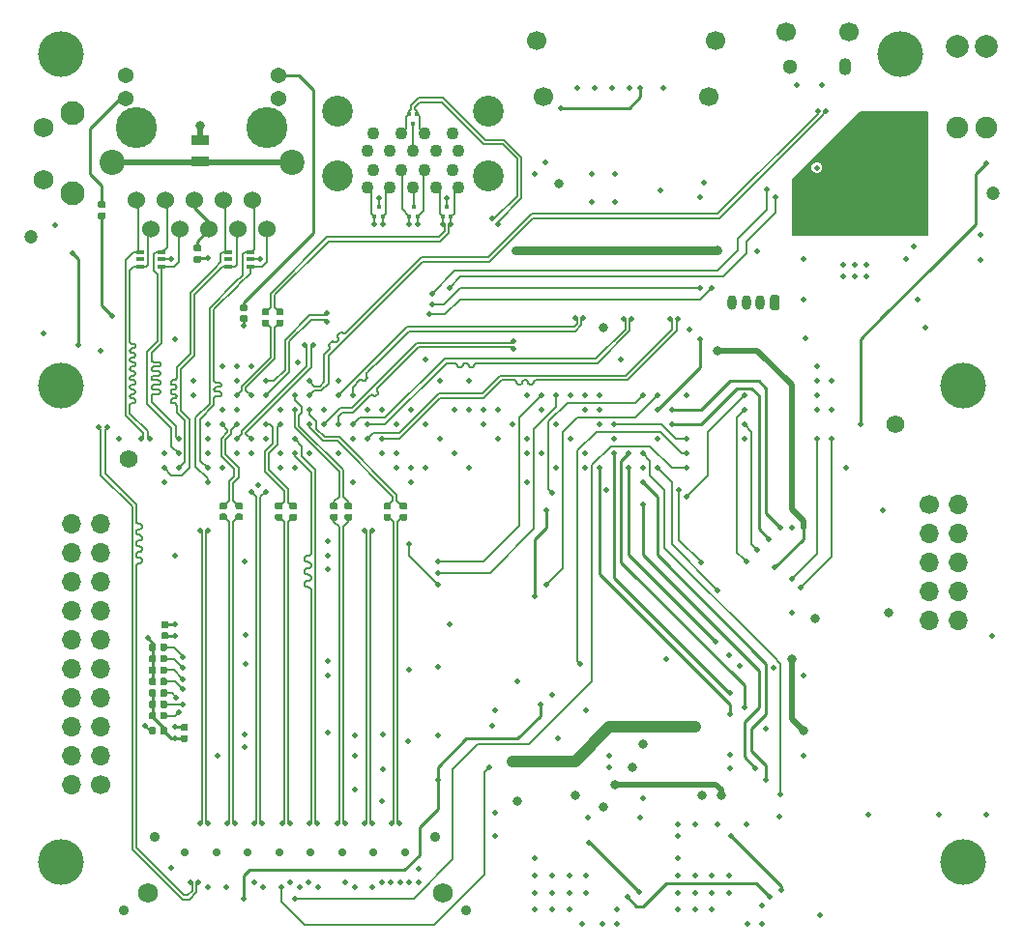
<source format=gbl>
G04 #@! TF.GenerationSoftware,KiCad,Pcbnew,6.0.0-rc1-unknown-f1b2855~84~ubuntu16.04.1*
G04 #@! TF.CreationDate,2018-10-23T11:27:57+08:00*
G04 #@! TF.ProjectId,ovc2_mobo,6F7663325F6D6F626F2E6B696361645F,rev?*
G04 #@! TF.SameCoordinates,Original*
G04 #@! TF.FileFunction,Copper,L6,Bot*
G04 #@! TF.FilePolarity,Positive*
%FSLAX46Y46*%
G04 Gerber Fmt 4.6, Leading zero omitted, Abs format (unit mm)*
G04 Created by KiCad (PCBNEW 6.0.0-rc1-unknown-f1b2855~84~ubuntu16.04.1) date Tue 23 Oct 2018 11:27:57 AM +08*
%MOMM*%
%LPD*%
G01*
G04 APERTURE LIST*
G04 #@! TA.AperFunction,ComponentPad*
%ADD10O,1.700000X1.700000*%
G04 #@! TD*
G04 #@! TA.AperFunction,ComponentPad*
%ADD11C,1.700000*%
G04 #@! TD*
G04 #@! TA.AperFunction,ComponentPad*
%ADD12C,2.000000*%
G04 #@! TD*
G04 #@! TA.AperFunction,ComponentPad*
%ADD13C,1.900000*%
G04 #@! TD*
G04 #@! TA.AperFunction,ComponentPad*
%ADD14C,2.100000*%
G04 #@! TD*
G04 #@! TA.AperFunction,ComponentPad*
%ADD15C,1.750000*%
G04 #@! TD*
G04 #@! TA.AperFunction,ComponentPad*
%ADD16C,0.910000*%
G04 #@! TD*
G04 #@! TA.AperFunction,ComponentPad*
%ADD17C,0.730000*%
G04 #@! TD*
G04 #@! TA.AperFunction,ComponentPad*
%ADD18C,1.570000*%
G04 #@! TD*
G04 #@! TA.AperFunction,ComponentPad*
%ADD19C,4.000000*%
G04 #@! TD*
G04 #@! TA.AperFunction,Conductor*
%ADD20C,0.100000*%
G04 #@! TD*
G04 #@! TA.AperFunction,SMDPad,CuDef*
%ADD21C,0.590000*%
G04 #@! TD*
G04 #@! TA.AperFunction,ComponentPad*
%ADD22O,0.800000X1.300000*%
G04 #@! TD*
G04 #@! TA.AperFunction,ComponentPad*
%ADD23C,0.800000*%
G04 #@! TD*
G04 #@! TA.AperFunction,ComponentPad*
%ADD24C,1.200000*%
G04 #@! TD*
G04 #@! TA.AperFunction,ViaPad*
%ADD25C,0.600000*%
G04 #@! TD*
G04 #@! TA.AperFunction,Conductor*
%ADD26R,3.400000X5.000000*%
G04 #@! TD*
G04 #@! TA.AperFunction,SMDPad,CuDef*
%ADD27R,0.650000X0.400000*%
G04 #@! TD*
G04 #@! TA.AperFunction,ComponentPad*
%ADD28O,1.100000X1.500000*%
G04 #@! TD*
G04 #@! TA.AperFunction,ComponentPad*
%ADD29C,1.300000*%
G04 #@! TD*
G04 #@! TA.AperFunction,SMDPad,CuDef*
%ADD30R,1.500000X0.970000*%
G04 #@! TD*
G04 #@! TA.AperFunction,SMDPad,CuDef*
%ADD31R,0.300000X0.300000*%
G04 #@! TD*
G04 #@! TA.AperFunction,ComponentPad*
%ADD32C,2.700000*%
G04 #@! TD*
G04 #@! TA.AperFunction,ComponentPad*
%ADD33C,1.100000*%
G04 #@! TD*
G04 #@! TA.AperFunction,ComponentPad*
%ADD34C,1.371600*%
G04 #@! TD*
G04 #@! TA.AperFunction,ComponentPad*
%ADD35C,2.200000*%
G04 #@! TD*
G04 #@! TA.AperFunction,ComponentPad*
%ADD36C,3.600000*%
G04 #@! TD*
G04 #@! TA.AperFunction,ComponentPad*
%ADD37C,1.524000*%
G04 #@! TD*
G04 #@! TA.AperFunction,ViaPad*
%ADD38C,4.000000*%
G04 #@! TD*
G04 #@! TA.AperFunction,ViaPad*
%ADD39C,0.508000*%
G04 #@! TD*
G04 #@! TA.AperFunction,ViaPad*
%ADD40C,0.800000*%
G04 #@! TD*
G04 #@! TA.AperFunction,Conductor*
%ADD41C,0.177800*%
G04 #@! TD*
G04 #@! TA.AperFunction,Conductor*
%ADD42C,0.254000*%
G04 #@! TD*
G04 #@! TA.AperFunction,Conductor*
%ADD43C,0.508000*%
G04 #@! TD*
G04 #@! TA.AperFunction,Conductor*
%ADD44C,0.203200*%
G04 #@! TD*
G04 #@! TA.AperFunction,Conductor*
%ADD45C,0.172000*%
G04 #@! TD*
G04 #@! TA.AperFunction,Conductor*
%ADD46C,0.279400*%
G04 #@! TD*
G04 #@! TA.AperFunction,Conductor*
%ADD47C,0.800000*%
G04 #@! TD*
G04 #@! TA.AperFunction,Conductor*
%ADD48C,1.000000*%
G04 #@! TD*
G04 #@! TA.AperFunction,Conductor*
%ADD49C,0.250000*%
G04 #@! TD*
G04 #@! TA.AperFunction,Conductor*
%ADD50C,0.200000*%
G04 #@! TD*
G04 APERTURE END LIST*
D10*
G04 #@! TO.P,J1,10*
G04 #@! TO.N,GND*
X177040000Y-109160000D03*
G04 #@! TO.P,J1,9*
G04 #@! TO.N,SPI0_CLK_3V3*
X174500000Y-109160000D03*
G04 #@! TO.P,J1,8*
G04 #@! TO.N,SPI0_CS_3V3*
X177040000Y-106620000D03*
G04 #@! TO.P,J1,7*
G04 #@! TO.N,SPI0_MISO_3V3*
X174500000Y-106620000D03*
G04 #@! TO.P,J1,6*
G04 #@! TO.N,I2C0_SCL_3V3*
X177040000Y-104080000D03*
G04 #@! TO.P,J1,5*
G04 #@! TO.N,SPI0_MOSI_3V3*
X174500000Y-104080000D03*
G04 #@! TO.P,J1,4*
G04 #@! TO.N,GND*
X177040000Y-101540000D03*
G04 #@! TO.P,J1,3*
G04 #@! TO.N,I2C0_SDA_3V3*
X174500000Y-101540000D03*
G04 #@! TO.P,J1,2*
G04 #@! TO.N,+3V3*
X177040000Y-99000000D03*
D11*
G04 #@! TO.P,J1,1*
G04 #@! TO.N,GPIO0_3V3*
X174500000Y-99000000D03*
G04 #@! TD*
D12*
G04 #@! TO.P,J4,*
G04 #@! TO.N,*
X179500000Y-58820000D03*
X177000000Y-58820000D03*
D13*
G04 #@! TO.P,J4,2*
G04 #@! TO.N,GND*
X179500000Y-66000000D03*
G04 #@! TO.P,J4,1*
G04 #@! TO.N,/power/VIN*
X177000000Y-66000000D03*
G04 #@! TD*
D14*
G04 #@! TO.P,SW2,*
G04 #@! TO.N,*
X99490000Y-64740000D03*
D15*
G04 #@! TO.P,SW2,2*
G04 #@! TO.N,GND*
X97000000Y-66000000D03*
G04 #@! TO.P,SW2,1*
G04 #@! TO.N,/jetson_power/POWER_BTN*
X97000000Y-70500000D03*
D14*
G04 #@! TO.P,SW2,*
G04 #@! TO.N,*
X99490000Y-71750000D03*
G04 #@! TD*
D11*
G04 #@! TO.P,J6,20*
G04 #@! TO.N,GND*
X140750000Y-63300000D03*
X155250000Y-63300000D03*
X155850000Y-58350000D03*
X140150000Y-58350000D03*
G04 #@! TD*
D15*
G04 #@! TO.P,J2,56*
G04 #@! TO.N,GND*
X106100000Y-133012730D03*
X131900000Y-133012730D03*
D16*
G04 #@! TO.P,J2,55*
X104000000Y-134582730D03*
X134000000Y-134582730D03*
G04 #@! TO.P,J2,54*
X106740000Y-128072730D03*
X131260000Y-128072730D03*
D17*
G04 #@! TO.P,J2,53*
X109375000Y-129487730D03*
X112125000Y-129487730D03*
X114875000Y-129487730D03*
X117625000Y-129487730D03*
X120375000Y-129487730D03*
X123125000Y-129487730D03*
X125875000Y-129487730D03*
X128625000Y-129487730D03*
G04 #@! TD*
D18*
G04 #@! TO.P,U3,MNT*
G04 #@! TO.N,N/C*
X171540000Y-92000000D03*
X104460000Y-95050000D03*
D19*
X98500000Y-88600000D03*
X177500000Y-88600000D03*
X98500000Y-130320000D03*
X177500000Y-130320000D03*
G04 #@! TD*
D20*
G04 #@! TO.N,GPIO3_3V3*
G04 #@! TO.C,R32*
G36*
X107646958Y-111180710D02*
X107661276Y-111182834D01*
X107675317Y-111186351D01*
X107688946Y-111191228D01*
X107702031Y-111197417D01*
X107714447Y-111204858D01*
X107726073Y-111213481D01*
X107736798Y-111223202D01*
X107746519Y-111233927D01*
X107755142Y-111245553D01*
X107762583Y-111257969D01*
X107768772Y-111271054D01*
X107773649Y-111284683D01*
X107777166Y-111298724D01*
X107779290Y-111313042D01*
X107780000Y-111327500D01*
X107780000Y-111672500D01*
X107779290Y-111686958D01*
X107777166Y-111701276D01*
X107773649Y-111715317D01*
X107768772Y-111728946D01*
X107762583Y-111742031D01*
X107755142Y-111754447D01*
X107746519Y-111766073D01*
X107736798Y-111776798D01*
X107726073Y-111786519D01*
X107714447Y-111795142D01*
X107702031Y-111802583D01*
X107688946Y-111808772D01*
X107675317Y-111813649D01*
X107661276Y-111817166D01*
X107646958Y-111819290D01*
X107632500Y-111820000D01*
X107337500Y-111820000D01*
X107323042Y-111819290D01*
X107308724Y-111817166D01*
X107294683Y-111813649D01*
X107281054Y-111808772D01*
X107267969Y-111802583D01*
X107255553Y-111795142D01*
X107243927Y-111786519D01*
X107233202Y-111776798D01*
X107223481Y-111766073D01*
X107214858Y-111754447D01*
X107207417Y-111742031D01*
X107201228Y-111728946D01*
X107196351Y-111715317D01*
X107192834Y-111701276D01*
X107190710Y-111686958D01*
X107190000Y-111672500D01*
X107190000Y-111327500D01*
X107190710Y-111313042D01*
X107192834Y-111298724D01*
X107196351Y-111284683D01*
X107201228Y-111271054D01*
X107207417Y-111257969D01*
X107214858Y-111245553D01*
X107223481Y-111233927D01*
X107233202Y-111223202D01*
X107243927Y-111213481D01*
X107255553Y-111204858D01*
X107267969Y-111197417D01*
X107281054Y-111191228D01*
X107294683Y-111186351D01*
X107308724Y-111182834D01*
X107323042Y-111180710D01*
X107337500Y-111180000D01*
X107632500Y-111180000D01*
X107646958Y-111180710D01*
X107646958Y-111180710D01*
G37*
D21*
G04 #@! TD*
G04 #@! TO.P,R32,2*
G04 #@! TO.N,GPIO3_3V3*
X107485000Y-111500000D03*
D20*
G04 #@! TO.N,GND*
G04 #@! TO.C,R32*
G36*
X106676958Y-111180710D02*
X106691276Y-111182834D01*
X106705317Y-111186351D01*
X106718946Y-111191228D01*
X106732031Y-111197417D01*
X106744447Y-111204858D01*
X106756073Y-111213481D01*
X106766798Y-111223202D01*
X106776519Y-111233927D01*
X106785142Y-111245553D01*
X106792583Y-111257969D01*
X106798772Y-111271054D01*
X106803649Y-111284683D01*
X106807166Y-111298724D01*
X106809290Y-111313042D01*
X106810000Y-111327500D01*
X106810000Y-111672500D01*
X106809290Y-111686958D01*
X106807166Y-111701276D01*
X106803649Y-111715317D01*
X106798772Y-111728946D01*
X106792583Y-111742031D01*
X106785142Y-111754447D01*
X106776519Y-111766073D01*
X106766798Y-111776798D01*
X106756073Y-111786519D01*
X106744447Y-111795142D01*
X106732031Y-111802583D01*
X106718946Y-111808772D01*
X106705317Y-111813649D01*
X106691276Y-111817166D01*
X106676958Y-111819290D01*
X106662500Y-111820000D01*
X106367500Y-111820000D01*
X106353042Y-111819290D01*
X106338724Y-111817166D01*
X106324683Y-111813649D01*
X106311054Y-111808772D01*
X106297969Y-111802583D01*
X106285553Y-111795142D01*
X106273927Y-111786519D01*
X106263202Y-111776798D01*
X106253481Y-111766073D01*
X106244858Y-111754447D01*
X106237417Y-111742031D01*
X106231228Y-111728946D01*
X106226351Y-111715317D01*
X106222834Y-111701276D01*
X106220710Y-111686958D01*
X106220000Y-111672500D01*
X106220000Y-111327500D01*
X106220710Y-111313042D01*
X106222834Y-111298724D01*
X106226351Y-111284683D01*
X106231228Y-111271054D01*
X106237417Y-111257969D01*
X106244858Y-111245553D01*
X106253481Y-111233927D01*
X106263202Y-111223202D01*
X106273927Y-111213481D01*
X106285553Y-111204858D01*
X106297969Y-111197417D01*
X106311054Y-111191228D01*
X106324683Y-111186351D01*
X106338724Y-111182834D01*
X106353042Y-111180710D01*
X106367500Y-111180000D01*
X106662500Y-111180000D01*
X106676958Y-111180710D01*
X106676958Y-111180710D01*
G37*
D21*
G04 #@! TD*
G04 #@! TO.P,R32,1*
G04 #@! TO.N,GND*
X106515000Y-111500000D03*
D20*
G04 #@! TO.N,GPIO4_3V3*
G04 #@! TO.C,R31*
G36*
X107646958Y-112180710D02*
X107661276Y-112182834D01*
X107675317Y-112186351D01*
X107688946Y-112191228D01*
X107702031Y-112197417D01*
X107714447Y-112204858D01*
X107726073Y-112213481D01*
X107736798Y-112223202D01*
X107746519Y-112233927D01*
X107755142Y-112245553D01*
X107762583Y-112257969D01*
X107768772Y-112271054D01*
X107773649Y-112284683D01*
X107777166Y-112298724D01*
X107779290Y-112313042D01*
X107780000Y-112327500D01*
X107780000Y-112672500D01*
X107779290Y-112686958D01*
X107777166Y-112701276D01*
X107773649Y-112715317D01*
X107768772Y-112728946D01*
X107762583Y-112742031D01*
X107755142Y-112754447D01*
X107746519Y-112766073D01*
X107736798Y-112776798D01*
X107726073Y-112786519D01*
X107714447Y-112795142D01*
X107702031Y-112802583D01*
X107688946Y-112808772D01*
X107675317Y-112813649D01*
X107661276Y-112817166D01*
X107646958Y-112819290D01*
X107632500Y-112820000D01*
X107337500Y-112820000D01*
X107323042Y-112819290D01*
X107308724Y-112817166D01*
X107294683Y-112813649D01*
X107281054Y-112808772D01*
X107267969Y-112802583D01*
X107255553Y-112795142D01*
X107243927Y-112786519D01*
X107233202Y-112776798D01*
X107223481Y-112766073D01*
X107214858Y-112754447D01*
X107207417Y-112742031D01*
X107201228Y-112728946D01*
X107196351Y-112715317D01*
X107192834Y-112701276D01*
X107190710Y-112686958D01*
X107190000Y-112672500D01*
X107190000Y-112327500D01*
X107190710Y-112313042D01*
X107192834Y-112298724D01*
X107196351Y-112284683D01*
X107201228Y-112271054D01*
X107207417Y-112257969D01*
X107214858Y-112245553D01*
X107223481Y-112233927D01*
X107233202Y-112223202D01*
X107243927Y-112213481D01*
X107255553Y-112204858D01*
X107267969Y-112197417D01*
X107281054Y-112191228D01*
X107294683Y-112186351D01*
X107308724Y-112182834D01*
X107323042Y-112180710D01*
X107337500Y-112180000D01*
X107632500Y-112180000D01*
X107646958Y-112180710D01*
X107646958Y-112180710D01*
G37*
D21*
G04 #@! TD*
G04 #@! TO.P,R31,2*
G04 #@! TO.N,GPIO4_3V3*
X107485000Y-112500000D03*
D20*
G04 #@! TO.N,GND*
G04 #@! TO.C,R31*
G36*
X106676958Y-112180710D02*
X106691276Y-112182834D01*
X106705317Y-112186351D01*
X106718946Y-112191228D01*
X106732031Y-112197417D01*
X106744447Y-112204858D01*
X106756073Y-112213481D01*
X106766798Y-112223202D01*
X106776519Y-112233927D01*
X106785142Y-112245553D01*
X106792583Y-112257969D01*
X106798772Y-112271054D01*
X106803649Y-112284683D01*
X106807166Y-112298724D01*
X106809290Y-112313042D01*
X106810000Y-112327500D01*
X106810000Y-112672500D01*
X106809290Y-112686958D01*
X106807166Y-112701276D01*
X106803649Y-112715317D01*
X106798772Y-112728946D01*
X106792583Y-112742031D01*
X106785142Y-112754447D01*
X106776519Y-112766073D01*
X106766798Y-112776798D01*
X106756073Y-112786519D01*
X106744447Y-112795142D01*
X106732031Y-112802583D01*
X106718946Y-112808772D01*
X106705317Y-112813649D01*
X106691276Y-112817166D01*
X106676958Y-112819290D01*
X106662500Y-112820000D01*
X106367500Y-112820000D01*
X106353042Y-112819290D01*
X106338724Y-112817166D01*
X106324683Y-112813649D01*
X106311054Y-112808772D01*
X106297969Y-112802583D01*
X106285553Y-112795142D01*
X106273927Y-112786519D01*
X106263202Y-112776798D01*
X106253481Y-112766073D01*
X106244858Y-112754447D01*
X106237417Y-112742031D01*
X106231228Y-112728946D01*
X106226351Y-112715317D01*
X106222834Y-112701276D01*
X106220710Y-112686958D01*
X106220000Y-112672500D01*
X106220000Y-112327500D01*
X106220710Y-112313042D01*
X106222834Y-112298724D01*
X106226351Y-112284683D01*
X106231228Y-112271054D01*
X106237417Y-112257969D01*
X106244858Y-112245553D01*
X106253481Y-112233927D01*
X106263202Y-112223202D01*
X106273927Y-112213481D01*
X106285553Y-112204858D01*
X106297969Y-112197417D01*
X106311054Y-112191228D01*
X106324683Y-112186351D01*
X106338724Y-112182834D01*
X106353042Y-112180710D01*
X106367500Y-112180000D01*
X106662500Y-112180000D01*
X106676958Y-112180710D01*
X106676958Y-112180710D01*
G37*
D21*
G04 #@! TD*
G04 #@! TO.P,R31,1*
G04 #@! TO.N,GND*
X106515000Y-112500000D03*
D20*
G04 #@! TO.N,GPIO2_3V3*
G04 #@! TO.C,R30*
G36*
X107646958Y-113180710D02*
X107661276Y-113182834D01*
X107675317Y-113186351D01*
X107688946Y-113191228D01*
X107702031Y-113197417D01*
X107714447Y-113204858D01*
X107726073Y-113213481D01*
X107736798Y-113223202D01*
X107746519Y-113233927D01*
X107755142Y-113245553D01*
X107762583Y-113257969D01*
X107768772Y-113271054D01*
X107773649Y-113284683D01*
X107777166Y-113298724D01*
X107779290Y-113313042D01*
X107780000Y-113327500D01*
X107780000Y-113672500D01*
X107779290Y-113686958D01*
X107777166Y-113701276D01*
X107773649Y-113715317D01*
X107768772Y-113728946D01*
X107762583Y-113742031D01*
X107755142Y-113754447D01*
X107746519Y-113766073D01*
X107736798Y-113776798D01*
X107726073Y-113786519D01*
X107714447Y-113795142D01*
X107702031Y-113802583D01*
X107688946Y-113808772D01*
X107675317Y-113813649D01*
X107661276Y-113817166D01*
X107646958Y-113819290D01*
X107632500Y-113820000D01*
X107337500Y-113820000D01*
X107323042Y-113819290D01*
X107308724Y-113817166D01*
X107294683Y-113813649D01*
X107281054Y-113808772D01*
X107267969Y-113802583D01*
X107255553Y-113795142D01*
X107243927Y-113786519D01*
X107233202Y-113776798D01*
X107223481Y-113766073D01*
X107214858Y-113754447D01*
X107207417Y-113742031D01*
X107201228Y-113728946D01*
X107196351Y-113715317D01*
X107192834Y-113701276D01*
X107190710Y-113686958D01*
X107190000Y-113672500D01*
X107190000Y-113327500D01*
X107190710Y-113313042D01*
X107192834Y-113298724D01*
X107196351Y-113284683D01*
X107201228Y-113271054D01*
X107207417Y-113257969D01*
X107214858Y-113245553D01*
X107223481Y-113233927D01*
X107233202Y-113223202D01*
X107243927Y-113213481D01*
X107255553Y-113204858D01*
X107267969Y-113197417D01*
X107281054Y-113191228D01*
X107294683Y-113186351D01*
X107308724Y-113182834D01*
X107323042Y-113180710D01*
X107337500Y-113180000D01*
X107632500Y-113180000D01*
X107646958Y-113180710D01*
X107646958Y-113180710D01*
G37*
D21*
G04 #@! TD*
G04 #@! TO.P,R30,2*
G04 #@! TO.N,GPIO2_3V3*
X107485000Y-113500000D03*
D20*
G04 #@! TO.N,GND*
G04 #@! TO.C,R30*
G36*
X106676958Y-113180710D02*
X106691276Y-113182834D01*
X106705317Y-113186351D01*
X106718946Y-113191228D01*
X106732031Y-113197417D01*
X106744447Y-113204858D01*
X106756073Y-113213481D01*
X106766798Y-113223202D01*
X106776519Y-113233927D01*
X106785142Y-113245553D01*
X106792583Y-113257969D01*
X106798772Y-113271054D01*
X106803649Y-113284683D01*
X106807166Y-113298724D01*
X106809290Y-113313042D01*
X106810000Y-113327500D01*
X106810000Y-113672500D01*
X106809290Y-113686958D01*
X106807166Y-113701276D01*
X106803649Y-113715317D01*
X106798772Y-113728946D01*
X106792583Y-113742031D01*
X106785142Y-113754447D01*
X106776519Y-113766073D01*
X106766798Y-113776798D01*
X106756073Y-113786519D01*
X106744447Y-113795142D01*
X106732031Y-113802583D01*
X106718946Y-113808772D01*
X106705317Y-113813649D01*
X106691276Y-113817166D01*
X106676958Y-113819290D01*
X106662500Y-113820000D01*
X106367500Y-113820000D01*
X106353042Y-113819290D01*
X106338724Y-113817166D01*
X106324683Y-113813649D01*
X106311054Y-113808772D01*
X106297969Y-113802583D01*
X106285553Y-113795142D01*
X106273927Y-113786519D01*
X106263202Y-113776798D01*
X106253481Y-113766073D01*
X106244858Y-113754447D01*
X106237417Y-113742031D01*
X106231228Y-113728946D01*
X106226351Y-113715317D01*
X106222834Y-113701276D01*
X106220710Y-113686958D01*
X106220000Y-113672500D01*
X106220000Y-113327500D01*
X106220710Y-113313042D01*
X106222834Y-113298724D01*
X106226351Y-113284683D01*
X106231228Y-113271054D01*
X106237417Y-113257969D01*
X106244858Y-113245553D01*
X106253481Y-113233927D01*
X106263202Y-113223202D01*
X106273927Y-113213481D01*
X106285553Y-113204858D01*
X106297969Y-113197417D01*
X106311054Y-113191228D01*
X106324683Y-113186351D01*
X106338724Y-113182834D01*
X106353042Y-113180710D01*
X106367500Y-113180000D01*
X106662500Y-113180000D01*
X106676958Y-113180710D01*
X106676958Y-113180710D01*
G37*
D21*
G04 #@! TD*
G04 #@! TO.P,R30,1*
G04 #@! TO.N,GND*
X106515000Y-113500000D03*
D20*
G04 #@! TO.N,GPIO1_3V3*
G04 #@! TO.C,R29*
G36*
X107646958Y-114180710D02*
X107661276Y-114182834D01*
X107675317Y-114186351D01*
X107688946Y-114191228D01*
X107702031Y-114197417D01*
X107714447Y-114204858D01*
X107726073Y-114213481D01*
X107736798Y-114223202D01*
X107746519Y-114233927D01*
X107755142Y-114245553D01*
X107762583Y-114257969D01*
X107768772Y-114271054D01*
X107773649Y-114284683D01*
X107777166Y-114298724D01*
X107779290Y-114313042D01*
X107780000Y-114327500D01*
X107780000Y-114672500D01*
X107779290Y-114686958D01*
X107777166Y-114701276D01*
X107773649Y-114715317D01*
X107768772Y-114728946D01*
X107762583Y-114742031D01*
X107755142Y-114754447D01*
X107746519Y-114766073D01*
X107736798Y-114776798D01*
X107726073Y-114786519D01*
X107714447Y-114795142D01*
X107702031Y-114802583D01*
X107688946Y-114808772D01*
X107675317Y-114813649D01*
X107661276Y-114817166D01*
X107646958Y-114819290D01*
X107632500Y-114820000D01*
X107337500Y-114820000D01*
X107323042Y-114819290D01*
X107308724Y-114817166D01*
X107294683Y-114813649D01*
X107281054Y-114808772D01*
X107267969Y-114802583D01*
X107255553Y-114795142D01*
X107243927Y-114786519D01*
X107233202Y-114776798D01*
X107223481Y-114766073D01*
X107214858Y-114754447D01*
X107207417Y-114742031D01*
X107201228Y-114728946D01*
X107196351Y-114715317D01*
X107192834Y-114701276D01*
X107190710Y-114686958D01*
X107190000Y-114672500D01*
X107190000Y-114327500D01*
X107190710Y-114313042D01*
X107192834Y-114298724D01*
X107196351Y-114284683D01*
X107201228Y-114271054D01*
X107207417Y-114257969D01*
X107214858Y-114245553D01*
X107223481Y-114233927D01*
X107233202Y-114223202D01*
X107243927Y-114213481D01*
X107255553Y-114204858D01*
X107267969Y-114197417D01*
X107281054Y-114191228D01*
X107294683Y-114186351D01*
X107308724Y-114182834D01*
X107323042Y-114180710D01*
X107337500Y-114180000D01*
X107632500Y-114180000D01*
X107646958Y-114180710D01*
X107646958Y-114180710D01*
G37*
D21*
G04 #@! TD*
G04 #@! TO.P,R29,2*
G04 #@! TO.N,GPIO1_3V3*
X107485000Y-114500000D03*
D20*
G04 #@! TO.N,GND*
G04 #@! TO.C,R29*
G36*
X106676958Y-114180710D02*
X106691276Y-114182834D01*
X106705317Y-114186351D01*
X106718946Y-114191228D01*
X106732031Y-114197417D01*
X106744447Y-114204858D01*
X106756073Y-114213481D01*
X106766798Y-114223202D01*
X106776519Y-114233927D01*
X106785142Y-114245553D01*
X106792583Y-114257969D01*
X106798772Y-114271054D01*
X106803649Y-114284683D01*
X106807166Y-114298724D01*
X106809290Y-114313042D01*
X106810000Y-114327500D01*
X106810000Y-114672500D01*
X106809290Y-114686958D01*
X106807166Y-114701276D01*
X106803649Y-114715317D01*
X106798772Y-114728946D01*
X106792583Y-114742031D01*
X106785142Y-114754447D01*
X106776519Y-114766073D01*
X106766798Y-114776798D01*
X106756073Y-114786519D01*
X106744447Y-114795142D01*
X106732031Y-114802583D01*
X106718946Y-114808772D01*
X106705317Y-114813649D01*
X106691276Y-114817166D01*
X106676958Y-114819290D01*
X106662500Y-114820000D01*
X106367500Y-114820000D01*
X106353042Y-114819290D01*
X106338724Y-114817166D01*
X106324683Y-114813649D01*
X106311054Y-114808772D01*
X106297969Y-114802583D01*
X106285553Y-114795142D01*
X106273927Y-114786519D01*
X106263202Y-114776798D01*
X106253481Y-114766073D01*
X106244858Y-114754447D01*
X106237417Y-114742031D01*
X106231228Y-114728946D01*
X106226351Y-114715317D01*
X106222834Y-114701276D01*
X106220710Y-114686958D01*
X106220000Y-114672500D01*
X106220000Y-114327500D01*
X106220710Y-114313042D01*
X106222834Y-114298724D01*
X106226351Y-114284683D01*
X106231228Y-114271054D01*
X106237417Y-114257969D01*
X106244858Y-114245553D01*
X106253481Y-114233927D01*
X106263202Y-114223202D01*
X106273927Y-114213481D01*
X106285553Y-114204858D01*
X106297969Y-114197417D01*
X106311054Y-114191228D01*
X106324683Y-114186351D01*
X106338724Y-114182834D01*
X106353042Y-114180710D01*
X106367500Y-114180000D01*
X106662500Y-114180000D01*
X106676958Y-114180710D01*
X106676958Y-114180710D01*
G37*
D21*
G04 #@! TD*
G04 #@! TO.P,R29,1*
G04 #@! TO.N,GND*
X106515000Y-114500000D03*
D20*
G04 #@! TO.N,UART3_RX_3V3*
G04 #@! TO.C,R28*
G36*
X107646958Y-115180710D02*
X107661276Y-115182834D01*
X107675317Y-115186351D01*
X107688946Y-115191228D01*
X107702031Y-115197417D01*
X107714447Y-115204858D01*
X107726073Y-115213481D01*
X107736798Y-115223202D01*
X107746519Y-115233927D01*
X107755142Y-115245553D01*
X107762583Y-115257969D01*
X107768772Y-115271054D01*
X107773649Y-115284683D01*
X107777166Y-115298724D01*
X107779290Y-115313042D01*
X107780000Y-115327500D01*
X107780000Y-115672500D01*
X107779290Y-115686958D01*
X107777166Y-115701276D01*
X107773649Y-115715317D01*
X107768772Y-115728946D01*
X107762583Y-115742031D01*
X107755142Y-115754447D01*
X107746519Y-115766073D01*
X107736798Y-115776798D01*
X107726073Y-115786519D01*
X107714447Y-115795142D01*
X107702031Y-115802583D01*
X107688946Y-115808772D01*
X107675317Y-115813649D01*
X107661276Y-115817166D01*
X107646958Y-115819290D01*
X107632500Y-115820000D01*
X107337500Y-115820000D01*
X107323042Y-115819290D01*
X107308724Y-115817166D01*
X107294683Y-115813649D01*
X107281054Y-115808772D01*
X107267969Y-115802583D01*
X107255553Y-115795142D01*
X107243927Y-115786519D01*
X107233202Y-115776798D01*
X107223481Y-115766073D01*
X107214858Y-115754447D01*
X107207417Y-115742031D01*
X107201228Y-115728946D01*
X107196351Y-115715317D01*
X107192834Y-115701276D01*
X107190710Y-115686958D01*
X107190000Y-115672500D01*
X107190000Y-115327500D01*
X107190710Y-115313042D01*
X107192834Y-115298724D01*
X107196351Y-115284683D01*
X107201228Y-115271054D01*
X107207417Y-115257969D01*
X107214858Y-115245553D01*
X107223481Y-115233927D01*
X107233202Y-115223202D01*
X107243927Y-115213481D01*
X107255553Y-115204858D01*
X107267969Y-115197417D01*
X107281054Y-115191228D01*
X107294683Y-115186351D01*
X107308724Y-115182834D01*
X107323042Y-115180710D01*
X107337500Y-115180000D01*
X107632500Y-115180000D01*
X107646958Y-115180710D01*
X107646958Y-115180710D01*
G37*
D21*
G04 #@! TD*
G04 #@! TO.P,R28,2*
G04 #@! TO.N,UART3_RX_3V3*
X107485000Y-115500000D03*
D20*
G04 #@! TO.N,+3V3*
G04 #@! TO.C,R28*
G36*
X106676958Y-115180710D02*
X106691276Y-115182834D01*
X106705317Y-115186351D01*
X106718946Y-115191228D01*
X106732031Y-115197417D01*
X106744447Y-115204858D01*
X106756073Y-115213481D01*
X106766798Y-115223202D01*
X106776519Y-115233927D01*
X106785142Y-115245553D01*
X106792583Y-115257969D01*
X106798772Y-115271054D01*
X106803649Y-115284683D01*
X106807166Y-115298724D01*
X106809290Y-115313042D01*
X106810000Y-115327500D01*
X106810000Y-115672500D01*
X106809290Y-115686958D01*
X106807166Y-115701276D01*
X106803649Y-115715317D01*
X106798772Y-115728946D01*
X106792583Y-115742031D01*
X106785142Y-115754447D01*
X106776519Y-115766073D01*
X106766798Y-115776798D01*
X106756073Y-115786519D01*
X106744447Y-115795142D01*
X106732031Y-115802583D01*
X106718946Y-115808772D01*
X106705317Y-115813649D01*
X106691276Y-115817166D01*
X106676958Y-115819290D01*
X106662500Y-115820000D01*
X106367500Y-115820000D01*
X106353042Y-115819290D01*
X106338724Y-115817166D01*
X106324683Y-115813649D01*
X106311054Y-115808772D01*
X106297969Y-115802583D01*
X106285553Y-115795142D01*
X106273927Y-115786519D01*
X106263202Y-115776798D01*
X106253481Y-115766073D01*
X106244858Y-115754447D01*
X106237417Y-115742031D01*
X106231228Y-115728946D01*
X106226351Y-115715317D01*
X106222834Y-115701276D01*
X106220710Y-115686958D01*
X106220000Y-115672500D01*
X106220000Y-115327500D01*
X106220710Y-115313042D01*
X106222834Y-115298724D01*
X106226351Y-115284683D01*
X106231228Y-115271054D01*
X106237417Y-115257969D01*
X106244858Y-115245553D01*
X106253481Y-115233927D01*
X106263202Y-115223202D01*
X106273927Y-115213481D01*
X106285553Y-115204858D01*
X106297969Y-115197417D01*
X106311054Y-115191228D01*
X106324683Y-115186351D01*
X106338724Y-115182834D01*
X106353042Y-115180710D01*
X106367500Y-115180000D01*
X106662500Y-115180000D01*
X106676958Y-115180710D01*
X106676958Y-115180710D01*
G37*
D21*
G04 #@! TD*
G04 #@! TO.P,R28,1*
G04 #@! TO.N,+3V3*
X106515000Y-115500000D03*
D20*
G04 #@! TO.N,CONSOLE_RX_3V3*
G04 #@! TO.C,R27*
G36*
X107646958Y-116180710D02*
X107661276Y-116182834D01*
X107675317Y-116186351D01*
X107688946Y-116191228D01*
X107702031Y-116197417D01*
X107714447Y-116204858D01*
X107726073Y-116213481D01*
X107736798Y-116223202D01*
X107746519Y-116233927D01*
X107755142Y-116245553D01*
X107762583Y-116257969D01*
X107768772Y-116271054D01*
X107773649Y-116284683D01*
X107777166Y-116298724D01*
X107779290Y-116313042D01*
X107780000Y-116327500D01*
X107780000Y-116672500D01*
X107779290Y-116686958D01*
X107777166Y-116701276D01*
X107773649Y-116715317D01*
X107768772Y-116728946D01*
X107762583Y-116742031D01*
X107755142Y-116754447D01*
X107746519Y-116766073D01*
X107736798Y-116776798D01*
X107726073Y-116786519D01*
X107714447Y-116795142D01*
X107702031Y-116802583D01*
X107688946Y-116808772D01*
X107675317Y-116813649D01*
X107661276Y-116817166D01*
X107646958Y-116819290D01*
X107632500Y-116820000D01*
X107337500Y-116820000D01*
X107323042Y-116819290D01*
X107308724Y-116817166D01*
X107294683Y-116813649D01*
X107281054Y-116808772D01*
X107267969Y-116802583D01*
X107255553Y-116795142D01*
X107243927Y-116786519D01*
X107233202Y-116776798D01*
X107223481Y-116766073D01*
X107214858Y-116754447D01*
X107207417Y-116742031D01*
X107201228Y-116728946D01*
X107196351Y-116715317D01*
X107192834Y-116701276D01*
X107190710Y-116686958D01*
X107190000Y-116672500D01*
X107190000Y-116327500D01*
X107190710Y-116313042D01*
X107192834Y-116298724D01*
X107196351Y-116284683D01*
X107201228Y-116271054D01*
X107207417Y-116257969D01*
X107214858Y-116245553D01*
X107223481Y-116233927D01*
X107233202Y-116223202D01*
X107243927Y-116213481D01*
X107255553Y-116204858D01*
X107267969Y-116197417D01*
X107281054Y-116191228D01*
X107294683Y-116186351D01*
X107308724Y-116182834D01*
X107323042Y-116180710D01*
X107337500Y-116180000D01*
X107632500Y-116180000D01*
X107646958Y-116180710D01*
X107646958Y-116180710D01*
G37*
D21*
G04 #@! TD*
G04 #@! TO.P,R27,2*
G04 #@! TO.N,CONSOLE_RX_3V3*
X107485000Y-116500000D03*
D20*
G04 #@! TO.N,+3V3*
G04 #@! TO.C,R27*
G36*
X106676958Y-116180710D02*
X106691276Y-116182834D01*
X106705317Y-116186351D01*
X106718946Y-116191228D01*
X106732031Y-116197417D01*
X106744447Y-116204858D01*
X106756073Y-116213481D01*
X106766798Y-116223202D01*
X106776519Y-116233927D01*
X106785142Y-116245553D01*
X106792583Y-116257969D01*
X106798772Y-116271054D01*
X106803649Y-116284683D01*
X106807166Y-116298724D01*
X106809290Y-116313042D01*
X106810000Y-116327500D01*
X106810000Y-116672500D01*
X106809290Y-116686958D01*
X106807166Y-116701276D01*
X106803649Y-116715317D01*
X106798772Y-116728946D01*
X106792583Y-116742031D01*
X106785142Y-116754447D01*
X106776519Y-116766073D01*
X106766798Y-116776798D01*
X106756073Y-116786519D01*
X106744447Y-116795142D01*
X106732031Y-116802583D01*
X106718946Y-116808772D01*
X106705317Y-116813649D01*
X106691276Y-116817166D01*
X106676958Y-116819290D01*
X106662500Y-116820000D01*
X106367500Y-116820000D01*
X106353042Y-116819290D01*
X106338724Y-116817166D01*
X106324683Y-116813649D01*
X106311054Y-116808772D01*
X106297969Y-116802583D01*
X106285553Y-116795142D01*
X106273927Y-116786519D01*
X106263202Y-116776798D01*
X106253481Y-116766073D01*
X106244858Y-116754447D01*
X106237417Y-116742031D01*
X106231228Y-116728946D01*
X106226351Y-116715317D01*
X106222834Y-116701276D01*
X106220710Y-116686958D01*
X106220000Y-116672500D01*
X106220000Y-116327500D01*
X106220710Y-116313042D01*
X106222834Y-116298724D01*
X106226351Y-116284683D01*
X106231228Y-116271054D01*
X106237417Y-116257969D01*
X106244858Y-116245553D01*
X106253481Y-116233927D01*
X106263202Y-116223202D01*
X106273927Y-116213481D01*
X106285553Y-116204858D01*
X106297969Y-116197417D01*
X106311054Y-116191228D01*
X106324683Y-116186351D01*
X106338724Y-116182834D01*
X106353042Y-116180710D01*
X106367500Y-116180000D01*
X106662500Y-116180000D01*
X106676958Y-116180710D01*
X106676958Y-116180710D01*
G37*
D21*
G04 #@! TD*
G04 #@! TO.P,R27,1*
G04 #@! TO.N,+3V3*
X106515000Y-116500000D03*
D20*
G04 #@! TO.N,IMU_TX1_3V3*
G04 #@! TO.C,R10*
G36*
X107646958Y-117180710D02*
X107661276Y-117182834D01*
X107675317Y-117186351D01*
X107688946Y-117191228D01*
X107702031Y-117197417D01*
X107714447Y-117204858D01*
X107726073Y-117213481D01*
X107736798Y-117223202D01*
X107746519Y-117233927D01*
X107755142Y-117245553D01*
X107762583Y-117257969D01*
X107768772Y-117271054D01*
X107773649Y-117284683D01*
X107777166Y-117298724D01*
X107779290Y-117313042D01*
X107780000Y-117327500D01*
X107780000Y-117672500D01*
X107779290Y-117686958D01*
X107777166Y-117701276D01*
X107773649Y-117715317D01*
X107768772Y-117728946D01*
X107762583Y-117742031D01*
X107755142Y-117754447D01*
X107746519Y-117766073D01*
X107736798Y-117776798D01*
X107726073Y-117786519D01*
X107714447Y-117795142D01*
X107702031Y-117802583D01*
X107688946Y-117808772D01*
X107675317Y-117813649D01*
X107661276Y-117817166D01*
X107646958Y-117819290D01*
X107632500Y-117820000D01*
X107337500Y-117820000D01*
X107323042Y-117819290D01*
X107308724Y-117817166D01*
X107294683Y-117813649D01*
X107281054Y-117808772D01*
X107267969Y-117802583D01*
X107255553Y-117795142D01*
X107243927Y-117786519D01*
X107233202Y-117776798D01*
X107223481Y-117766073D01*
X107214858Y-117754447D01*
X107207417Y-117742031D01*
X107201228Y-117728946D01*
X107196351Y-117715317D01*
X107192834Y-117701276D01*
X107190710Y-117686958D01*
X107190000Y-117672500D01*
X107190000Y-117327500D01*
X107190710Y-117313042D01*
X107192834Y-117298724D01*
X107196351Y-117284683D01*
X107201228Y-117271054D01*
X107207417Y-117257969D01*
X107214858Y-117245553D01*
X107223481Y-117233927D01*
X107233202Y-117223202D01*
X107243927Y-117213481D01*
X107255553Y-117204858D01*
X107267969Y-117197417D01*
X107281054Y-117191228D01*
X107294683Y-117186351D01*
X107308724Y-117182834D01*
X107323042Y-117180710D01*
X107337500Y-117180000D01*
X107632500Y-117180000D01*
X107646958Y-117180710D01*
X107646958Y-117180710D01*
G37*
D21*
G04 #@! TD*
G04 #@! TO.P,R10,2*
G04 #@! TO.N,IMU_TX1_3V3*
X107485000Y-117500000D03*
D20*
G04 #@! TO.N,+3V3*
G04 #@! TO.C,R10*
G36*
X106676958Y-117180710D02*
X106691276Y-117182834D01*
X106705317Y-117186351D01*
X106718946Y-117191228D01*
X106732031Y-117197417D01*
X106744447Y-117204858D01*
X106756073Y-117213481D01*
X106766798Y-117223202D01*
X106776519Y-117233927D01*
X106785142Y-117245553D01*
X106792583Y-117257969D01*
X106798772Y-117271054D01*
X106803649Y-117284683D01*
X106807166Y-117298724D01*
X106809290Y-117313042D01*
X106810000Y-117327500D01*
X106810000Y-117672500D01*
X106809290Y-117686958D01*
X106807166Y-117701276D01*
X106803649Y-117715317D01*
X106798772Y-117728946D01*
X106792583Y-117742031D01*
X106785142Y-117754447D01*
X106776519Y-117766073D01*
X106766798Y-117776798D01*
X106756073Y-117786519D01*
X106744447Y-117795142D01*
X106732031Y-117802583D01*
X106718946Y-117808772D01*
X106705317Y-117813649D01*
X106691276Y-117817166D01*
X106676958Y-117819290D01*
X106662500Y-117820000D01*
X106367500Y-117820000D01*
X106353042Y-117819290D01*
X106338724Y-117817166D01*
X106324683Y-117813649D01*
X106311054Y-117808772D01*
X106297969Y-117802583D01*
X106285553Y-117795142D01*
X106273927Y-117786519D01*
X106263202Y-117776798D01*
X106253481Y-117766073D01*
X106244858Y-117754447D01*
X106237417Y-117742031D01*
X106231228Y-117728946D01*
X106226351Y-117715317D01*
X106222834Y-117701276D01*
X106220710Y-117686958D01*
X106220000Y-117672500D01*
X106220000Y-117327500D01*
X106220710Y-117313042D01*
X106222834Y-117298724D01*
X106226351Y-117284683D01*
X106231228Y-117271054D01*
X106237417Y-117257969D01*
X106244858Y-117245553D01*
X106253481Y-117233927D01*
X106263202Y-117223202D01*
X106273927Y-117213481D01*
X106285553Y-117204858D01*
X106297969Y-117197417D01*
X106311054Y-117191228D01*
X106324683Y-117186351D01*
X106338724Y-117182834D01*
X106353042Y-117180710D01*
X106367500Y-117180000D01*
X106662500Y-117180000D01*
X106676958Y-117180710D01*
X106676958Y-117180710D01*
G37*
D21*
G04 #@! TD*
G04 #@! TO.P,R10,1*
G04 #@! TO.N,+3V3*
X106515000Y-117500000D03*
D20*
G04 #@! TO.N,UART2_RX_3V3*
G04 #@! TO.C,R9*
G36*
X106676958Y-118480710D02*
X106691276Y-118482834D01*
X106705317Y-118486351D01*
X106718946Y-118491228D01*
X106732031Y-118497417D01*
X106744447Y-118504858D01*
X106756073Y-118513481D01*
X106766798Y-118523202D01*
X106776519Y-118533927D01*
X106785142Y-118545553D01*
X106792583Y-118557969D01*
X106798772Y-118571054D01*
X106803649Y-118584683D01*
X106807166Y-118598724D01*
X106809290Y-118613042D01*
X106810000Y-118627500D01*
X106810000Y-118972500D01*
X106809290Y-118986958D01*
X106807166Y-119001276D01*
X106803649Y-119015317D01*
X106798772Y-119028946D01*
X106792583Y-119042031D01*
X106785142Y-119054447D01*
X106776519Y-119066073D01*
X106766798Y-119076798D01*
X106756073Y-119086519D01*
X106744447Y-119095142D01*
X106732031Y-119102583D01*
X106718946Y-119108772D01*
X106705317Y-119113649D01*
X106691276Y-119117166D01*
X106676958Y-119119290D01*
X106662500Y-119120000D01*
X106367500Y-119120000D01*
X106353042Y-119119290D01*
X106338724Y-119117166D01*
X106324683Y-119113649D01*
X106311054Y-119108772D01*
X106297969Y-119102583D01*
X106285553Y-119095142D01*
X106273927Y-119086519D01*
X106263202Y-119076798D01*
X106253481Y-119066073D01*
X106244858Y-119054447D01*
X106237417Y-119042031D01*
X106231228Y-119028946D01*
X106226351Y-119015317D01*
X106222834Y-119001276D01*
X106220710Y-118986958D01*
X106220000Y-118972500D01*
X106220000Y-118627500D01*
X106220710Y-118613042D01*
X106222834Y-118598724D01*
X106226351Y-118584683D01*
X106231228Y-118571054D01*
X106237417Y-118557969D01*
X106244858Y-118545553D01*
X106253481Y-118533927D01*
X106263202Y-118523202D01*
X106273927Y-118513481D01*
X106285553Y-118504858D01*
X106297969Y-118497417D01*
X106311054Y-118491228D01*
X106324683Y-118486351D01*
X106338724Y-118482834D01*
X106353042Y-118480710D01*
X106367500Y-118480000D01*
X106662500Y-118480000D01*
X106676958Y-118480710D01*
X106676958Y-118480710D01*
G37*
D21*
G04 #@! TD*
G04 #@! TO.P,R9,2*
G04 #@! TO.N,UART2_RX_3V3*
X106515000Y-118800000D03*
D20*
G04 #@! TO.N,+3V3*
G04 #@! TO.C,R9*
G36*
X107646958Y-118480710D02*
X107661276Y-118482834D01*
X107675317Y-118486351D01*
X107688946Y-118491228D01*
X107702031Y-118497417D01*
X107714447Y-118504858D01*
X107726073Y-118513481D01*
X107736798Y-118523202D01*
X107746519Y-118533927D01*
X107755142Y-118545553D01*
X107762583Y-118557969D01*
X107768772Y-118571054D01*
X107773649Y-118584683D01*
X107777166Y-118598724D01*
X107779290Y-118613042D01*
X107780000Y-118627500D01*
X107780000Y-118972500D01*
X107779290Y-118986958D01*
X107777166Y-119001276D01*
X107773649Y-119015317D01*
X107768772Y-119028946D01*
X107762583Y-119042031D01*
X107755142Y-119054447D01*
X107746519Y-119066073D01*
X107736798Y-119076798D01*
X107726073Y-119086519D01*
X107714447Y-119095142D01*
X107702031Y-119102583D01*
X107688946Y-119108772D01*
X107675317Y-119113649D01*
X107661276Y-119117166D01*
X107646958Y-119119290D01*
X107632500Y-119120000D01*
X107337500Y-119120000D01*
X107323042Y-119119290D01*
X107308724Y-119117166D01*
X107294683Y-119113649D01*
X107281054Y-119108772D01*
X107267969Y-119102583D01*
X107255553Y-119095142D01*
X107243927Y-119086519D01*
X107233202Y-119076798D01*
X107223481Y-119066073D01*
X107214858Y-119054447D01*
X107207417Y-119042031D01*
X107201228Y-119028946D01*
X107196351Y-119015317D01*
X107192834Y-119001276D01*
X107190710Y-118986958D01*
X107190000Y-118972500D01*
X107190000Y-118627500D01*
X107190710Y-118613042D01*
X107192834Y-118598724D01*
X107196351Y-118584683D01*
X107201228Y-118571054D01*
X107207417Y-118557969D01*
X107214858Y-118545553D01*
X107223481Y-118533927D01*
X107233202Y-118523202D01*
X107243927Y-118513481D01*
X107255553Y-118504858D01*
X107267969Y-118497417D01*
X107281054Y-118491228D01*
X107294683Y-118486351D01*
X107308724Y-118482834D01*
X107323042Y-118480710D01*
X107337500Y-118480000D01*
X107632500Y-118480000D01*
X107646958Y-118480710D01*
X107646958Y-118480710D01*
G37*
D21*
G04 #@! TD*
G04 #@! TO.P,R9,1*
G04 #@! TO.N,+3V3*
X107485000Y-118800000D03*
D20*
G04 #@! TO.N,Net-(R8-Pad2)*
G04 #@! TO.C,R8*
G36*
X102245958Y-73394710D02*
X102260276Y-73396834D01*
X102274317Y-73400351D01*
X102287946Y-73405228D01*
X102301031Y-73411417D01*
X102313447Y-73418858D01*
X102325073Y-73427481D01*
X102335798Y-73437202D01*
X102345519Y-73447927D01*
X102354142Y-73459553D01*
X102361583Y-73471969D01*
X102367772Y-73485054D01*
X102372649Y-73498683D01*
X102376166Y-73512724D01*
X102378290Y-73527042D01*
X102379000Y-73541500D01*
X102379000Y-73836500D01*
X102378290Y-73850958D01*
X102376166Y-73865276D01*
X102372649Y-73879317D01*
X102367772Y-73892946D01*
X102361583Y-73906031D01*
X102354142Y-73918447D01*
X102345519Y-73930073D01*
X102335798Y-73940798D01*
X102325073Y-73950519D01*
X102313447Y-73959142D01*
X102301031Y-73966583D01*
X102287946Y-73972772D01*
X102274317Y-73977649D01*
X102260276Y-73981166D01*
X102245958Y-73983290D01*
X102231500Y-73984000D01*
X101886500Y-73984000D01*
X101872042Y-73983290D01*
X101857724Y-73981166D01*
X101843683Y-73977649D01*
X101830054Y-73972772D01*
X101816969Y-73966583D01*
X101804553Y-73959142D01*
X101792927Y-73950519D01*
X101782202Y-73940798D01*
X101772481Y-73930073D01*
X101763858Y-73918447D01*
X101756417Y-73906031D01*
X101750228Y-73892946D01*
X101745351Y-73879317D01*
X101741834Y-73865276D01*
X101739710Y-73850958D01*
X101739000Y-73836500D01*
X101739000Y-73541500D01*
X101739710Y-73527042D01*
X101741834Y-73512724D01*
X101745351Y-73498683D01*
X101750228Y-73485054D01*
X101756417Y-73471969D01*
X101763858Y-73459553D01*
X101772481Y-73447927D01*
X101782202Y-73437202D01*
X101792927Y-73427481D01*
X101804553Y-73418858D01*
X101816969Y-73411417D01*
X101830054Y-73405228D01*
X101843683Y-73400351D01*
X101857724Y-73396834D01*
X101872042Y-73394710D01*
X101886500Y-73394000D01*
X102231500Y-73394000D01*
X102245958Y-73394710D01*
X102245958Y-73394710D01*
G37*
D21*
G04 #@! TD*
G04 #@! TO.P,R8,2*
G04 #@! TO.N,Net-(R8-Pad2)*
X102059000Y-73689000D03*
D20*
G04 #@! TO.N,/jetson_enet/LINK_1G*
G04 #@! TO.C,R8*
G36*
X102245958Y-72424710D02*
X102260276Y-72426834D01*
X102274317Y-72430351D01*
X102287946Y-72435228D01*
X102301031Y-72441417D01*
X102313447Y-72448858D01*
X102325073Y-72457481D01*
X102335798Y-72467202D01*
X102345519Y-72477927D01*
X102354142Y-72489553D01*
X102361583Y-72501969D01*
X102367772Y-72515054D01*
X102372649Y-72528683D01*
X102376166Y-72542724D01*
X102378290Y-72557042D01*
X102379000Y-72571500D01*
X102379000Y-72866500D01*
X102378290Y-72880958D01*
X102376166Y-72895276D01*
X102372649Y-72909317D01*
X102367772Y-72922946D01*
X102361583Y-72936031D01*
X102354142Y-72948447D01*
X102345519Y-72960073D01*
X102335798Y-72970798D01*
X102325073Y-72980519D01*
X102313447Y-72989142D01*
X102301031Y-72996583D01*
X102287946Y-73002772D01*
X102274317Y-73007649D01*
X102260276Y-73011166D01*
X102245958Y-73013290D01*
X102231500Y-73014000D01*
X101886500Y-73014000D01*
X101872042Y-73013290D01*
X101857724Y-73011166D01*
X101843683Y-73007649D01*
X101830054Y-73002772D01*
X101816969Y-72996583D01*
X101804553Y-72989142D01*
X101792927Y-72980519D01*
X101782202Y-72970798D01*
X101772481Y-72960073D01*
X101763858Y-72948447D01*
X101756417Y-72936031D01*
X101750228Y-72922946D01*
X101745351Y-72909317D01*
X101741834Y-72895276D01*
X101739710Y-72880958D01*
X101739000Y-72866500D01*
X101739000Y-72571500D01*
X101739710Y-72557042D01*
X101741834Y-72542724D01*
X101745351Y-72528683D01*
X101750228Y-72515054D01*
X101756417Y-72501969D01*
X101763858Y-72489553D01*
X101772481Y-72477927D01*
X101782202Y-72467202D01*
X101792927Y-72457481D01*
X101804553Y-72448858D01*
X101816969Y-72441417D01*
X101830054Y-72435228D01*
X101843683Y-72430351D01*
X101857724Y-72426834D01*
X101872042Y-72424710D01*
X101886500Y-72424000D01*
X102231500Y-72424000D01*
X102245958Y-72424710D01*
X102245958Y-72424710D01*
G37*
D21*
G04 #@! TD*
G04 #@! TO.P,R8,1*
G04 #@! TO.N,/jetson_enet/LINK_1G*
X102059000Y-72719000D03*
D20*
G04 #@! TO.N,Net-(R7-Pad2)*
G04 #@! TO.C,R7*
G36*
X114691958Y-82411710D02*
X114706276Y-82413834D01*
X114720317Y-82417351D01*
X114733946Y-82422228D01*
X114747031Y-82428417D01*
X114759447Y-82435858D01*
X114771073Y-82444481D01*
X114781798Y-82454202D01*
X114791519Y-82464927D01*
X114800142Y-82476553D01*
X114807583Y-82488969D01*
X114813772Y-82502054D01*
X114818649Y-82515683D01*
X114822166Y-82529724D01*
X114824290Y-82544042D01*
X114825000Y-82558500D01*
X114825000Y-82853500D01*
X114824290Y-82867958D01*
X114822166Y-82882276D01*
X114818649Y-82896317D01*
X114813772Y-82909946D01*
X114807583Y-82923031D01*
X114800142Y-82935447D01*
X114791519Y-82947073D01*
X114781798Y-82957798D01*
X114771073Y-82967519D01*
X114759447Y-82976142D01*
X114747031Y-82983583D01*
X114733946Y-82989772D01*
X114720317Y-82994649D01*
X114706276Y-82998166D01*
X114691958Y-83000290D01*
X114677500Y-83001000D01*
X114332500Y-83001000D01*
X114318042Y-83000290D01*
X114303724Y-82998166D01*
X114289683Y-82994649D01*
X114276054Y-82989772D01*
X114262969Y-82983583D01*
X114250553Y-82976142D01*
X114238927Y-82967519D01*
X114228202Y-82957798D01*
X114218481Y-82947073D01*
X114209858Y-82935447D01*
X114202417Y-82923031D01*
X114196228Y-82909946D01*
X114191351Y-82896317D01*
X114187834Y-82882276D01*
X114185710Y-82867958D01*
X114185000Y-82853500D01*
X114185000Y-82558500D01*
X114185710Y-82544042D01*
X114187834Y-82529724D01*
X114191351Y-82515683D01*
X114196228Y-82502054D01*
X114202417Y-82488969D01*
X114209858Y-82476553D01*
X114218481Y-82464927D01*
X114228202Y-82454202D01*
X114238927Y-82444481D01*
X114250553Y-82435858D01*
X114262969Y-82428417D01*
X114276054Y-82422228D01*
X114289683Y-82417351D01*
X114303724Y-82413834D01*
X114318042Y-82411710D01*
X114332500Y-82411000D01*
X114677500Y-82411000D01*
X114691958Y-82411710D01*
X114691958Y-82411710D01*
G37*
D21*
G04 #@! TD*
G04 #@! TO.P,R7,2*
G04 #@! TO.N,Net-(R7-Pad2)*
X114505000Y-82706000D03*
D20*
G04 #@! TO.N,/jetson_enet/LINK_ACT*
G04 #@! TO.C,R7*
G36*
X114691958Y-81441710D02*
X114706276Y-81443834D01*
X114720317Y-81447351D01*
X114733946Y-81452228D01*
X114747031Y-81458417D01*
X114759447Y-81465858D01*
X114771073Y-81474481D01*
X114781798Y-81484202D01*
X114791519Y-81494927D01*
X114800142Y-81506553D01*
X114807583Y-81518969D01*
X114813772Y-81532054D01*
X114818649Y-81545683D01*
X114822166Y-81559724D01*
X114824290Y-81574042D01*
X114825000Y-81588500D01*
X114825000Y-81883500D01*
X114824290Y-81897958D01*
X114822166Y-81912276D01*
X114818649Y-81926317D01*
X114813772Y-81939946D01*
X114807583Y-81953031D01*
X114800142Y-81965447D01*
X114791519Y-81977073D01*
X114781798Y-81987798D01*
X114771073Y-81997519D01*
X114759447Y-82006142D01*
X114747031Y-82013583D01*
X114733946Y-82019772D01*
X114720317Y-82024649D01*
X114706276Y-82028166D01*
X114691958Y-82030290D01*
X114677500Y-82031000D01*
X114332500Y-82031000D01*
X114318042Y-82030290D01*
X114303724Y-82028166D01*
X114289683Y-82024649D01*
X114276054Y-82019772D01*
X114262969Y-82013583D01*
X114250553Y-82006142D01*
X114238927Y-81997519D01*
X114228202Y-81987798D01*
X114218481Y-81977073D01*
X114209858Y-81965447D01*
X114202417Y-81953031D01*
X114196228Y-81939946D01*
X114191351Y-81926317D01*
X114187834Y-81912276D01*
X114185710Y-81897958D01*
X114185000Y-81883500D01*
X114185000Y-81588500D01*
X114185710Y-81574042D01*
X114187834Y-81559724D01*
X114191351Y-81545683D01*
X114196228Y-81532054D01*
X114202417Y-81518969D01*
X114209858Y-81506553D01*
X114218481Y-81494927D01*
X114228202Y-81484202D01*
X114238927Y-81474481D01*
X114250553Y-81465858D01*
X114262969Y-81458417D01*
X114276054Y-81452228D01*
X114289683Y-81447351D01*
X114303724Y-81443834D01*
X114318042Y-81441710D01*
X114332500Y-81441000D01*
X114677500Y-81441000D01*
X114691958Y-81441710D01*
X114691958Y-81441710D01*
G37*
D21*
G04 #@! TD*
G04 #@! TO.P,R7,1*
G04 #@! TO.N,/jetson_enet/LINK_ACT*
X114505000Y-81736000D03*
D22*
G04 #@! TO.P,J8,4*
G04 #@! TO.N,Net-(J8-Pad4)*
X157250000Y-81300000D03*
G04 #@! TO.P,J8,3*
G04 #@! TO.N,/jetson_power/FAN_TACH*
X158500000Y-81300000D03*
G04 #@! TO.P,J8,2*
G04 #@! TO.N,+5V*
X159750000Y-81300000D03*
D20*
G04 #@! TD*
G04 #@! TO.N,GND*
G04 #@! TO.C,J8*
G36*
X161219603Y-80650963D02*
X161239018Y-80653843D01*
X161258057Y-80658612D01*
X161276537Y-80665224D01*
X161294279Y-80673616D01*
X161311114Y-80683706D01*
X161326879Y-80695398D01*
X161341421Y-80708579D01*
X161354602Y-80723121D01*
X161366294Y-80738886D01*
X161376384Y-80755721D01*
X161384776Y-80773463D01*
X161391388Y-80791943D01*
X161396157Y-80810982D01*
X161399037Y-80830397D01*
X161400000Y-80850000D01*
X161400000Y-81750000D01*
X161399037Y-81769603D01*
X161396157Y-81789018D01*
X161391388Y-81808057D01*
X161384776Y-81826537D01*
X161376384Y-81844279D01*
X161366294Y-81861114D01*
X161354602Y-81876879D01*
X161341421Y-81891421D01*
X161326879Y-81904602D01*
X161311114Y-81916294D01*
X161294279Y-81926384D01*
X161276537Y-81934776D01*
X161258057Y-81941388D01*
X161239018Y-81946157D01*
X161219603Y-81949037D01*
X161200000Y-81950000D01*
X160800000Y-81950000D01*
X160780397Y-81949037D01*
X160760982Y-81946157D01*
X160741943Y-81941388D01*
X160723463Y-81934776D01*
X160705721Y-81926384D01*
X160688886Y-81916294D01*
X160673121Y-81904602D01*
X160658579Y-81891421D01*
X160645398Y-81876879D01*
X160633706Y-81861114D01*
X160623616Y-81844279D01*
X160615224Y-81826537D01*
X160608612Y-81808057D01*
X160603843Y-81789018D01*
X160600963Y-81769603D01*
X160600000Y-81750000D01*
X160600000Y-80850000D01*
X160600963Y-80830397D01*
X160603843Y-80810982D01*
X160608612Y-80791943D01*
X160615224Y-80773463D01*
X160623616Y-80755721D01*
X160633706Y-80738886D01*
X160645398Y-80723121D01*
X160658579Y-80708579D01*
X160673121Y-80695398D01*
X160688886Y-80683706D01*
X160705721Y-80673616D01*
X160723463Y-80665224D01*
X160741943Y-80658612D01*
X160760982Y-80653843D01*
X160780397Y-80650963D01*
X160800000Y-80650000D01*
X161200000Y-80650000D01*
X161219603Y-80650963D01*
X161219603Y-80650963D01*
G37*
D23*
G04 #@! TO.P,J8,1*
G04 #@! TO.N,GND*
X161000000Y-81300000D03*
G04 #@! TD*
D24*
G04 #@! TO.P,SW3,*
G04 #@! TO.N,*
X95900000Y-75500000D03*
G04 #@! TD*
G04 #@! TO.P,SW1,*
G04 #@! TO.N,*
X180100000Y-71700000D03*
G04 #@! TD*
D20*
G04 #@! TO.N,GND*
G04 #@! TO.C,C21*
G36*
X107786958Y-109220710D02*
X107801276Y-109222834D01*
X107815317Y-109226351D01*
X107828946Y-109231228D01*
X107842031Y-109237417D01*
X107854447Y-109244858D01*
X107866073Y-109253481D01*
X107876798Y-109263202D01*
X107886519Y-109273927D01*
X107895142Y-109285553D01*
X107902583Y-109297969D01*
X107908772Y-109311054D01*
X107913649Y-109324683D01*
X107917166Y-109338724D01*
X107919290Y-109353042D01*
X107920000Y-109367500D01*
X107920000Y-109662500D01*
X107919290Y-109676958D01*
X107917166Y-109691276D01*
X107913649Y-109705317D01*
X107908772Y-109718946D01*
X107902583Y-109732031D01*
X107895142Y-109744447D01*
X107886519Y-109756073D01*
X107876798Y-109766798D01*
X107866073Y-109776519D01*
X107854447Y-109785142D01*
X107842031Y-109792583D01*
X107828946Y-109798772D01*
X107815317Y-109803649D01*
X107801276Y-109807166D01*
X107786958Y-109809290D01*
X107772500Y-109810000D01*
X107427500Y-109810000D01*
X107413042Y-109809290D01*
X107398724Y-109807166D01*
X107384683Y-109803649D01*
X107371054Y-109798772D01*
X107357969Y-109792583D01*
X107345553Y-109785142D01*
X107333927Y-109776519D01*
X107323202Y-109766798D01*
X107313481Y-109756073D01*
X107304858Y-109744447D01*
X107297417Y-109732031D01*
X107291228Y-109718946D01*
X107286351Y-109705317D01*
X107282834Y-109691276D01*
X107280710Y-109676958D01*
X107280000Y-109662500D01*
X107280000Y-109367500D01*
X107280710Y-109353042D01*
X107282834Y-109338724D01*
X107286351Y-109324683D01*
X107291228Y-109311054D01*
X107297417Y-109297969D01*
X107304858Y-109285553D01*
X107313481Y-109273927D01*
X107323202Y-109263202D01*
X107333927Y-109253481D01*
X107345553Y-109244858D01*
X107357969Y-109237417D01*
X107371054Y-109231228D01*
X107384683Y-109226351D01*
X107398724Y-109222834D01*
X107413042Y-109220710D01*
X107427500Y-109220000D01*
X107772500Y-109220000D01*
X107786958Y-109220710D01*
X107786958Y-109220710D01*
G37*
D21*
G04 #@! TD*
G04 #@! TO.P,C21,2*
G04 #@! TO.N,GND*
X107600000Y-109515000D03*
D20*
G04 #@! TO.N,+3V3*
G04 #@! TO.C,C21*
G36*
X107786958Y-110190710D02*
X107801276Y-110192834D01*
X107815317Y-110196351D01*
X107828946Y-110201228D01*
X107842031Y-110207417D01*
X107854447Y-110214858D01*
X107866073Y-110223481D01*
X107876798Y-110233202D01*
X107886519Y-110243927D01*
X107895142Y-110255553D01*
X107902583Y-110267969D01*
X107908772Y-110281054D01*
X107913649Y-110294683D01*
X107917166Y-110308724D01*
X107919290Y-110323042D01*
X107920000Y-110337500D01*
X107920000Y-110632500D01*
X107919290Y-110646958D01*
X107917166Y-110661276D01*
X107913649Y-110675317D01*
X107908772Y-110688946D01*
X107902583Y-110702031D01*
X107895142Y-110714447D01*
X107886519Y-110726073D01*
X107876798Y-110736798D01*
X107866073Y-110746519D01*
X107854447Y-110755142D01*
X107842031Y-110762583D01*
X107828946Y-110768772D01*
X107815317Y-110773649D01*
X107801276Y-110777166D01*
X107786958Y-110779290D01*
X107772500Y-110780000D01*
X107427500Y-110780000D01*
X107413042Y-110779290D01*
X107398724Y-110777166D01*
X107384683Y-110773649D01*
X107371054Y-110768772D01*
X107357969Y-110762583D01*
X107345553Y-110755142D01*
X107333927Y-110746519D01*
X107323202Y-110736798D01*
X107313481Y-110726073D01*
X107304858Y-110714447D01*
X107297417Y-110702031D01*
X107291228Y-110688946D01*
X107286351Y-110675317D01*
X107282834Y-110661276D01*
X107280710Y-110646958D01*
X107280000Y-110632500D01*
X107280000Y-110337500D01*
X107280710Y-110323042D01*
X107282834Y-110308724D01*
X107286351Y-110294683D01*
X107291228Y-110281054D01*
X107297417Y-110267969D01*
X107304858Y-110255553D01*
X107313481Y-110243927D01*
X107323202Y-110233202D01*
X107333927Y-110223481D01*
X107345553Y-110214858D01*
X107357969Y-110207417D01*
X107371054Y-110201228D01*
X107384683Y-110196351D01*
X107398724Y-110192834D01*
X107413042Y-110190710D01*
X107427500Y-110190000D01*
X107772500Y-110190000D01*
X107786958Y-110190710D01*
X107786958Y-110190710D01*
G37*
D21*
G04 #@! TD*
G04 #@! TO.P,C21,1*
G04 #@! TO.N,+3V3*
X107600000Y-110485000D03*
D20*
G04 #@! TO.N,GND*
G04 #@! TO.C,C19*
G36*
X109486958Y-118220710D02*
X109501276Y-118222834D01*
X109515317Y-118226351D01*
X109528946Y-118231228D01*
X109542031Y-118237417D01*
X109554447Y-118244858D01*
X109566073Y-118253481D01*
X109576798Y-118263202D01*
X109586519Y-118273927D01*
X109595142Y-118285553D01*
X109602583Y-118297969D01*
X109608772Y-118311054D01*
X109613649Y-118324683D01*
X109617166Y-118338724D01*
X109619290Y-118353042D01*
X109620000Y-118367500D01*
X109620000Y-118662500D01*
X109619290Y-118676958D01*
X109617166Y-118691276D01*
X109613649Y-118705317D01*
X109608772Y-118718946D01*
X109602583Y-118732031D01*
X109595142Y-118744447D01*
X109586519Y-118756073D01*
X109576798Y-118766798D01*
X109566073Y-118776519D01*
X109554447Y-118785142D01*
X109542031Y-118792583D01*
X109528946Y-118798772D01*
X109515317Y-118803649D01*
X109501276Y-118807166D01*
X109486958Y-118809290D01*
X109472500Y-118810000D01*
X109127500Y-118810000D01*
X109113042Y-118809290D01*
X109098724Y-118807166D01*
X109084683Y-118803649D01*
X109071054Y-118798772D01*
X109057969Y-118792583D01*
X109045553Y-118785142D01*
X109033927Y-118776519D01*
X109023202Y-118766798D01*
X109013481Y-118756073D01*
X109004858Y-118744447D01*
X108997417Y-118732031D01*
X108991228Y-118718946D01*
X108986351Y-118705317D01*
X108982834Y-118691276D01*
X108980710Y-118676958D01*
X108980000Y-118662500D01*
X108980000Y-118367500D01*
X108980710Y-118353042D01*
X108982834Y-118338724D01*
X108986351Y-118324683D01*
X108991228Y-118311054D01*
X108997417Y-118297969D01*
X109004858Y-118285553D01*
X109013481Y-118273927D01*
X109023202Y-118263202D01*
X109033927Y-118253481D01*
X109045553Y-118244858D01*
X109057969Y-118237417D01*
X109071054Y-118231228D01*
X109084683Y-118226351D01*
X109098724Y-118222834D01*
X109113042Y-118220710D01*
X109127500Y-118220000D01*
X109472500Y-118220000D01*
X109486958Y-118220710D01*
X109486958Y-118220710D01*
G37*
D21*
G04 #@! TD*
G04 #@! TO.P,C19,2*
G04 #@! TO.N,GND*
X109300000Y-118515000D03*
D20*
G04 #@! TO.N,+3V3*
G04 #@! TO.C,C19*
G36*
X109486958Y-119190710D02*
X109501276Y-119192834D01*
X109515317Y-119196351D01*
X109528946Y-119201228D01*
X109542031Y-119207417D01*
X109554447Y-119214858D01*
X109566073Y-119223481D01*
X109576798Y-119233202D01*
X109586519Y-119243927D01*
X109595142Y-119255553D01*
X109602583Y-119267969D01*
X109608772Y-119281054D01*
X109613649Y-119294683D01*
X109617166Y-119308724D01*
X109619290Y-119323042D01*
X109620000Y-119337500D01*
X109620000Y-119632500D01*
X109619290Y-119646958D01*
X109617166Y-119661276D01*
X109613649Y-119675317D01*
X109608772Y-119688946D01*
X109602583Y-119702031D01*
X109595142Y-119714447D01*
X109586519Y-119726073D01*
X109576798Y-119736798D01*
X109566073Y-119746519D01*
X109554447Y-119755142D01*
X109542031Y-119762583D01*
X109528946Y-119768772D01*
X109515317Y-119773649D01*
X109501276Y-119777166D01*
X109486958Y-119779290D01*
X109472500Y-119780000D01*
X109127500Y-119780000D01*
X109113042Y-119779290D01*
X109098724Y-119777166D01*
X109084683Y-119773649D01*
X109071054Y-119768772D01*
X109057969Y-119762583D01*
X109045553Y-119755142D01*
X109033927Y-119746519D01*
X109023202Y-119736798D01*
X109013481Y-119726073D01*
X109004858Y-119714447D01*
X108997417Y-119702031D01*
X108991228Y-119688946D01*
X108986351Y-119675317D01*
X108982834Y-119661276D01*
X108980710Y-119646958D01*
X108980000Y-119632500D01*
X108980000Y-119337500D01*
X108980710Y-119323042D01*
X108982834Y-119308724D01*
X108986351Y-119294683D01*
X108991228Y-119281054D01*
X108997417Y-119267969D01*
X109004858Y-119255553D01*
X109013481Y-119243927D01*
X109023202Y-119233202D01*
X109033927Y-119223481D01*
X109045553Y-119214858D01*
X109057969Y-119207417D01*
X109071054Y-119201228D01*
X109084683Y-119196351D01*
X109098724Y-119192834D01*
X109113042Y-119190710D01*
X109127500Y-119190000D01*
X109472500Y-119190000D01*
X109486958Y-119190710D01*
X109486958Y-119190710D01*
G37*
D21*
G04 #@! TD*
G04 #@! TO.P,C19,1*
G04 #@! TO.N,+3V3*
X109300000Y-119485000D03*
D20*
G04 #@! TO.N,/jetson_usb/SS1_TX-*
G04 #@! TO.C,C40*
G36*
X116596958Y-82792710D02*
X116611276Y-82794834D01*
X116625317Y-82798351D01*
X116638946Y-82803228D01*
X116652031Y-82809417D01*
X116664447Y-82816858D01*
X116676073Y-82825481D01*
X116686798Y-82835202D01*
X116696519Y-82845927D01*
X116705142Y-82857553D01*
X116712583Y-82869969D01*
X116718772Y-82883054D01*
X116723649Y-82896683D01*
X116727166Y-82910724D01*
X116729290Y-82925042D01*
X116730000Y-82939500D01*
X116730000Y-83234500D01*
X116729290Y-83248958D01*
X116727166Y-83263276D01*
X116723649Y-83277317D01*
X116718772Y-83290946D01*
X116712583Y-83304031D01*
X116705142Y-83316447D01*
X116696519Y-83328073D01*
X116686798Y-83338798D01*
X116676073Y-83348519D01*
X116664447Y-83357142D01*
X116652031Y-83364583D01*
X116638946Y-83370772D01*
X116625317Y-83375649D01*
X116611276Y-83379166D01*
X116596958Y-83381290D01*
X116582500Y-83382000D01*
X116237500Y-83382000D01*
X116223042Y-83381290D01*
X116208724Y-83379166D01*
X116194683Y-83375649D01*
X116181054Y-83370772D01*
X116167969Y-83364583D01*
X116155553Y-83357142D01*
X116143927Y-83348519D01*
X116133202Y-83338798D01*
X116123481Y-83328073D01*
X116114858Y-83316447D01*
X116107417Y-83304031D01*
X116101228Y-83290946D01*
X116096351Y-83277317D01*
X116092834Y-83263276D01*
X116090710Y-83248958D01*
X116090000Y-83234500D01*
X116090000Y-82939500D01*
X116090710Y-82925042D01*
X116092834Y-82910724D01*
X116096351Y-82896683D01*
X116101228Y-82883054D01*
X116107417Y-82869969D01*
X116114858Y-82857553D01*
X116123481Y-82845927D01*
X116133202Y-82835202D01*
X116143927Y-82825481D01*
X116155553Y-82816858D01*
X116167969Y-82809417D01*
X116181054Y-82803228D01*
X116194683Y-82798351D01*
X116208724Y-82794834D01*
X116223042Y-82792710D01*
X116237500Y-82792000D01*
X116582500Y-82792000D01*
X116596958Y-82792710D01*
X116596958Y-82792710D01*
G37*
D21*
G04 #@! TD*
G04 #@! TO.P,C40,2*
G04 #@! TO.N,/jetson_usb/SS1_TX-*
X116410000Y-83087000D03*
D20*
G04 #@! TO.N,USB1_SSTX-*
G04 #@! TO.C,C40*
G36*
X116596958Y-81822710D02*
X116611276Y-81824834D01*
X116625317Y-81828351D01*
X116638946Y-81833228D01*
X116652031Y-81839417D01*
X116664447Y-81846858D01*
X116676073Y-81855481D01*
X116686798Y-81865202D01*
X116696519Y-81875927D01*
X116705142Y-81887553D01*
X116712583Y-81899969D01*
X116718772Y-81913054D01*
X116723649Y-81926683D01*
X116727166Y-81940724D01*
X116729290Y-81955042D01*
X116730000Y-81969500D01*
X116730000Y-82264500D01*
X116729290Y-82278958D01*
X116727166Y-82293276D01*
X116723649Y-82307317D01*
X116718772Y-82320946D01*
X116712583Y-82334031D01*
X116705142Y-82346447D01*
X116696519Y-82358073D01*
X116686798Y-82368798D01*
X116676073Y-82378519D01*
X116664447Y-82387142D01*
X116652031Y-82394583D01*
X116638946Y-82400772D01*
X116625317Y-82405649D01*
X116611276Y-82409166D01*
X116596958Y-82411290D01*
X116582500Y-82412000D01*
X116237500Y-82412000D01*
X116223042Y-82411290D01*
X116208724Y-82409166D01*
X116194683Y-82405649D01*
X116181054Y-82400772D01*
X116167969Y-82394583D01*
X116155553Y-82387142D01*
X116143927Y-82378519D01*
X116133202Y-82368798D01*
X116123481Y-82358073D01*
X116114858Y-82346447D01*
X116107417Y-82334031D01*
X116101228Y-82320946D01*
X116096351Y-82307317D01*
X116092834Y-82293276D01*
X116090710Y-82278958D01*
X116090000Y-82264500D01*
X116090000Y-81969500D01*
X116090710Y-81955042D01*
X116092834Y-81940724D01*
X116096351Y-81926683D01*
X116101228Y-81913054D01*
X116107417Y-81899969D01*
X116114858Y-81887553D01*
X116123481Y-81875927D01*
X116133202Y-81865202D01*
X116143927Y-81855481D01*
X116155553Y-81846858D01*
X116167969Y-81839417D01*
X116181054Y-81833228D01*
X116194683Y-81828351D01*
X116208724Y-81824834D01*
X116223042Y-81822710D01*
X116237500Y-81822000D01*
X116582500Y-81822000D01*
X116596958Y-81822710D01*
X116596958Y-81822710D01*
G37*
D21*
G04 #@! TD*
G04 #@! TO.P,C40,1*
G04 #@! TO.N,USB1_SSTX-*
X116410000Y-82117000D03*
D20*
G04 #@! TO.N,/jetson_usb/SS1_TX+*
G04 #@! TO.C,C37*
G36*
X117866958Y-82792710D02*
X117881276Y-82794834D01*
X117895317Y-82798351D01*
X117908946Y-82803228D01*
X117922031Y-82809417D01*
X117934447Y-82816858D01*
X117946073Y-82825481D01*
X117956798Y-82835202D01*
X117966519Y-82845927D01*
X117975142Y-82857553D01*
X117982583Y-82869969D01*
X117988772Y-82883054D01*
X117993649Y-82896683D01*
X117997166Y-82910724D01*
X117999290Y-82925042D01*
X118000000Y-82939500D01*
X118000000Y-83234500D01*
X117999290Y-83248958D01*
X117997166Y-83263276D01*
X117993649Y-83277317D01*
X117988772Y-83290946D01*
X117982583Y-83304031D01*
X117975142Y-83316447D01*
X117966519Y-83328073D01*
X117956798Y-83338798D01*
X117946073Y-83348519D01*
X117934447Y-83357142D01*
X117922031Y-83364583D01*
X117908946Y-83370772D01*
X117895317Y-83375649D01*
X117881276Y-83379166D01*
X117866958Y-83381290D01*
X117852500Y-83382000D01*
X117507500Y-83382000D01*
X117493042Y-83381290D01*
X117478724Y-83379166D01*
X117464683Y-83375649D01*
X117451054Y-83370772D01*
X117437969Y-83364583D01*
X117425553Y-83357142D01*
X117413927Y-83348519D01*
X117403202Y-83338798D01*
X117393481Y-83328073D01*
X117384858Y-83316447D01*
X117377417Y-83304031D01*
X117371228Y-83290946D01*
X117366351Y-83277317D01*
X117362834Y-83263276D01*
X117360710Y-83248958D01*
X117360000Y-83234500D01*
X117360000Y-82939500D01*
X117360710Y-82925042D01*
X117362834Y-82910724D01*
X117366351Y-82896683D01*
X117371228Y-82883054D01*
X117377417Y-82869969D01*
X117384858Y-82857553D01*
X117393481Y-82845927D01*
X117403202Y-82835202D01*
X117413927Y-82825481D01*
X117425553Y-82816858D01*
X117437969Y-82809417D01*
X117451054Y-82803228D01*
X117464683Y-82798351D01*
X117478724Y-82794834D01*
X117493042Y-82792710D01*
X117507500Y-82792000D01*
X117852500Y-82792000D01*
X117866958Y-82792710D01*
X117866958Y-82792710D01*
G37*
D21*
G04 #@! TD*
G04 #@! TO.P,C37,2*
G04 #@! TO.N,/jetson_usb/SS1_TX+*
X117680000Y-83087000D03*
D20*
G04 #@! TO.N,USB1_SSTX+*
G04 #@! TO.C,C37*
G36*
X117866958Y-81822710D02*
X117881276Y-81824834D01*
X117895317Y-81828351D01*
X117908946Y-81833228D01*
X117922031Y-81839417D01*
X117934447Y-81846858D01*
X117946073Y-81855481D01*
X117956798Y-81865202D01*
X117966519Y-81875927D01*
X117975142Y-81887553D01*
X117982583Y-81899969D01*
X117988772Y-81913054D01*
X117993649Y-81926683D01*
X117997166Y-81940724D01*
X117999290Y-81955042D01*
X118000000Y-81969500D01*
X118000000Y-82264500D01*
X117999290Y-82278958D01*
X117997166Y-82293276D01*
X117993649Y-82307317D01*
X117988772Y-82320946D01*
X117982583Y-82334031D01*
X117975142Y-82346447D01*
X117966519Y-82358073D01*
X117956798Y-82368798D01*
X117946073Y-82378519D01*
X117934447Y-82387142D01*
X117922031Y-82394583D01*
X117908946Y-82400772D01*
X117895317Y-82405649D01*
X117881276Y-82409166D01*
X117866958Y-82411290D01*
X117852500Y-82412000D01*
X117507500Y-82412000D01*
X117493042Y-82411290D01*
X117478724Y-82409166D01*
X117464683Y-82405649D01*
X117451054Y-82400772D01*
X117437969Y-82394583D01*
X117425553Y-82387142D01*
X117413927Y-82378519D01*
X117403202Y-82368798D01*
X117393481Y-82358073D01*
X117384858Y-82346447D01*
X117377417Y-82334031D01*
X117371228Y-82320946D01*
X117366351Y-82307317D01*
X117362834Y-82293276D01*
X117360710Y-82278958D01*
X117360000Y-82264500D01*
X117360000Y-81969500D01*
X117360710Y-81955042D01*
X117362834Y-81940724D01*
X117366351Y-81926683D01*
X117371228Y-81913054D01*
X117377417Y-81899969D01*
X117384858Y-81887553D01*
X117393481Y-81875927D01*
X117403202Y-81865202D01*
X117413927Y-81855481D01*
X117425553Y-81846858D01*
X117437969Y-81839417D01*
X117451054Y-81833228D01*
X117464683Y-81828351D01*
X117478724Y-81824834D01*
X117493042Y-81822710D01*
X117507500Y-81822000D01*
X117852500Y-81822000D01*
X117866958Y-81822710D01*
X117866958Y-81822710D01*
G37*
D21*
G04 #@! TD*
G04 #@! TO.P,C37,1*
G04 #@! TO.N,USB1_SSTX+*
X117680000Y-82117000D03*
D20*
G04 #@! TO.N,/jetson_pcie/PEX1_TX+*
G04 #@! TO.C,C7*
G36*
X119019094Y-98828440D02*
X119033412Y-98830564D01*
X119047453Y-98834081D01*
X119061082Y-98838958D01*
X119074167Y-98845147D01*
X119086583Y-98852588D01*
X119098209Y-98861211D01*
X119108934Y-98870932D01*
X119118655Y-98881657D01*
X119127278Y-98893283D01*
X119134719Y-98905699D01*
X119140908Y-98918784D01*
X119145785Y-98932413D01*
X119149302Y-98946454D01*
X119151426Y-98960772D01*
X119152136Y-98975230D01*
X119152136Y-99270230D01*
X119151426Y-99284688D01*
X119149302Y-99299006D01*
X119145785Y-99313047D01*
X119140908Y-99326676D01*
X119134719Y-99339761D01*
X119127278Y-99352177D01*
X119118655Y-99363803D01*
X119108934Y-99374528D01*
X119098209Y-99384249D01*
X119086583Y-99392872D01*
X119074167Y-99400313D01*
X119061082Y-99406502D01*
X119047453Y-99411379D01*
X119033412Y-99414896D01*
X119019094Y-99417020D01*
X119004636Y-99417730D01*
X118659636Y-99417730D01*
X118645178Y-99417020D01*
X118630860Y-99414896D01*
X118616819Y-99411379D01*
X118603190Y-99406502D01*
X118590105Y-99400313D01*
X118577689Y-99392872D01*
X118566063Y-99384249D01*
X118555338Y-99374528D01*
X118545617Y-99363803D01*
X118536994Y-99352177D01*
X118529553Y-99339761D01*
X118523364Y-99326676D01*
X118518487Y-99313047D01*
X118514970Y-99299006D01*
X118512846Y-99284688D01*
X118512136Y-99270230D01*
X118512136Y-98975230D01*
X118512846Y-98960772D01*
X118514970Y-98946454D01*
X118518487Y-98932413D01*
X118523364Y-98918784D01*
X118529553Y-98905699D01*
X118536994Y-98893283D01*
X118545617Y-98881657D01*
X118555338Y-98870932D01*
X118566063Y-98861211D01*
X118577689Y-98852588D01*
X118590105Y-98845147D01*
X118603190Y-98838958D01*
X118616819Y-98834081D01*
X118630860Y-98830564D01*
X118645178Y-98828440D01*
X118659636Y-98827730D01*
X119004636Y-98827730D01*
X119019094Y-98828440D01*
X119019094Y-98828440D01*
G37*
D21*
G04 #@! TD*
G04 #@! TO.P,C7,2*
G04 #@! TO.N,/jetson_pcie/PEX1_TX+*
X118832136Y-99122730D03*
D20*
G04 #@! TO.N,PCIE_LANE1_TX+*
G04 #@! TO.C,C7*
G36*
X119019094Y-99798440D02*
X119033412Y-99800564D01*
X119047453Y-99804081D01*
X119061082Y-99808958D01*
X119074167Y-99815147D01*
X119086583Y-99822588D01*
X119098209Y-99831211D01*
X119108934Y-99840932D01*
X119118655Y-99851657D01*
X119127278Y-99863283D01*
X119134719Y-99875699D01*
X119140908Y-99888784D01*
X119145785Y-99902413D01*
X119149302Y-99916454D01*
X119151426Y-99930772D01*
X119152136Y-99945230D01*
X119152136Y-100240230D01*
X119151426Y-100254688D01*
X119149302Y-100269006D01*
X119145785Y-100283047D01*
X119140908Y-100296676D01*
X119134719Y-100309761D01*
X119127278Y-100322177D01*
X119118655Y-100333803D01*
X119108934Y-100344528D01*
X119098209Y-100354249D01*
X119086583Y-100362872D01*
X119074167Y-100370313D01*
X119061082Y-100376502D01*
X119047453Y-100381379D01*
X119033412Y-100384896D01*
X119019094Y-100387020D01*
X119004636Y-100387730D01*
X118659636Y-100387730D01*
X118645178Y-100387020D01*
X118630860Y-100384896D01*
X118616819Y-100381379D01*
X118603190Y-100376502D01*
X118590105Y-100370313D01*
X118577689Y-100362872D01*
X118566063Y-100354249D01*
X118555338Y-100344528D01*
X118545617Y-100333803D01*
X118536994Y-100322177D01*
X118529553Y-100309761D01*
X118523364Y-100296676D01*
X118518487Y-100283047D01*
X118514970Y-100269006D01*
X118512846Y-100254688D01*
X118512136Y-100240230D01*
X118512136Y-99945230D01*
X118512846Y-99930772D01*
X118514970Y-99916454D01*
X118518487Y-99902413D01*
X118523364Y-99888784D01*
X118529553Y-99875699D01*
X118536994Y-99863283D01*
X118545617Y-99851657D01*
X118555338Y-99840932D01*
X118566063Y-99831211D01*
X118577689Y-99822588D01*
X118590105Y-99815147D01*
X118603190Y-99808958D01*
X118616819Y-99804081D01*
X118630860Y-99800564D01*
X118645178Y-99798440D01*
X118659636Y-99797730D01*
X119004636Y-99797730D01*
X119019094Y-99798440D01*
X119019094Y-99798440D01*
G37*
D21*
G04 #@! TD*
G04 #@! TO.P,C7,1*
G04 #@! TO.N,PCIE_LANE1_TX+*
X118832136Y-100092730D03*
D20*
G04 #@! TO.N,/jetson_pcie/PEX0_TX+*
G04 #@! TO.C,C6*
G36*
X114286958Y-98820710D02*
X114301276Y-98822834D01*
X114315317Y-98826351D01*
X114328946Y-98831228D01*
X114342031Y-98837417D01*
X114354447Y-98844858D01*
X114366073Y-98853481D01*
X114376798Y-98863202D01*
X114386519Y-98873927D01*
X114395142Y-98885553D01*
X114402583Y-98897969D01*
X114408772Y-98911054D01*
X114413649Y-98924683D01*
X114417166Y-98938724D01*
X114419290Y-98953042D01*
X114420000Y-98967500D01*
X114420000Y-99262500D01*
X114419290Y-99276958D01*
X114417166Y-99291276D01*
X114413649Y-99305317D01*
X114408772Y-99318946D01*
X114402583Y-99332031D01*
X114395142Y-99344447D01*
X114386519Y-99356073D01*
X114376798Y-99366798D01*
X114366073Y-99376519D01*
X114354447Y-99385142D01*
X114342031Y-99392583D01*
X114328946Y-99398772D01*
X114315317Y-99403649D01*
X114301276Y-99407166D01*
X114286958Y-99409290D01*
X114272500Y-99410000D01*
X113927500Y-99410000D01*
X113913042Y-99409290D01*
X113898724Y-99407166D01*
X113884683Y-99403649D01*
X113871054Y-99398772D01*
X113857969Y-99392583D01*
X113845553Y-99385142D01*
X113833927Y-99376519D01*
X113823202Y-99366798D01*
X113813481Y-99356073D01*
X113804858Y-99344447D01*
X113797417Y-99332031D01*
X113791228Y-99318946D01*
X113786351Y-99305317D01*
X113782834Y-99291276D01*
X113780710Y-99276958D01*
X113780000Y-99262500D01*
X113780000Y-98967500D01*
X113780710Y-98953042D01*
X113782834Y-98938724D01*
X113786351Y-98924683D01*
X113791228Y-98911054D01*
X113797417Y-98897969D01*
X113804858Y-98885553D01*
X113813481Y-98873927D01*
X113823202Y-98863202D01*
X113833927Y-98853481D01*
X113845553Y-98844858D01*
X113857969Y-98837417D01*
X113871054Y-98831228D01*
X113884683Y-98826351D01*
X113898724Y-98822834D01*
X113913042Y-98820710D01*
X113927500Y-98820000D01*
X114272500Y-98820000D01*
X114286958Y-98820710D01*
X114286958Y-98820710D01*
G37*
D21*
G04 #@! TD*
G04 #@! TO.P,C6,2*
G04 #@! TO.N,/jetson_pcie/PEX0_TX+*
X114100000Y-99115000D03*
D20*
G04 #@! TO.N,PCIE_LANE0_TX+*
G04 #@! TO.C,C6*
G36*
X114286958Y-99790710D02*
X114301276Y-99792834D01*
X114315317Y-99796351D01*
X114328946Y-99801228D01*
X114342031Y-99807417D01*
X114354447Y-99814858D01*
X114366073Y-99823481D01*
X114376798Y-99833202D01*
X114386519Y-99843927D01*
X114395142Y-99855553D01*
X114402583Y-99867969D01*
X114408772Y-99881054D01*
X114413649Y-99894683D01*
X114417166Y-99908724D01*
X114419290Y-99923042D01*
X114420000Y-99937500D01*
X114420000Y-100232500D01*
X114419290Y-100246958D01*
X114417166Y-100261276D01*
X114413649Y-100275317D01*
X114408772Y-100288946D01*
X114402583Y-100302031D01*
X114395142Y-100314447D01*
X114386519Y-100326073D01*
X114376798Y-100336798D01*
X114366073Y-100346519D01*
X114354447Y-100355142D01*
X114342031Y-100362583D01*
X114328946Y-100368772D01*
X114315317Y-100373649D01*
X114301276Y-100377166D01*
X114286958Y-100379290D01*
X114272500Y-100380000D01*
X113927500Y-100380000D01*
X113913042Y-100379290D01*
X113898724Y-100377166D01*
X113884683Y-100373649D01*
X113871054Y-100368772D01*
X113857969Y-100362583D01*
X113845553Y-100355142D01*
X113833927Y-100346519D01*
X113823202Y-100336798D01*
X113813481Y-100326073D01*
X113804858Y-100314447D01*
X113797417Y-100302031D01*
X113791228Y-100288946D01*
X113786351Y-100275317D01*
X113782834Y-100261276D01*
X113780710Y-100246958D01*
X113780000Y-100232500D01*
X113780000Y-99937500D01*
X113780710Y-99923042D01*
X113782834Y-99908724D01*
X113786351Y-99894683D01*
X113791228Y-99881054D01*
X113797417Y-99867969D01*
X113804858Y-99855553D01*
X113813481Y-99843927D01*
X113823202Y-99833202D01*
X113833927Y-99823481D01*
X113845553Y-99814858D01*
X113857969Y-99807417D01*
X113871054Y-99801228D01*
X113884683Y-99796351D01*
X113898724Y-99792834D01*
X113913042Y-99790710D01*
X113927500Y-99790000D01*
X114272500Y-99790000D01*
X114286958Y-99790710D01*
X114286958Y-99790710D01*
G37*
D21*
G04 #@! TD*
G04 #@! TO.P,C6,1*
G04 #@! TO.N,PCIE_LANE0_TX+*
X114100000Y-100085000D03*
D20*
G04 #@! TO.N,/jetson_pcie/PEX3_TX-*
G04 #@! TO.C,C5*
G36*
X128671094Y-98827440D02*
X128685412Y-98829564D01*
X128699453Y-98833081D01*
X128713082Y-98837958D01*
X128726167Y-98844147D01*
X128738583Y-98851588D01*
X128750209Y-98860211D01*
X128760934Y-98869932D01*
X128770655Y-98880657D01*
X128779278Y-98892283D01*
X128786719Y-98904699D01*
X128792908Y-98917784D01*
X128797785Y-98931413D01*
X128801302Y-98945454D01*
X128803426Y-98959772D01*
X128804136Y-98974230D01*
X128804136Y-99269230D01*
X128803426Y-99283688D01*
X128801302Y-99298006D01*
X128797785Y-99312047D01*
X128792908Y-99325676D01*
X128786719Y-99338761D01*
X128779278Y-99351177D01*
X128770655Y-99362803D01*
X128760934Y-99373528D01*
X128750209Y-99383249D01*
X128738583Y-99391872D01*
X128726167Y-99399313D01*
X128713082Y-99405502D01*
X128699453Y-99410379D01*
X128685412Y-99413896D01*
X128671094Y-99416020D01*
X128656636Y-99416730D01*
X128311636Y-99416730D01*
X128297178Y-99416020D01*
X128282860Y-99413896D01*
X128268819Y-99410379D01*
X128255190Y-99405502D01*
X128242105Y-99399313D01*
X128229689Y-99391872D01*
X128218063Y-99383249D01*
X128207338Y-99373528D01*
X128197617Y-99362803D01*
X128188994Y-99351177D01*
X128181553Y-99338761D01*
X128175364Y-99325676D01*
X128170487Y-99312047D01*
X128166970Y-99298006D01*
X128164846Y-99283688D01*
X128164136Y-99269230D01*
X128164136Y-98974230D01*
X128164846Y-98959772D01*
X128166970Y-98945454D01*
X128170487Y-98931413D01*
X128175364Y-98917784D01*
X128181553Y-98904699D01*
X128188994Y-98892283D01*
X128197617Y-98880657D01*
X128207338Y-98869932D01*
X128218063Y-98860211D01*
X128229689Y-98851588D01*
X128242105Y-98844147D01*
X128255190Y-98837958D01*
X128268819Y-98833081D01*
X128282860Y-98829564D01*
X128297178Y-98827440D01*
X128311636Y-98826730D01*
X128656636Y-98826730D01*
X128671094Y-98827440D01*
X128671094Y-98827440D01*
G37*
D21*
G04 #@! TD*
G04 #@! TO.P,C5,2*
G04 #@! TO.N,/jetson_pcie/PEX3_TX-*
X128484136Y-99121730D03*
D20*
G04 #@! TO.N,PCIE_LANE3_TX-*
G04 #@! TO.C,C5*
G36*
X128671094Y-99797440D02*
X128685412Y-99799564D01*
X128699453Y-99803081D01*
X128713082Y-99807958D01*
X128726167Y-99814147D01*
X128738583Y-99821588D01*
X128750209Y-99830211D01*
X128760934Y-99839932D01*
X128770655Y-99850657D01*
X128779278Y-99862283D01*
X128786719Y-99874699D01*
X128792908Y-99887784D01*
X128797785Y-99901413D01*
X128801302Y-99915454D01*
X128803426Y-99929772D01*
X128804136Y-99944230D01*
X128804136Y-100239230D01*
X128803426Y-100253688D01*
X128801302Y-100268006D01*
X128797785Y-100282047D01*
X128792908Y-100295676D01*
X128786719Y-100308761D01*
X128779278Y-100321177D01*
X128770655Y-100332803D01*
X128760934Y-100343528D01*
X128750209Y-100353249D01*
X128738583Y-100361872D01*
X128726167Y-100369313D01*
X128713082Y-100375502D01*
X128699453Y-100380379D01*
X128685412Y-100383896D01*
X128671094Y-100386020D01*
X128656636Y-100386730D01*
X128311636Y-100386730D01*
X128297178Y-100386020D01*
X128282860Y-100383896D01*
X128268819Y-100380379D01*
X128255190Y-100375502D01*
X128242105Y-100369313D01*
X128229689Y-100361872D01*
X128218063Y-100353249D01*
X128207338Y-100343528D01*
X128197617Y-100332803D01*
X128188994Y-100321177D01*
X128181553Y-100308761D01*
X128175364Y-100295676D01*
X128170487Y-100282047D01*
X128166970Y-100268006D01*
X128164846Y-100253688D01*
X128164136Y-100239230D01*
X128164136Y-99944230D01*
X128164846Y-99929772D01*
X128166970Y-99915454D01*
X128170487Y-99901413D01*
X128175364Y-99887784D01*
X128181553Y-99874699D01*
X128188994Y-99862283D01*
X128197617Y-99850657D01*
X128207338Y-99839932D01*
X128218063Y-99830211D01*
X128229689Y-99821588D01*
X128242105Y-99814147D01*
X128255190Y-99807958D01*
X128268819Y-99803081D01*
X128282860Y-99799564D01*
X128297178Y-99797440D01*
X128311636Y-99796730D01*
X128656636Y-99796730D01*
X128671094Y-99797440D01*
X128671094Y-99797440D01*
G37*
D21*
G04 #@! TD*
G04 #@! TO.P,C5,1*
G04 #@! TO.N,PCIE_LANE3_TX-*
X128484136Y-100091730D03*
D20*
G04 #@! TO.N,/jetson_pcie/PEX2_TX-*
G04 #@! TO.C,C4*
G36*
X123845094Y-98828440D02*
X123859412Y-98830564D01*
X123873453Y-98834081D01*
X123887082Y-98838958D01*
X123900167Y-98845147D01*
X123912583Y-98852588D01*
X123924209Y-98861211D01*
X123934934Y-98870932D01*
X123944655Y-98881657D01*
X123953278Y-98893283D01*
X123960719Y-98905699D01*
X123966908Y-98918784D01*
X123971785Y-98932413D01*
X123975302Y-98946454D01*
X123977426Y-98960772D01*
X123978136Y-98975230D01*
X123978136Y-99270230D01*
X123977426Y-99284688D01*
X123975302Y-99299006D01*
X123971785Y-99313047D01*
X123966908Y-99326676D01*
X123960719Y-99339761D01*
X123953278Y-99352177D01*
X123944655Y-99363803D01*
X123934934Y-99374528D01*
X123924209Y-99384249D01*
X123912583Y-99392872D01*
X123900167Y-99400313D01*
X123887082Y-99406502D01*
X123873453Y-99411379D01*
X123859412Y-99414896D01*
X123845094Y-99417020D01*
X123830636Y-99417730D01*
X123485636Y-99417730D01*
X123471178Y-99417020D01*
X123456860Y-99414896D01*
X123442819Y-99411379D01*
X123429190Y-99406502D01*
X123416105Y-99400313D01*
X123403689Y-99392872D01*
X123392063Y-99384249D01*
X123381338Y-99374528D01*
X123371617Y-99363803D01*
X123362994Y-99352177D01*
X123355553Y-99339761D01*
X123349364Y-99326676D01*
X123344487Y-99313047D01*
X123340970Y-99299006D01*
X123338846Y-99284688D01*
X123338136Y-99270230D01*
X123338136Y-98975230D01*
X123338846Y-98960772D01*
X123340970Y-98946454D01*
X123344487Y-98932413D01*
X123349364Y-98918784D01*
X123355553Y-98905699D01*
X123362994Y-98893283D01*
X123371617Y-98881657D01*
X123381338Y-98870932D01*
X123392063Y-98861211D01*
X123403689Y-98852588D01*
X123416105Y-98845147D01*
X123429190Y-98838958D01*
X123442819Y-98834081D01*
X123456860Y-98830564D01*
X123471178Y-98828440D01*
X123485636Y-98827730D01*
X123830636Y-98827730D01*
X123845094Y-98828440D01*
X123845094Y-98828440D01*
G37*
D21*
G04 #@! TD*
G04 #@! TO.P,C4,2*
G04 #@! TO.N,/jetson_pcie/PEX2_TX-*
X123658136Y-99122730D03*
D20*
G04 #@! TO.N,PCIE_LANE2_TX-*
G04 #@! TO.C,C4*
G36*
X123845094Y-99798440D02*
X123859412Y-99800564D01*
X123873453Y-99804081D01*
X123887082Y-99808958D01*
X123900167Y-99815147D01*
X123912583Y-99822588D01*
X123924209Y-99831211D01*
X123934934Y-99840932D01*
X123944655Y-99851657D01*
X123953278Y-99863283D01*
X123960719Y-99875699D01*
X123966908Y-99888784D01*
X123971785Y-99902413D01*
X123975302Y-99916454D01*
X123977426Y-99930772D01*
X123978136Y-99945230D01*
X123978136Y-100240230D01*
X123977426Y-100254688D01*
X123975302Y-100269006D01*
X123971785Y-100283047D01*
X123966908Y-100296676D01*
X123960719Y-100309761D01*
X123953278Y-100322177D01*
X123944655Y-100333803D01*
X123934934Y-100344528D01*
X123924209Y-100354249D01*
X123912583Y-100362872D01*
X123900167Y-100370313D01*
X123887082Y-100376502D01*
X123873453Y-100381379D01*
X123859412Y-100384896D01*
X123845094Y-100387020D01*
X123830636Y-100387730D01*
X123485636Y-100387730D01*
X123471178Y-100387020D01*
X123456860Y-100384896D01*
X123442819Y-100381379D01*
X123429190Y-100376502D01*
X123416105Y-100370313D01*
X123403689Y-100362872D01*
X123392063Y-100354249D01*
X123381338Y-100344528D01*
X123371617Y-100333803D01*
X123362994Y-100322177D01*
X123355553Y-100309761D01*
X123349364Y-100296676D01*
X123344487Y-100283047D01*
X123340970Y-100269006D01*
X123338846Y-100254688D01*
X123338136Y-100240230D01*
X123338136Y-99945230D01*
X123338846Y-99930772D01*
X123340970Y-99916454D01*
X123344487Y-99902413D01*
X123349364Y-99888784D01*
X123355553Y-99875699D01*
X123362994Y-99863283D01*
X123371617Y-99851657D01*
X123381338Y-99840932D01*
X123392063Y-99831211D01*
X123403689Y-99822588D01*
X123416105Y-99815147D01*
X123429190Y-99808958D01*
X123442819Y-99804081D01*
X123456860Y-99800564D01*
X123471178Y-99798440D01*
X123485636Y-99797730D01*
X123830636Y-99797730D01*
X123845094Y-99798440D01*
X123845094Y-99798440D01*
G37*
D21*
G04 #@! TD*
G04 #@! TO.P,C4,1*
G04 #@! TO.N,PCIE_LANE2_TX-*
X123658136Y-100092730D03*
D20*
G04 #@! TO.N,/jetson_pcie/PEX2_TX+*
G04 #@! TO.C,C12*
G36*
X122575094Y-98828440D02*
X122589412Y-98830564D01*
X122603453Y-98834081D01*
X122617082Y-98838958D01*
X122630167Y-98845147D01*
X122642583Y-98852588D01*
X122654209Y-98861211D01*
X122664934Y-98870932D01*
X122674655Y-98881657D01*
X122683278Y-98893283D01*
X122690719Y-98905699D01*
X122696908Y-98918784D01*
X122701785Y-98932413D01*
X122705302Y-98946454D01*
X122707426Y-98960772D01*
X122708136Y-98975230D01*
X122708136Y-99270230D01*
X122707426Y-99284688D01*
X122705302Y-99299006D01*
X122701785Y-99313047D01*
X122696908Y-99326676D01*
X122690719Y-99339761D01*
X122683278Y-99352177D01*
X122674655Y-99363803D01*
X122664934Y-99374528D01*
X122654209Y-99384249D01*
X122642583Y-99392872D01*
X122630167Y-99400313D01*
X122617082Y-99406502D01*
X122603453Y-99411379D01*
X122589412Y-99414896D01*
X122575094Y-99417020D01*
X122560636Y-99417730D01*
X122215636Y-99417730D01*
X122201178Y-99417020D01*
X122186860Y-99414896D01*
X122172819Y-99411379D01*
X122159190Y-99406502D01*
X122146105Y-99400313D01*
X122133689Y-99392872D01*
X122122063Y-99384249D01*
X122111338Y-99374528D01*
X122101617Y-99363803D01*
X122092994Y-99352177D01*
X122085553Y-99339761D01*
X122079364Y-99326676D01*
X122074487Y-99313047D01*
X122070970Y-99299006D01*
X122068846Y-99284688D01*
X122068136Y-99270230D01*
X122068136Y-98975230D01*
X122068846Y-98960772D01*
X122070970Y-98946454D01*
X122074487Y-98932413D01*
X122079364Y-98918784D01*
X122085553Y-98905699D01*
X122092994Y-98893283D01*
X122101617Y-98881657D01*
X122111338Y-98870932D01*
X122122063Y-98861211D01*
X122133689Y-98852588D01*
X122146105Y-98845147D01*
X122159190Y-98838958D01*
X122172819Y-98834081D01*
X122186860Y-98830564D01*
X122201178Y-98828440D01*
X122215636Y-98827730D01*
X122560636Y-98827730D01*
X122575094Y-98828440D01*
X122575094Y-98828440D01*
G37*
D21*
G04 #@! TD*
G04 #@! TO.P,C12,2*
G04 #@! TO.N,/jetson_pcie/PEX2_TX+*
X122388136Y-99122730D03*
D20*
G04 #@! TO.N,PCIE_LANE2_TX+*
G04 #@! TO.C,C12*
G36*
X122575094Y-99798440D02*
X122589412Y-99800564D01*
X122603453Y-99804081D01*
X122617082Y-99808958D01*
X122630167Y-99815147D01*
X122642583Y-99822588D01*
X122654209Y-99831211D01*
X122664934Y-99840932D01*
X122674655Y-99851657D01*
X122683278Y-99863283D01*
X122690719Y-99875699D01*
X122696908Y-99888784D01*
X122701785Y-99902413D01*
X122705302Y-99916454D01*
X122707426Y-99930772D01*
X122708136Y-99945230D01*
X122708136Y-100240230D01*
X122707426Y-100254688D01*
X122705302Y-100269006D01*
X122701785Y-100283047D01*
X122696908Y-100296676D01*
X122690719Y-100309761D01*
X122683278Y-100322177D01*
X122674655Y-100333803D01*
X122664934Y-100344528D01*
X122654209Y-100354249D01*
X122642583Y-100362872D01*
X122630167Y-100370313D01*
X122617082Y-100376502D01*
X122603453Y-100381379D01*
X122589412Y-100384896D01*
X122575094Y-100387020D01*
X122560636Y-100387730D01*
X122215636Y-100387730D01*
X122201178Y-100387020D01*
X122186860Y-100384896D01*
X122172819Y-100381379D01*
X122159190Y-100376502D01*
X122146105Y-100370313D01*
X122133689Y-100362872D01*
X122122063Y-100354249D01*
X122111338Y-100344528D01*
X122101617Y-100333803D01*
X122092994Y-100322177D01*
X122085553Y-100309761D01*
X122079364Y-100296676D01*
X122074487Y-100283047D01*
X122070970Y-100269006D01*
X122068846Y-100254688D01*
X122068136Y-100240230D01*
X122068136Y-99945230D01*
X122068846Y-99930772D01*
X122070970Y-99916454D01*
X122074487Y-99902413D01*
X122079364Y-99888784D01*
X122085553Y-99875699D01*
X122092994Y-99863283D01*
X122101617Y-99851657D01*
X122111338Y-99840932D01*
X122122063Y-99831211D01*
X122133689Y-99822588D01*
X122146105Y-99815147D01*
X122159190Y-99808958D01*
X122172819Y-99804081D01*
X122186860Y-99800564D01*
X122201178Y-99798440D01*
X122215636Y-99797730D01*
X122560636Y-99797730D01*
X122575094Y-99798440D01*
X122575094Y-99798440D01*
G37*
D21*
G04 #@! TD*
G04 #@! TO.P,C12,1*
G04 #@! TO.N,PCIE_LANE2_TX+*
X122388136Y-100092730D03*
D20*
G04 #@! TO.N,/jetson_pcie/PEX3_TX+*
G04 #@! TO.C,C13*
G36*
X127274094Y-98828440D02*
X127288412Y-98830564D01*
X127302453Y-98834081D01*
X127316082Y-98838958D01*
X127329167Y-98845147D01*
X127341583Y-98852588D01*
X127353209Y-98861211D01*
X127363934Y-98870932D01*
X127373655Y-98881657D01*
X127382278Y-98893283D01*
X127389719Y-98905699D01*
X127395908Y-98918784D01*
X127400785Y-98932413D01*
X127404302Y-98946454D01*
X127406426Y-98960772D01*
X127407136Y-98975230D01*
X127407136Y-99270230D01*
X127406426Y-99284688D01*
X127404302Y-99299006D01*
X127400785Y-99313047D01*
X127395908Y-99326676D01*
X127389719Y-99339761D01*
X127382278Y-99352177D01*
X127373655Y-99363803D01*
X127363934Y-99374528D01*
X127353209Y-99384249D01*
X127341583Y-99392872D01*
X127329167Y-99400313D01*
X127316082Y-99406502D01*
X127302453Y-99411379D01*
X127288412Y-99414896D01*
X127274094Y-99417020D01*
X127259636Y-99417730D01*
X126914636Y-99417730D01*
X126900178Y-99417020D01*
X126885860Y-99414896D01*
X126871819Y-99411379D01*
X126858190Y-99406502D01*
X126845105Y-99400313D01*
X126832689Y-99392872D01*
X126821063Y-99384249D01*
X126810338Y-99374528D01*
X126800617Y-99363803D01*
X126791994Y-99352177D01*
X126784553Y-99339761D01*
X126778364Y-99326676D01*
X126773487Y-99313047D01*
X126769970Y-99299006D01*
X126767846Y-99284688D01*
X126767136Y-99270230D01*
X126767136Y-98975230D01*
X126767846Y-98960772D01*
X126769970Y-98946454D01*
X126773487Y-98932413D01*
X126778364Y-98918784D01*
X126784553Y-98905699D01*
X126791994Y-98893283D01*
X126800617Y-98881657D01*
X126810338Y-98870932D01*
X126821063Y-98861211D01*
X126832689Y-98852588D01*
X126845105Y-98845147D01*
X126858190Y-98838958D01*
X126871819Y-98834081D01*
X126885860Y-98830564D01*
X126900178Y-98828440D01*
X126914636Y-98827730D01*
X127259636Y-98827730D01*
X127274094Y-98828440D01*
X127274094Y-98828440D01*
G37*
D21*
G04 #@! TD*
G04 #@! TO.P,C13,2*
G04 #@! TO.N,/jetson_pcie/PEX3_TX+*
X127087136Y-99122730D03*
D20*
G04 #@! TO.N,PCIE_LANE3_TX+*
G04 #@! TO.C,C13*
G36*
X127274094Y-99798440D02*
X127288412Y-99800564D01*
X127302453Y-99804081D01*
X127316082Y-99808958D01*
X127329167Y-99815147D01*
X127341583Y-99822588D01*
X127353209Y-99831211D01*
X127363934Y-99840932D01*
X127373655Y-99851657D01*
X127382278Y-99863283D01*
X127389719Y-99875699D01*
X127395908Y-99888784D01*
X127400785Y-99902413D01*
X127404302Y-99916454D01*
X127406426Y-99930772D01*
X127407136Y-99945230D01*
X127407136Y-100240230D01*
X127406426Y-100254688D01*
X127404302Y-100269006D01*
X127400785Y-100283047D01*
X127395908Y-100296676D01*
X127389719Y-100309761D01*
X127382278Y-100322177D01*
X127373655Y-100333803D01*
X127363934Y-100344528D01*
X127353209Y-100354249D01*
X127341583Y-100362872D01*
X127329167Y-100370313D01*
X127316082Y-100376502D01*
X127302453Y-100381379D01*
X127288412Y-100384896D01*
X127274094Y-100387020D01*
X127259636Y-100387730D01*
X126914636Y-100387730D01*
X126900178Y-100387020D01*
X126885860Y-100384896D01*
X126871819Y-100381379D01*
X126858190Y-100376502D01*
X126845105Y-100370313D01*
X126832689Y-100362872D01*
X126821063Y-100354249D01*
X126810338Y-100344528D01*
X126800617Y-100333803D01*
X126791994Y-100322177D01*
X126784553Y-100309761D01*
X126778364Y-100296676D01*
X126773487Y-100283047D01*
X126769970Y-100269006D01*
X126767846Y-100254688D01*
X126767136Y-100240230D01*
X126767136Y-99945230D01*
X126767846Y-99930772D01*
X126769970Y-99916454D01*
X126773487Y-99902413D01*
X126778364Y-99888784D01*
X126784553Y-99875699D01*
X126791994Y-99863283D01*
X126800617Y-99851657D01*
X126810338Y-99840932D01*
X126821063Y-99831211D01*
X126832689Y-99822588D01*
X126845105Y-99815147D01*
X126858190Y-99808958D01*
X126871819Y-99804081D01*
X126885860Y-99800564D01*
X126900178Y-99798440D01*
X126914636Y-99797730D01*
X127259636Y-99797730D01*
X127274094Y-99798440D01*
X127274094Y-99798440D01*
G37*
D21*
G04 #@! TD*
G04 #@! TO.P,C13,1*
G04 #@! TO.N,PCIE_LANE3_TX+*
X127087136Y-100092730D03*
D20*
G04 #@! TO.N,/jetson_pcie/PEX0_TX-*
G04 #@! TO.C,C2*
G36*
X112886958Y-98820710D02*
X112901276Y-98822834D01*
X112915317Y-98826351D01*
X112928946Y-98831228D01*
X112942031Y-98837417D01*
X112954447Y-98844858D01*
X112966073Y-98853481D01*
X112976798Y-98863202D01*
X112986519Y-98873927D01*
X112995142Y-98885553D01*
X113002583Y-98897969D01*
X113008772Y-98911054D01*
X113013649Y-98924683D01*
X113017166Y-98938724D01*
X113019290Y-98953042D01*
X113020000Y-98967500D01*
X113020000Y-99262500D01*
X113019290Y-99276958D01*
X113017166Y-99291276D01*
X113013649Y-99305317D01*
X113008772Y-99318946D01*
X113002583Y-99332031D01*
X112995142Y-99344447D01*
X112986519Y-99356073D01*
X112976798Y-99366798D01*
X112966073Y-99376519D01*
X112954447Y-99385142D01*
X112942031Y-99392583D01*
X112928946Y-99398772D01*
X112915317Y-99403649D01*
X112901276Y-99407166D01*
X112886958Y-99409290D01*
X112872500Y-99410000D01*
X112527500Y-99410000D01*
X112513042Y-99409290D01*
X112498724Y-99407166D01*
X112484683Y-99403649D01*
X112471054Y-99398772D01*
X112457969Y-99392583D01*
X112445553Y-99385142D01*
X112433927Y-99376519D01*
X112423202Y-99366798D01*
X112413481Y-99356073D01*
X112404858Y-99344447D01*
X112397417Y-99332031D01*
X112391228Y-99318946D01*
X112386351Y-99305317D01*
X112382834Y-99291276D01*
X112380710Y-99276958D01*
X112380000Y-99262500D01*
X112380000Y-98967500D01*
X112380710Y-98953042D01*
X112382834Y-98938724D01*
X112386351Y-98924683D01*
X112391228Y-98911054D01*
X112397417Y-98897969D01*
X112404858Y-98885553D01*
X112413481Y-98873927D01*
X112423202Y-98863202D01*
X112433927Y-98853481D01*
X112445553Y-98844858D01*
X112457969Y-98837417D01*
X112471054Y-98831228D01*
X112484683Y-98826351D01*
X112498724Y-98822834D01*
X112513042Y-98820710D01*
X112527500Y-98820000D01*
X112872500Y-98820000D01*
X112886958Y-98820710D01*
X112886958Y-98820710D01*
G37*
D21*
G04 #@! TD*
G04 #@! TO.P,C2,2*
G04 #@! TO.N,/jetson_pcie/PEX0_TX-*
X112700000Y-99115000D03*
D20*
G04 #@! TO.N,PCIE_LANE0_TX-*
G04 #@! TO.C,C2*
G36*
X112886958Y-99790710D02*
X112901276Y-99792834D01*
X112915317Y-99796351D01*
X112928946Y-99801228D01*
X112942031Y-99807417D01*
X112954447Y-99814858D01*
X112966073Y-99823481D01*
X112976798Y-99833202D01*
X112986519Y-99843927D01*
X112995142Y-99855553D01*
X113002583Y-99867969D01*
X113008772Y-99881054D01*
X113013649Y-99894683D01*
X113017166Y-99908724D01*
X113019290Y-99923042D01*
X113020000Y-99937500D01*
X113020000Y-100232500D01*
X113019290Y-100246958D01*
X113017166Y-100261276D01*
X113013649Y-100275317D01*
X113008772Y-100288946D01*
X113002583Y-100302031D01*
X112995142Y-100314447D01*
X112986519Y-100326073D01*
X112976798Y-100336798D01*
X112966073Y-100346519D01*
X112954447Y-100355142D01*
X112942031Y-100362583D01*
X112928946Y-100368772D01*
X112915317Y-100373649D01*
X112901276Y-100377166D01*
X112886958Y-100379290D01*
X112872500Y-100380000D01*
X112527500Y-100380000D01*
X112513042Y-100379290D01*
X112498724Y-100377166D01*
X112484683Y-100373649D01*
X112471054Y-100368772D01*
X112457969Y-100362583D01*
X112445553Y-100355142D01*
X112433927Y-100346519D01*
X112423202Y-100336798D01*
X112413481Y-100326073D01*
X112404858Y-100314447D01*
X112397417Y-100302031D01*
X112391228Y-100288946D01*
X112386351Y-100275317D01*
X112382834Y-100261276D01*
X112380710Y-100246958D01*
X112380000Y-100232500D01*
X112380000Y-99937500D01*
X112380710Y-99923042D01*
X112382834Y-99908724D01*
X112386351Y-99894683D01*
X112391228Y-99881054D01*
X112397417Y-99867969D01*
X112404858Y-99855553D01*
X112413481Y-99843927D01*
X112423202Y-99833202D01*
X112433927Y-99823481D01*
X112445553Y-99814858D01*
X112457969Y-99807417D01*
X112471054Y-99801228D01*
X112484683Y-99796351D01*
X112498724Y-99792834D01*
X112513042Y-99790710D01*
X112527500Y-99790000D01*
X112872500Y-99790000D01*
X112886958Y-99790710D01*
X112886958Y-99790710D01*
G37*
D21*
G04 #@! TD*
G04 #@! TO.P,C2,1*
G04 #@! TO.N,PCIE_LANE0_TX-*
X112700000Y-100085000D03*
D20*
G04 #@! TO.N,/jetson_pcie/PEX1_TX-*
G04 #@! TO.C,C3*
G36*
X117749094Y-98828440D02*
X117763412Y-98830564D01*
X117777453Y-98834081D01*
X117791082Y-98838958D01*
X117804167Y-98845147D01*
X117816583Y-98852588D01*
X117828209Y-98861211D01*
X117838934Y-98870932D01*
X117848655Y-98881657D01*
X117857278Y-98893283D01*
X117864719Y-98905699D01*
X117870908Y-98918784D01*
X117875785Y-98932413D01*
X117879302Y-98946454D01*
X117881426Y-98960772D01*
X117882136Y-98975230D01*
X117882136Y-99270230D01*
X117881426Y-99284688D01*
X117879302Y-99299006D01*
X117875785Y-99313047D01*
X117870908Y-99326676D01*
X117864719Y-99339761D01*
X117857278Y-99352177D01*
X117848655Y-99363803D01*
X117838934Y-99374528D01*
X117828209Y-99384249D01*
X117816583Y-99392872D01*
X117804167Y-99400313D01*
X117791082Y-99406502D01*
X117777453Y-99411379D01*
X117763412Y-99414896D01*
X117749094Y-99417020D01*
X117734636Y-99417730D01*
X117389636Y-99417730D01*
X117375178Y-99417020D01*
X117360860Y-99414896D01*
X117346819Y-99411379D01*
X117333190Y-99406502D01*
X117320105Y-99400313D01*
X117307689Y-99392872D01*
X117296063Y-99384249D01*
X117285338Y-99374528D01*
X117275617Y-99363803D01*
X117266994Y-99352177D01*
X117259553Y-99339761D01*
X117253364Y-99326676D01*
X117248487Y-99313047D01*
X117244970Y-99299006D01*
X117242846Y-99284688D01*
X117242136Y-99270230D01*
X117242136Y-98975230D01*
X117242846Y-98960772D01*
X117244970Y-98946454D01*
X117248487Y-98932413D01*
X117253364Y-98918784D01*
X117259553Y-98905699D01*
X117266994Y-98893283D01*
X117275617Y-98881657D01*
X117285338Y-98870932D01*
X117296063Y-98861211D01*
X117307689Y-98852588D01*
X117320105Y-98845147D01*
X117333190Y-98838958D01*
X117346819Y-98834081D01*
X117360860Y-98830564D01*
X117375178Y-98828440D01*
X117389636Y-98827730D01*
X117734636Y-98827730D01*
X117749094Y-98828440D01*
X117749094Y-98828440D01*
G37*
D21*
G04 #@! TD*
G04 #@! TO.P,C3,2*
G04 #@! TO.N,/jetson_pcie/PEX1_TX-*
X117562136Y-99122730D03*
D20*
G04 #@! TO.N,PCIE_LANE1_TX-*
G04 #@! TO.C,C3*
G36*
X117749094Y-99798440D02*
X117763412Y-99800564D01*
X117777453Y-99804081D01*
X117791082Y-99808958D01*
X117804167Y-99815147D01*
X117816583Y-99822588D01*
X117828209Y-99831211D01*
X117838934Y-99840932D01*
X117848655Y-99851657D01*
X117857278Y-99863283D01*
X117864719Y-99875699D01*
X117870908Y-99888784D01*
X117875785Y-99902413D01*
X117879302Y-99916454D01*
X117881426Y-99930772D01*
X117882136Y-99945230D01*
X117882136Y-100240230D01*
X117881426Y-100254688D01*
X117879302Y-100269006D01*
X117875785Y-100283047D01*
X117870908Y-100296676D01*
X117864719Y-100309761D01*
X117857278Y-100322177D01*
X117848655Y-100333803D01*
X117838934Y-100344528D01*
X117828209Y-100354249D01*
X117816583Y-100362872D01*
X117804167Y-100370313D01*
X117791082Y-100376502D01*
X117777453Y-100381379D01*
X117763412Y-100384896D01*
X117749094Y-100387020D01*
X117734636Y-100387730D01*
X117389636Y-100387730D01*
X117375178Y-100387020D01*
X117360860Y-100384896D01*
X117346819Y-100381379D01*
X117333190Y-100376502D01*
X117320105Y-100370313D01*
X117307689Y-100362872D01*
X117296063Y-100354249D01*
X117285338Y-100344528D01*
X117275617Y-100333803D01*
X117266994Y-100322177D01*
X117259553Y-100309761D01*
X117253364Y-100296676D01*
X117248487Y-100283047D01*
X117244970Y-100269006D01*
X117242846Y-100254688D01*
X117242136Y-100240230D01*
X117242136Y-99945230D01*
X117242846Y-99930772D01*
X117244970Y-99916454D01*
X117248487Y-99902413D01*
X117253364Y-99888784D01*
X117259553Y-99875699D01*
X117266994Y-99863283D01*
X117275617Y-99851657D01*
X117285338Y-99840932D01*
X117296063Y-99831211D01*
X117307689Y-99822588D01*
X117320105Y-99815147D01*
X117333190Y-99808958D01*
X117346819Y-99804081D01*
X117360860Y-99800564D01*
X117375178Y-99798440D01*
X117389636Y-99797730D01*
X117734636Y-99797730D01*
X117749094Y-99798440D01*
X117749094Y-99798440D01*
G37*
D21*
G04 #@! TD*
G04 #@! TO.P,C3,1*
G04 #@! TO.N,PCIE_LANE1_TX-*
X117562136Y-100092730D03*
D20*
G04 #@! TO.N,Net-(C78-Pad2)*
G04 #@! TO.C,C78*
G36*
X110627958Y-76234710D02*
X110642276Y-76236834D01*
X110656317Y-76240351D01*
X110669946Y-76245228D01*
X110683031Y-76251417D01*
X110695447Y-76258858D01*
X110707073Y-76267481D01*
X110717798Y-76277202D01*
X110727519Y-76287927D01*
X110736142Y-76299553D01*
X110743583Y-76311969D01*
X110749772Y-76325054D01*
X110754649Y-76338683D01*
X110758166Y-76352724D01*
X110760290Y-76367042D01*
X110761000Y-76381500D01*
X110761000Y-76676500D01*
X110760290Y-76690958D01*
X110758166Y-76705276D01*
X110754649Y-76719317D01*
X110749772Y-76732946D01*
X110743583Y-76746031D01*
X110736142Y-76758447D01*
X110727519Y-76770073D01*
X110717798Y-76780798D01*
X110707073Y-76790519D01*
X110695447Y-76799142D01*
X110683031Y-76806583D01*
X110669946Y-76812772D01*
X110656317Y-76817649D01*
X110642276Y-76821166D01*
X110627958Y-76823290D01*
X110613500Y-76824000D01*
X110268500Y-76824000D01*
X110254042Y-76823290D01*
X110239724Y-76821166D01*
X110225683Y-76817649D01*
X110212054Y-76812772D01*
X110198969Y-76806583D01*
X110186553Y-76799142D01*
X110174927Y-76790519D01*
X110164202Y-76780798D01*
X110154481Y-76770073D01*
X110145858Y-76758447D01*
X110138417Y-76746031D01*
X110132228Y-76732946D01*
X110127351Y-76719317D01*
X110123834Y-76705276D01*
X110121710Y-76690958D01*
X110121000Y-76676500D01*
X110121000Y-76381500D01*
X110121710Y-76367042D01*
X110123834Y-76352724D01*
X110127351Y-76338683D01*
X110132228Y-76325054D01*
X110138417Y-76311969D01*
X110145858Y-76299553D01*
X110154481Y-76287927D01*
X110164202Y-76277202D01*
X110174927Y-76267481D01*
X110186553Y-76258858D01*
X110198969Y-76251417D01*
X110212054Y-76245228D01*
X110225683Y-76240351D01*
X110239724Y-76236834D01*
X110254042Y-76234710D01*
X110268500Y-76234000D01*
X110613500Y-76234000D01*
X110627958Y-76234710D01*
X110627958Y-76234710D01*
G37*
D21*
G04 #@! TD*
G04 #@! TO.P,C78,2*
G04 #@! TO.N,Net-(C78-Pad2)*
X110441000Y-76529000D03*
D20*
G04 #@! TO.N,GND*
G04 #@! TO.C,C78*
G36*
X110627958Y-77204710D02*
X110642276Y-77206834D01*
X110656317Y-77210351D01*
X110669946Y-77215228D01*
X110683031Y-77221417D01*
X110695447Y-77228858D01*
X110707073Y-77237481D01*
X110717798Y-77247202D01*
X110727519Y-77257927D01*
X110736142Y-77269553D01*
X110743583Y-77281969D01*
X110749772Y-77295054D01*
X110754649Y-77308683D01*
X110758166Y-77322724D01*
X110760290Y-77337042D01*
X110761000Y-77351500D01*
X110761000Y-77646500D01*
X110760290Y-77660958D01*
X110758166Y-77675276D01*
X110754649Y-77689317D01*
X110749772Y-77702946D01*
X110743583Y-77716031D01*
X110736142Y-77728447D01*
X110727519Y-77740073D01*
X110717798Y-77750798D01*
X110707073Y-77760519D01*
X110695447Y-77769142D01*
X110683031Y-77776583D01*
X110669946Y-77782772D01*
X110656317Y-77787649D01*
X110642276Y-77791166D01*
X110627958Y-77793290D01*
X110613500Y-77794000D01*
X110268500Y-77794000D01*
X110254042Y-77793290D01*
X110239724Y-77791166D01*
X110225683Y-77787649D01*
X110212054Y-77782772D01*
X110198969Y-77776583D01*
X110186553Y-77769142D01*
X110174927Y-77760519D01*
X110164202Y-77750798D01*
X110154481Y-77740073D01*
X110145858Y-77728447D01*
X110138417Y-77716031D01*
X110132228Y-77702946D01*
X110127351Y-77689317D01*
X110123834Y-77675276D01*
X110121710Y-77660958D01*
X110121000Y-77646500D01*
X110121000Y-77351500D01*
X110121710Y-77337042D01*
X110123834Y-77322724D01*
X110127351Y-77308683D01*
X110132228Y-77295054D01*
X110138417Y-77281969D01*
X110145858Y-77269553D01*
X110154481Y-77257927D01*
X110164202Y-77247202D01*
X110174927Y-77237481D01*
X110186553Y-77228858D01*
X110198969Y-77221417D01*
X110212054Y-77215228D01*
X110225683Y-77210351D01*
X110239724Y-77206834D01*
X110254042Y-77204710D01*
X110268500Y-77204000D01*
X110613500Y-77204000D01*
X110627958Y-77204710D01*
X110627958Y-77204710D01*
G37*
D21*
G04 #@! TD*
G04 #@! TO.P,C78,1*
G04 #@! TO.N,GND*
X110441000Y-77499000D03*
D25*
G04 #@! TO.N,/power/RTN*
G04 #@! TO.C,U2*
X168600000Y-73700000D03*
X166400000Y-73700000D03*
X168600000Y-72600000D03*
X166400000Y-72600000D03*
X168600000Y-71500000D03*
X166400000Y-71500000D03*
D26*
X167500000Y-72600000D03*
G04 #@! TD*
D10*
G04 #@! TO.P,J5,20*
G04 #@! TO.N,GND*
X99460000Y-100640000D03*
G04 #@! TO.P,J5,19*
G04 #@! TO.N,GPIO5_3V3*
X102000000Y-100640000D03*
G04 #@! TO.P,J5,18*
G04 #@! TO.N,GPIO6_3V3*
X99460000Y-103180000D03*
G04 #@! TO.P,J5,17*
G04 #@! TO.N,GPIO7_3V3*
X102000000Y-103180000D03*
G04 #@! TO.P,J5,16*
G04 #@! TO.N,CONSOLE_TX_3V3*
X99460000Y-105720000D03*
G04 #@! TO.P,J5,15*
G04 #@! TO.N,UART2_TX_3V3*
X102000000Y-105720000D03*
G04 #@! TO.P,J5,14*
G04 #@! TO.N,+3V3*
X99460000Y-108260000D03*
G04 #@! TO.P,J5,13*
G04 #@! TO.N,UART3_TX_3V3*
X102000000Y-108260000D03*
G04 #@! TO.P,J5,12*
G04 #@! TO.N,GND*
X99460000Y-110800000D03*
G04 #@! TO.P,J5,11*
X102000000Y-110800000D03*
G04 #@! TO.P,J5,10*
X99460000Y-113340000D03*
G04 #@! TO.P,J5,9*
G04 #@! TO.N,GPIO3_3V3*
X102000000Y-113340000D03*
G04 #@! TO.P,J5,8*
G04 #@! TO.N,GPIO4_3V3*
X99460000Y-115880000D03*
G04 #@! TO.P,J5,7*
G04 #@! TO.N,GPIO2_3V3*
X102000000Y-115880000D03*
G04 #@! TO.P,J5,6*
G04 #@! TO.N,GPIO1_3V3*
X99460000Y-118420000D03*
G04 #@! TO.P,J5,5*
G04 #@! TO.N,UART3_RX_3V3*
X102000000Y-118420000D03*
G04 #@! TO.P,J5,4*
G04 #@! TO.N,CONSOLE_RX_3V3*
X99460000Y-120960000D03*
G04 #@! TO.P,J5,3*
G04 #@! TO.N,UART2_RX_3V3*
X102000000Y-120960000D03*
G04 #@! TO.P,J5,2*
G04 #@! TO.N,+3V3*
X99460000Y-123500000D03*
D11*
G04 #@! TO.P,J5,1*
G04 #@! TO.N,GND*
X102000000Y-123500000D03*
G04 #@! TD*
D27*
G04 #@! TO.P,U12,1*
G04 #@! TO.N,/jetson_enet/GBE_MDI3+*
X115074000Y-76872000D03*
G04 #@! TO.P,U12,3*
G04 #@! TO.N,/jetson_enet/GBE_MDI3-*
X115074000Y-78172000D03*
G04 #@! TO.P,U12,5*
G04 #@! TO.N,Net-(U12-Pad5)*
X113174000Y-77522000D03*
G04 #@! TO.P,U12,2*
G04 #@! TO.N,GND*
X115074000Y-77522000D03*
G04 #@! TO.P,U12,4*
G04 #@! TO.N,/jetson_enet/GBE_MDI2-*
X113174000Y-78172000D03*
G04 #@! TO.P,U12,6*
G04 #@! TO.N,/jetson_enet/GBE_MDI2+*
X113174000Y-76872000D03*
G04 #@! TD*
G04 #@! TO.P,U13,1*
G04 #@! TO.N,/jetson_enet/GBE_MDI1+*
X107327000Y-76872000D03*
G04 #@! TO.P,U13,3*
G04 #@! TO.N,/jetson_enet/GBE_MDI1-*
X107327000Y-78172000D03*
G04 #@! TO.P,U13,5*
G04 #@! TO.N,Net-(U13-Pad5)*
X105427000Y-77522000D03*
G04 #@! TO.P,U13,2*
G04 #@! TO.N,GND*
X107327000Y-77522000D03*
G04 #@! TO.P,U13,4*
G04 #@! TO.N,/jetson_enet/GBE_MDI0-*
X105427000Y-78172000D03*
G04 #@! TO.P,U13,6*
G04 #@! TO.N,/jetson_enet/GBE_MDI0+*
X105427000Y-76872000D03*
G04 #@! TD*
D28*
G04 #@! TO.P,J3,6*
G04 #@! TO.N,GND*
X167169000Y-60600000D03*
D29*
X162329000Y-60600000D03*
D11*
X167479000Y-57600000D03*
X162019000Y-57600000D03*
G04 #@! TD*
D30*
G04 #@! TO.P,C23,2*
G04 #@! TO.N,GND*
X110695000Y-67042000D03*
G04 #@! TO.P,C23,1*
G04 #@! TO.N,Net-(C23-Pad1)*
X110695000Y-68952000D03*
G04 #@! TD*
D31*
G04 #@! TO.P,D4,3*
G04 #@! TO.N,GND*
X126316000Y-72906000D03*
G04 #@! TO.P,D4,2*
G04 #@! TO.N,USB1_SSRX-*
X125966000Y-73756000D03*
G04 #@! TO.P,D4,1*
G04 #@! TO.N,USB1_SSRX+*
X126666000Y-73756000D03*
G04 #@! TD*
D32*
G04 #@! TO.P,J7,MNT*
G04 #@! TO.N,Net-(J7-PadMNT)*
X135885720Y-70180000D03*
X122745720Y-70180000D03*
X135885720Y-64500000D03*
X122745720Y-64500000D03*
D33*
G04 #@! TO.P,J7,18*
G04 #@! TO.N,USB1_SSTX+*
X133315720Y-71200000D03*
G04 #@! TO.P,J7,17*
G04 #@! TO.N,USB1_SSTX-*
X131315720Y-71200000D03*
G04 #@! TO.P,J7,16*
G04 #@! TO.N,GND*
X129315720Y-71200000D03*
G04 #@! TO.P,J7,15*
G04 #@! TO.N,USB1_SSRX+*
X127315720Y-71200000D03*
G04 #@! TO.P,J7,14*
G04 #@! TO.N,USB1_SSRX-*
X125315720Y-71200000D03*
G04 #@! TO.P,J7,13*
G04 #@! TO.N,GND*
X125815720Y-69700000D03*
G04 #@! TO.P,J7,12*
G04 #@! TO.N,USB2_D+*
X128315720Y-69700000D03*
G04 #@! TO.P,J7,11*
G04 #@! TO.N,USB2_D-*
X130315720Y-69700000D03*
G04 #@! TO.P,J7,10*
G04 #@! TO.N,USB2_5V_LIM*
X132815720Y-69700000D03*
G04 #@! TO.P,J7,9*
G04 #@! TO.N,Net-(J7-Pad9)*
X133315720Y-68000000D03*
G04 #@! TO.P,J7,8*
G04 #@! TO.N,Net-(J7-Pad8)*
X131315720Y-68000000D03*
G04 #@! TO.P,J7,7*
G04 #@! TO.N,GND*
X129315720Y-68000000D03*
G04 #@! TO.P,J7,6*
G04 #@! TO.N,Net-(J7-Pad6)*
X127315720Y-68000000D03*
G04 #@! TO.P,J7,5*
G04 #@! TO.N,Net-(J7-Pad5)*
X125315720Y-68000000D03*
G04 #@! TO.P,J7,4*
G04 #@! TO.N,GND*
X125815720Y-66500000D03*
G04 #@! TO.P,J7,3*
G04 #@! TO.N,/jetson_usb/USB1_D+*
X128315720Y-66500000D03*
G04 #@! TO.P,J7,2*
G04 #@! TO.N,/jetson_usb/USB1_D-*
X130315720Y-66500000D03*
G04 #@! TO.P,J7,1*
G04 #@! TO.N,/jetson_usb/USB1_VBUS*
X132815720Y-66500000D03*
G04 #@! TD*
D34*
G04 #@! TO.P,U18,11*
G04 #@! TO.N,/jetson_enet/LINK_1G*
X104130118Y-63460000D03*
G04 #@! TO.P,U18,12*
G04 #@! TO.N,+3V3*
X104130118Y-61430000D03*
G04 #@! TO.P,U18,14*
G04 #@! TO.N,/jetson_enet/LINK_ACT*
X117580118Y-61430000D03*
G04 #@! TO.P,U18,13*
G04 #@! TO.N,+3V3*
X117580118Y-63460000D03*
D35*
G04 #@! TO.P,U18,SHLD*
G04 #@! TO.N,Net-(C23-Pad1)*
X102980118Y-69050000D03*
X118730118Y-69050000D03*
D36*
G04 #@! TO.P,U18,MNT*
G04 #@! TO.N,Net-(U18-PadMNT)*
X105140118Y-66000000D03*
X116570118Y-66000000D03*
D37*
G04 #@! TO.P,U18,1*
G04 #@! TO.N,/jetson_enet/GBE_MDI0+*
X105140118Y-72350000D03*
G04 #@! TO.P,U18,2*
G04 #@! TO.N,/jetson_enet/GBE_MDI0-*
X106410118Y-74890000D03*
G04 #@! TO.P,U18,3*
G04 #@! TO.N,/jetson_enet/GBE_MDI1+*
X107680118Y-72350000D03*
G04 #@! TO.P,U18,4*
G04 #@! TO.N,/jetson_enet/GBE_MDI1-*
X108950118Y-74890000D03*
G04 #@! TO.P,U18,5*
G04 #@! TO.N,Net-(C78-Pad2)*
X110220118Y-72350000D03*
G04 #@! TO.P,U18,6*
X111490118Y-74890000D03*
G04 #@! TO.P,U18,7*
G04 #@! TO.N,/jetson_enet/GBE_MDI2+*
X112760118Y-72350000D03*
G04 #@! TO.P,U18,8*
G04 #@! TO.N,/jetson_enet/GBE_MDI2-*
X114030118Y-74890000D03*
G04 #@! TO.P,U18,9*
G04 #@! TO.N,/jetson_enet/GBE_MDI3+*
X115300118Y-72350000D03*
G04 #@! TO.P,U18,10*
G04 #@! TO.N,/jetson_enet/GBE_MDI3-*
X116570118Y-74890000D03*
G04 #@! TD*
D31*
G04 #@! TO.P,D1,3*
G04 #@! TO.N,GND*
X129315720Y-65628000D03*
G04 #@! TO.P,D1,2*
G04 #@! TO.N,/jetson_usb/USB1_D-*
X129665720Y-64778000D03*
G04 #@! TO.P,D1,1*
G04 #@! TO.N,/jetson_usb/USB1_D+*
X128965720Y-64778000D03*
G04 #@! TD*
G04 #@! TO.P,D3,1*
G04 #@! TO.N,USB1_SSTX+*
X132635000Y-73756000D03*
G04 #@! TO.P,D3,2*
G04 #@! TO.N,USB1_SSTX-*
X131935000Y-73756000D03*
G04 #@! TO.P,D3,3*
G04 #@! TO.N,GND*
X132285000Y-72906000D03*
G04 #@! TD*
G04 #@! TO.P,D2,3*
G04 #@! TO.N,GND*
X129364000Y-72906000D03*
G04 #@! TO.P,D2,2*
G04 #@! TO.N,USB2_D+*
X129014000Y-73756000D03*
G04 #@! TO.P,D2,1*
G04 #@! TO.N,USB2_D-*
X129714000Y-73756000D03*
G04 #@! TD*
D38*
G04 #@! TO.N,*
X98500000Y-59500000D03*
X172000000Y-59500000D03*
D39*
G04 #@! TO.N,GND*
X134190000Y-88190000D03*
X127840000Y-92000000D03*
X127840000Y-94540000D03*
X129110000Y-95810000D03*
X117680000Y-94540000D03*
X113870000Y-90730000D03*
X122760000Y-88190000D03*
X110060000Y-89460000D03*
X139270000Y-93270000D03*
X140540000Y-94540000D03*
X141810000Y-95810000D03*
X139270000Y-94540000D03*
X151250000Y-62500000D03*
X148250000Y-62500000D03*
X146750000Y-62500000D03*
X145250000Y-62500000D03*
X143750000Y-62500000D03*
X144350000Y-95810000D03*
X145000000Y-72500000D03*
X147000000Y-72500000D03*
X145000000Y-70000000D03*
X147000000Y-70000000D03*
X153240000Y-89460000D03*
X150700000Y-93270000D03*
X146890000Y-93270000D03*
X145620000Y-92000000D03*
X144350000Y-90730000D03*
X144350000Y-94540000D03*
X143080000Y-93270000D03*
X141810000Y-92000000D03*
X140540000Y-90730000D03*
X139270000Y-89460000D03*
X139270000Y-97080000D03*
X136730000Y-93270000D03*
X135460000Y-92000000D03*
X131650000Y-88190000D03*
X126570000Y-90730000D03*
X134190000Y-95810000D03*
X132920000Y-94540000D03*
X131650000Y-93270000D03*
X130380000Y-92000000D03*
X129110000Y-90730000D03*
X136730000Y-90730000D03*
X138000000Y-92000000D03*
X115784136Y-97321730D03*
X117689136Y-95797730D03*
X116419136Y-93257730D03*
X117689136Y-90717730D03*
X120229136Y-94527730D03*
X124039136Y-97067730D03*
X118950000Y-95810000D03*
X111409136Y-132487730D03*
X116209136Y-132487730D03*
X121009136Y-132487730D03*
X108155000Y-130862000D03*
X108155000Y-77522000D03*
X115902000Y-77522000D03*
X113870000Y-94540000D03*
X115140000Y-94540000D03*
X115140000Y-86920000D03*
X111330000Y-77395000D03*
D40*
X110695000Y-65838000D03*
D39*
X113870000Y-88190000D03*
X126316000Y-72188000D03*
X132285000Y-72188000D03*
X121490000Y-90730000D03*
X119204000Y-86539000D03*
X165130000Y-62282000D03*
X162971000Y-62282000D03*
X125300000Y-90730000D03*
X124030000Y-93270000D03*
X132920000Y-90730000D03*
X140900000Y-69000002D03*
X165940000Y-88190000D03*
X164670000Y-89460000D03*
X164670000Y-90730000D03*
X164670000Y-88190000D03*
X164670000Y-86920000D03*
X122769136Y-94527730D03*
X126570000Y-94540000D03*
X127840000Y-95810000D03*
X165940000Y-90730000D03*
X158320000Y-93270000D03*
X149430000Y-95810000D03*
X146255000Y-97715000D03*
X160225000Y-118670000D03*
X163500000Y-121000000D03*
X163500000Y-114000000D03*
X162500000Y-108500000D03*
X160900000Y-113300000D03*
X169200000Y-126200000D03*
X175400000Y-126200000D03*
X179500000Y-126200000D03*
X157100000Y-122100000D03*
X157100000Y-120900000D03*
X149500000Y-124700000D03*
X146500000Y-122000000D03*
X146500000Y-121000000D03*
D40*
X146000000Y-125500000D03*
X143500000Y-124500000D03*
X138500000Y-125000000D03*
D39*
X180000000Y-110500000D03*
X136300000Y-118400000D03*
X131500000Y-119200000D03*
X131500000Y-113200000D03*
X108500000Y-103500000D03*
X114600000Y-104000000D03*
X114700000Y-113000000D03*
X114600000Y-119100000D03*
X108500000Y-118500000D03*
X108500000Y-109500000D03*
X126700000Y-122200000D03*
X124200000Y-121000000D03*
X140000000Y-70000000D03*
X132500000Y-109500000D03*
X130380000Y-95810000D03*
X106100000Y-110700000D03*
X126700000Y-119100000D03*
X136500000Y-128000000D03*
X165000000Y-135000000D03*
X144500000Y-133000000D03*
X144500000Y-131500000D03*
X143000000Y-131500000D03*
X143000000Y-133000000D03*
X141500000Y-131500000D03*
X141500000Y-133000000D03*
X140000000Y-131500000D03*
X140000000Y-133000000D03*
X140000000Y-130000000D03*
X140000000Y-134500000D03*
X141500000Y-134500000D03*
X143000000Y-134500000D03*
X152500000Y-130000000D03*
X152500000Y-131500000D03*
X154000000Y-131500000D03*
X155500000Y-131500000D03*
X157000000Y-131500000D03*
X152500000Y-133000000D03*
X154000000Y-133000000D03*
X155500000Y-133000000D03*
X157000000Y-133000000D03*
X155500000Y-134500000D03*
X154000000Y-134500000D03*
X152500000Y-134500000D03*
X144100000Y-135700000D03*
D40*
X154600000Y-124500000D03*
D39*
X138500000Y-114500000D03*
X142000000Y-119500012D03*
X164700000Y-69500000D03*
X163500000Y-77500000D03*
X163500000Y-81000000D03*
X172500000Y-77500000D03*
X173500000Y-81000000D03*
X174200000Y-83500000D03*
X163700000Y-84400000D03*
X111330000Y-92000000D03*
X111330000Y-94540000D03*
X107520000Y-97080000D03*
X107520000Y-94540000D03*
X98000000Y-74500000D03*
X97000000Y-84000000D03*
X159500000Y-76800000D03*
X151500000Y-112500000D03*
X162500000Y-101000000D03*
X167210000Y-95810000D03*
X170500000Y-99500000D03*
D40*
X171000000Y-108500000D03*
D39*
X112600000Y-90730000D03*
X149200000Y-126400000D03*
X161400000Y-126300000D03*
X141500000Y-115700000D03*
X154500000Y-72100000D03*
X153500000Y-83700000D03*
X173200000Y-76400000D03*
X179000000Y-77600000D03*
X179000000Y-75400000D03*
G04 #@! TO.N,+3V3*
X157000000Y-112200000D03*
X157900000Y-113100000D03*
X108500000Y-110500000D03*
X108500000Y-119500000D03*
X121900000Y-119000000D03*
X129000000Y-113500000D03*
X152500000Y-127000000D03*
X154000000Y-127000000D03*
X156000000Y-127000000D03*
X158500000Y-127000000D03*
X161600000Y-132800000D03*
X157200000Y-128000000D03*
X152500000Y-128000000D03*
D40*
X164500000Y-109000000D03*
D39*
X154800000Y-70800000D03*
G04 #@! TO.N,PCIE_REFCLK-*
X112600000Y-86920000D03*
X102541600Y-92254000D03*
X109869800Y-132100000D03*
G04 #@! TO.N,PCIE_REFCLK+*
X113870000Y-86920000D03*
X101830400Y-92254000D03*
X110530200Y-132100000D03*
G04 #@! TO.N,PCIE_LANE0_RX-*
X110669800Y-126900000D03*
X110669800Y-101300000D03*
G04 #@! TO.N,PCIE_LANE0_RX+*
X111330200Y-126900000D03*
X111330200Y-101300000D03*
G04 #@! TO.N,PCIE_LANE1_RX-*
X115149136Y-97880530D03*
X115453936Y-126900000D03*
G04 #@! TO.N,PCIE_LANE1_RX+*
X116419136Y-97880530D03*
X116114336Y-126900000D03*
G04 #@! TO.N,PCIE_LANE1_TX-*
X117854236Y-126900000D03*
G04 #@! TO.N,PCIE_LANE1_TX+*
X118540036Y-126900000D03*
G04 #@! TO.N,PCIE_LANE0_TX-*
X113057100Y-126900000D03*
G04 #@! TO.N,PCIE_LANE0_TX+*
X113742900Y-126900000D03*
G04 #@! TO.N,+12V*
X169000000Y-78000000D03*
X168000000Y-78000000D03*
X167000000Y-78000000D03*
X127400000Y-132100000D03*
X128200000Y-132100000D03*
X129000000Y-132100000D03*
X129800000Y-130900000D03*
X129800000Y-132100000D03*
X145900000Y-135700000D03*
X147200000Y-135700000D03*
X147200000Y-134500000D03*
X159900000Y-134100000D03*
X159900000Y-135700000D03*
X158600000Y-135700000D03*
X167000000Y-79000000D03*
X169000000Y-79000000D03*
X168000000Y-79000000D03*
G04 #@! TO.N,Net-(R8-Pad2)*
X112600000Y-95810000D03*
X103000000Y-82500000D03*
G04 #@! TO.N,Net-(R7-Pad2)*
X114505000Y-83364000D03*
X111330000Y-93270000D03*
G04 #@! TO.N,/jetson_hdmi/HDMI_TXD2+*
X121499136Y-91987730D03*
X138100000Y-84644400D03*
G04 #@! TO.N,/jetson_hdmi/HDMI_TXD2-*
X122769136Y-91987730D03*
X138100000Y-85355600D03*
G04 #@! TO.N,/jetson_hdmi/HDMI_TXD1+*
X122760000Y-89460000D03*
X143544400Y-82631153D03*
G04 #@! TO.N,/jetson_hdmi/HDMI_TXD0+*
X124030000Y-92000000D03*
X147744400Y-82700000D03*
G04 #@! TO.N,/jetson_hdmi/HDMI_TXD1-*
X124030000Y-89460000D03*
X144255600Y-82631153D03*
G04 #@! TO.N,/jetson_hdmi/HDMI_TXC+*
X125300000Y-93270000D03*
X151844400Y-82700000D03*
G04 #@! TO.N,/jetson_hdmi/HDMI_TXD0-*
X125300000Y-92000000D03*
X148455600Y-82700000D03*
G04 #@! TO.N,/jetson_hdmi/HDMI_TXC-*
X126570000Y-93270000D03*
X152555600Y-82700000D03*
G04 #@! TO.N,/jetson_enet/GBE_MDI0+*
X105533997Y-93270000D03*
G04 #@! TO.N,/jetson_enet/GBE_MDI0-*
X106250000Y-93270000D03*
G04 #@! TO.N,/jetson_enet/GBE_MDI1+*
X108790000Y-94540000D03*
G04 #@! TO.N,/jetson_enet/GBE_MDI1-*
X108790000Y-93270008D03*
G04 #@! TO.N,/jetson_enet/GBE_MDI2+*
X108790000Y-95809990D03*
G04 #@! TO.N,/jetson_enet/GBE_MDI2-*
X107520000Y-95810000D03*
G04 #@! TO.N,/jetson_enet/GBE_MDI3+*
X111330000Y-97080000D03*
G04 #@! TO.N,/jetson_enet/GBE_MDI3-*
X111330000Y-95810000D03*
G04 #@! TO.N,USB2_D-*
X116410000Y-89460000D03*
X121744000Y-82957600D03*
X129719600Y-74474000D03*
G04 #@! TO.N,USB2_D+*
X116410000Y-88190000D03*
X121744000Y-82246400D03*
X129008400Y-74474000D03*
G04 #@! TO.N,Net-(R22-Pad2)*
X146890000Y-94540000D03*
X157050000Y-115495000D03*
G04 #@! TO.N,Net-(R25-Pad2)*
X148160000Y-94540000D03*
X158320000Y-116765000D03*
G04 #@! TO.N,Net-(R24-Pad2)*
X160225000Y-123115000D03*
X149430000Y-97080000D03*
G04 #@! TO.N,Net-(R23-Pad2)*
X157050000Y-117400000D03*
X145620000Y-95810000D03*
G04 #@! TO.N,Net-(R21-Pad2)*
X149430000Y-98985000D03*
X159300000Y-122100000D03*
G04 #@! TO.N,Net-(R20-Pad2)*
X155780000Y-111050000D03*
X148160000Y-95810000D03*
G04 #@! TO.N,/jetson_sdcard/SDCARD_PWR_EN*
X150700000Y-95810000D03*
X156000000Y-106500000D03*
G04 #@! TO.N,/jetson_sdcard/SDCARD_CD*
X149430000Y-94540000D03*
X161495000Y-124385000D03*
D40*
G04 #@! TO.N,/jetson_sdcard/SDCARD_VDD*
X163500000Y-118800000D03*
X162500000Y-112500000D03*
G04 #@! TO.N,+1V8*
X142100000Y-70900000D03*
D39*
X114600000Y-120200000D03*
X114700000Y-110400000D03*
X128900000Y-119700000D03*
X124200000Y-119200000D03*
D40*
X146000000Y-83500000D03*
X156000000Y-85500000D03*
D39*
X163500000Y-101000000D03*
X161000000Y-104500000D03*
G04 #@! TO.N,Net-(FB10-Pad2)*
X150900000Y-76700000D03*
X153500000Y-76700000D03*
X149500000Y-76700000D03*
X146700000Y-76700000D03*
X145300000Y-76700000D03*
X142500000Y-76700000D03*
X141100000Y-76700000D03*
X138300000Y-76700000D03*
D40*
X156000000Y-76700018D03*
D39*
G04 #@! TO.N,JETSON_CARRIER_PWR_ON*
X110060000Y-88190000D03*
X126600000Y-132100000D03*
X144500000Y-117000000D03*
X141000000Y-99500000D03*
X140000000Y-107000000D03*
X129110000Y-97080000D03*
X148100000Y-133400000D03*
X160600000Y-133400000D03*
G04 #@! TO.N,/jetson_hdmi/DDC_DAT*
X130761000Y-82348000D03*
X155500000Y-80000000D03*
G04 #@! TO.N,/jetson_hdmi/DDC_CLK*
X131000000Y-81500000D03*
X154500000Y-80000000D03*
D40*
G04 #@! TO.N,+5V*
X147000000Y-123500000D03*
D39*
X144700000Y-128600000D03*
X149100000Y-132900000D03*
D40*
X156300000Y-124500000D03*
D39*
X151000000Y-71500000D03*
G04 #@! TO.N,USB1_SSRX+*
X115140000Y-93270000D03*
X120575600Y-85015000D03*
X126671600Y-74474000D03*
G04 #@! TO.N,USB1_SSRX-*
X113870000Y-93270000D03*
X119864400Y-85015000D03*
X125960400Y-74474000D03*
G04 #@! TO.N,USB1_SSTX+*
X132640600Y-74474000D03*
G04 #@! TO.N,USB1_SSTX-*
X131929400Y-74474000D03*
G04 #@! TO.N,/jetson_pcie/PEX1_TX+*
X117689136Y-91987730D03*
G04 #@! TO.N,/jetson_pcie/PEX1_TX-*
X116419136Y-91987730D03*
G04 #@! TO.N,/jetson_pcie/PEX0_TX+*
X113879136Y-91987730D03*
G04 #@! TO.N,/jetson_pcie/PEX0_TX-*
X112609136Y-91987730D03*
G04 #@! TO.N,USB0_D+*
X120220000Y-88190000D03*
X164774400Y-64568000D03*
G04 #@! TO.N,USB0_D-*
X120220000Y-89460000D03*
X165485600Y-64568000D03*
G04 #@! TO.N,USB0_ID*
X131000000Y-80500000D03*
X160300000Y-71400000D03*
G04 #@! TO.N,USB0_VBUS*
X132500000Y-80000000D03*
X161100000Y-72100000D03*
G04 #@! TO.N,/jetson_usb/SS1_TX+*
X115140000Y-89460000D03*
G04 #@! TO.N,/jetson_usb/SS1_TX-*
X113870000Y-89460000D03*
G04 #@! TO.N,/jetson_hdmi/CEC_CON*
X142250000Y-64250000D03*
X149250000Y-62500000D03*
G04 #@! TO.N,/jetson_power/POWER_BTN*
X102000000Y-85500000D03*
G04 #@! TO.N,/jetson_usb/USB1_D+*
X136727448Y-74471448D03*
G04 #@! TO.N,/jetson_usb/USB1_D-*
X136224552Y-73968552D03*
G04 #@! TO.N,/jetson_usb/USB1_EN*
X144600000Y-126400000D03*
X147525000Y-86285000D03*
D40*
G04 #@! TO.N,/jetson_usb/USB1_VBUS*
X154000000Y-118500000D03*
X138000000Y-121500000D03*
D39*
G04 #@! TO.N,PCIE_RST_3V3*
X113000000Y-132500000D03*
X103583000Y-93269996D03*
D40*
G04 #@! TO.N,USB2_5V_LIM*
X148500000Y-122000000D03*
X149500000Y-120000000D03*
D39*
G04 #@! TO.N,JETSON_RESET_OUT*
X125800000Y-132500000D03*
X108500000Y-84500000D03*
G04 #@! TO.N,JETSON_PWR_BAD*
X158320000Y-89460000D03*
X153240000Y-98350000D03*
X136500000Y-117000000D03*
G04 #@! TO.N,Net-(C107-Pad1)*
X168480000Y-92000000D03*
X179500000Y-69100000D03*
G04 #@! TO.N,DISCHARGE*
X114500000Y-133500000D03*
X131500000Y-123100000D03*
X136500000Y-126000000D03*
X140500000Y-116500000D03*
G04 #@! TO.N,FPGA_CONFIG_DCLK*
X153240000Y-95810000D03*
X119000000Y-133500000D03*
G04 #@! TO.N,FPGA_CONFIG_DATA0*
X153240000Y-94540000D03*
X117800000Y-132500000D03*
X136000000Y-122000000D03*
X144000000Y-113000000D03*
G04 #@! TO.N,/jetson_pcie/PEX3_TX+*
X120229136Y-91987730D03*
G04 #@! TO.N,PCIE_LANE3_RX+*
X125730200Y-126900000D03*
X125730200Y-101300000D03*
G04 #@! TO.N,/jetson_pcie/PEX2_TX+*
X118959136Y-90717730D03*
G04 #@! TO.N,/jetson_pcie/PEX3_TX-*
X120229136Y-90717730D03*
G04 #@! TO.N,PCIE_LANE2_RX+*
X118959136Y-94527730D03*
X120257100Y-126900000D03*
G04 #@! TO.N,PCIE_LANE3_RX-*
X125069800Y-126900000D03*
X125069800Y-101300000D03*
G04 #@! TO.N,/jetson_pcie/PEX2_TX-*
X118959136Y-89447730D03*
G04 #@! TO.N,PCIE_LANE2_RX-*
X118959136Y-93257730D03*
X120942900Y-126900000D03*
G04 #@! TO.N,PCIE_LANE3_TX+*
X127442236Y-126900000D03*
G04 #@! TO.N,PCIE_LANE3_TX-*
X128128036Y-126900000D03*
G04 #@! TO.N,PCIE_LANE2_TX+*
X122680236Y-126900000D03*
G04 #@! TO.N,PCIE_LANE2_TX-*
X123366036Y-126900000D03*
G04 #@! TO.N,LED*
X115400000Y-132100000D03*
X100000000Y-85000000D03*
X99500000Y-77000000D03*
X112200000Y-121000000D03*
G04 #@! TO.N,FPGA_CONF_DONE*
X118600000Y-132100000D03*
X145620000Y-89460000D03*
G04 #@! TO.N,FPGA_NSTATUS*
X119400000Y-132500000D03*
X144350000Y-89460000D03*
G04 #@! TO.N,FPGA_NCONFIG*
X120200000Y-132100000D03*
X143080000Y-89460000D03*
G04 #@! TO.N,IMU_RX1_3V3*
X123400000Y-132100000D03*
X124200000Y-124000000D03*
G04 #@! TO.N,IMU_TX1_3V3*
X124200000Y-132500000D03*
X126600000Y-125000000D03*
X108791015Y-117191015D03*
G04 #@! TO.N,IMU_TX1_1V8*
X158320000Y-90730000D03*
X158500000Y-104000000D03*
G04 #@! TO.N,IMU_RX1_1V8*
X158320000Y-92000000D03*
X159500070Y-103000000D03*
G04 #@! TO.N,UART2_TX_1V8*
X149430000Y-89460000D03*
X141500000Y-98000000D03*
G04 #@! TO.N,UART2_RX_1V8*
X150700000Y-89460000D03*
X141000000Y-106000000D03*
G04 #@! TO.N,UART3_RX_1V8*
X129000000Y-102500000D03*
X131500000Y-106000000D03*
G04 #@! TO.N,UART2_RX_3V3*
X105900000Y-118385000D03*
G04 #@! TO.N,UART3_RX_3V3*
X108600000Y-115900000D03*
G04 #@! TO.N,CONSOLE_RX_1V8*
X152605000Y-97715000D03*
X154510000Y-104065000D03*
G04 #@! TO.N,CONSOLE_RX_3V3*
X109200000Y-116500000D03*
G04 #@! TO.N,I2C0_SDA_1V8*
X151970000Y-90730000D03*
X161500000Y-101000000D03*
G04 #@! TO.N,I2C0_SCL_1V8*
X151970000Y-92000000D03*
X160500000Y-102000000D03*
G04 #@! TO.N,GPIO1_1V8*
X153240000Y-93270000D03*
X146890000Y-92000000D03*
X121900000Y-114000000D03*
G04 #@! TO.N,GPIO2_1V8*
X121900000Y-112700000D03*
X145620000Y-90730000D03*
G04 #@! TO.N,GPIO4_1V8*
X141810000Y-89460000D03*
X131500000Y-105000000D03*
G04 #@! TO.N,GPIO3_1V8*
X140540000Y-89460000D03*
X131500000Y-104000000D03*
G04 #@! TO.N,GPIO1_3V3*
X109200000Y-115200000D03*
G04 #@! TO.N,GPIO2_3V3*
X109200000Y-114300000D03*
G04 #@! TO.N,GPIO3_3V3*
X109200000Y-112400000D03*
G04 #@! TO.N,GPIO4_3V3*
X109200000Y-113300000D03*
G04 #@! TO.N,GPIO5_1V8*
X130380000Y-86285000D03*
X121900000Y-102200000D03*
G04 #@! TO.N,GPIO6_1V8*
X135460000Y-90730000D03*
X121900000Y-104700000D03*
G04 #@! TO.N,GPIO7_1V8*
X134190000Y-90730000D03*
X121900000Y-103500000D03*
G04 #@! TO.N,/jetson_power/FAN_PWM*
X150700000Y-90730000D03*
X154500000Y-84500000D03*
G04 #@! TO.N,SPI0_CLK_1V8*
X165940000Y-93270000D03*
X163254009Y-106245991D03*
G04 #@! TO.N,SPI0_MISO_1V8*
X164670000Y-93270000D03*
X162499987Y-105500013D03*
G04 #@! TD*
D41*
G04 #@! TO.N,GND*
X107327000Y-77522000D02*
X108155000Y-77522000D01*
X115074000Y-77522000D02*
X115902000Y-77522000D01*
D42*
X111323500Y-77401500D02*
X111330000Y-77395000D01*
X110441000Y-77401500D02*
X111323500Y-77401500D01*
D43*
X110695000Y-67042000D02*
X110695000Y-65838000D01*
D41*
X126316000Y-72906000D02*
X126316000Y-72188000D01*
X132285000Y-72906000D02*
X132285000Y-72188000D01*
X129315720Y-68000000D02*
X129315720Y-65628000D01*
X129364000Y-71248280D02*
X129315720Y-71200000D01*
X129364000Y-72906000D02*
X129364000Y-71248280D01*
D42*
X107712500Y-109500000D02*
X107600000Y-109612500D01*
X108500000Y-109500000D02*
X107712500Y-109500000D01*
X109187500Y-118500000D02*
X109300000Y-118612500D01*
X108500000Y-118500000D02*
X109187500Y-118500000D01*
X106550000Y-114500000D02*
X106550000Y-113500000D01*
X106550000Y-113500000D02*
X106550000Y-112500000D01*
X106550000Y-112500000D02*
X106550000Y-111500000D01*
X106550000Y-111150000D02*
X106550000Y-111500000D01*
X106100000Y-110700000D02*
X106550000Y-111150000D01*
G04 #@! TO.N,+3V3*
X107712500Y-110500000D02*
X107600000Y-110387500D01*
X108500000Y-110500000D02*
X107712500Y-110500000D01*
X106550000Y-115500000D02*
X106550000Y-116500000D01*
X106550000Y-116500000D02*
X106550000Y-117500000D01*
X106550000Y-117500000D02*
X106550000Y-117650000D01*
X107450000Y-118550000D02*
X107450000Y-118800000D01*
X106550000Y-117650000D02*
X107450000Y-118550000D01*
X108150000Y-119500000D02*
X108500000Y-119500000D01*
X107450000Y-118800000D02*
X108150000Y-119500000D01*
X109187500Y-119500000D02*
X109300000Y-119387500D01*
X108500000Y-119500000D02*
X109187500Y-119500000D01*
X161600000Y-132400000D02*
X161600000Y-132800000D01*
X157200000Y-128000000D02*
X161600000Y-132400000D01*
D44*
G04 #@! TO.N,PCIE_REFCLK-*
X110022200Y-132252400D02*
X109869800Y-132100000D01*
X109626352Y-133222200D02*
X110022200Y-132826352D01*
X109273648Y-133222200D02*
X109626352Y-133222200D01*
X105102558Y-104291529D02*
X105084069Y-104344369D01*
X105132343Y-104244127D02*
X105102558Y-104291529D01*
X105171928Y-104204542D02*
X105132343Y-104244127D01*
X105272170Y-104156268D02*
X105219330Y-104174757D01*
X105327800Y-104150000D02*
X105272170Y-104156268D01*
X105349167Y-104150000D02*
X105327800Y-104150000D01*
X105404798Y-104143731D02*
X105349167Y-104150000D01*
X105457638Y-104125242D02*
X105404798Y-104143731D01*
X105544625Y-104055872D02*
X105505040Y-104095457D01*
X105574410Y-104008470D02*
X105544625Y-104055872D01*
X105077800Y-129026352D02*
X109273648Y-133222200D01*
X105599167Y-103900000D02*
X105592899Y-103955630D01*
X105592899Y-103844369D02*
X105599167Y-103900000D01*
X105574410Y-103791529D02*
X105592899Y-103844369D01*
X105544625Y-103744127D02*
X105574410Y-103791529D01*
X105505040Y-103704542D02*
X105544625Y-103744127D01*
X105457638Y-103674757D02*
X105505040Y-103704542D01*
X105349167Y-103650000D02*
X105404798Y-103656268D01*
X105327800Y-103650000D02*
X105349167Y-103650000D01*
X105219330Y-103625242D02*
X105272170Y-103643731D01*
X105171928Y-103595457D02*
X105219330Y-103625242D01*
X105132343Y-103555872D02*
X105171928Y-103595457D01*
X105102558Y-103508470D02*
X105132343Y-103555872D01*
X105457638Y-101674757D02*
X105505040Y-101704542D01*
X105349167Y-102150000D02*
X105327800Y-102150000D01*
X105171928Y-101595457D02*
X105219330Y-101625242D01*
X105505040Y-102704542D02*
X105544625Y-102744127D01*
X105272170Y-101643731D02*
X105327800Y-101650000D01*
X105132343Y-101555872D02*
X105171928Y-101595457D01*
X105077800Y-104400000D02*
X105077800Y-129026352D01*
X105505040Y-102095457D02*
X105457638Y-102125242D01*
X105574410Y-102008470D02*
X105544625Y-102055872D01*
X105077800Y-101400000D02*
X105084069Y-101455630D01*
X105084069Y-101344369D02*
X105077800Y-101400000D01*
X105272170Y-103643731D02*
X105327800Y-103650000D01*
X105102558Y-101291529D02*
X105084069Y-101344369D01*
X105219330Y-101174757D02*
X105171928Y-101204542D01*
X105592899Y-100844369D02*
X105599167Y-100900000D01*
X105544625Y-103055872D02*
X105505040Y-103095457D01*
X105544625Y-102055872D02*
X105505040Y-102095457D01*
X105457638Y-101125242D02*
X105404798Y-101143731D01*
X105272170Y-101156268D02*
X105219330Y-101174757D01*
X105574410Y-101008470D02*
X105544625Y-101055872D01*
X105084069Y-101455630D02*
X105102558Y-101508470D01*
X105457638Y-100674757D02*
X105505040Y-100704542D01*
X105404798Y-103656268D02*
X105457638Y-103674757D01*
X105457638Y-102125242D02*
X105404798Y-102143731D01*
X105102558Y-100508470D02*
X105132343Y-100555872D01*
X102363800Y-96312352D02*
X105077800Y-99026352D01*
X105132343Y-102244127D02*
X105102558Y-102291529D01*
X105077800Y-100400000D02*
X105084069Y-100455630D01*
X105349167Y-103150000D02*
X105327800Y-103150000D01*
X105592899Y-102844369D02*
X105599167Y-102900000D01*
X105077800Y-99026352D02*
X105077800Y-100400000D01*
X105272170Y-102643731D02*
X105327800Y-102650000D01*
X102363800Y-92431800D02*
X102363800Y-96312352D01*
X102541600Y-92254000D02*
X102363800Y-92431800D01*
X105132343Y-101244127D02*
X105102558Y-101291529D01*
X105505040Y-103095457D02*
X105457638Y-103125242D01*
X105592899Y-103955630D02*
X105574410Y-104008470D01*
X105171928Y-100595457D02*
X105219330Y-100625242D01*
X105132343Y-100555872D02*
X105171928Y-100595457D01*
X105544625Y-101055872D02*
X105505040Y-101095457D01*
X105544625Y-100744127D02*
X105574410Y-100791529D01*
X105349167Y-101150000D02*
X105327800Y-101150000D01*
X105599167Y-100900000D02*
X105592899Y-100955630D01*
X105084069Y-100455630D02*
X105102558Y-100508470D01*
X105349167Y-102650000D02*
X105404798Y-102656268D01*
X105327800Y-101150000D02*
X105272170Y-101156268D01*
X105592899Y-100955630D02*
X105574410Y-101008470D01*
X105102558Y-101508470D02*
X105132343Y-101555872D01*
X105505040Y-100704542D02*
X105544625Y-100744127D01*
X105404798Y-102143731D02*
X105349167Y-102150000D01*
X105505040Y-101095457D02*
X105457638Y-101125242D01*
X105404798Y-101656268D02*
X105457638Y-101674757D01*
X105349167Y-100650000D02*
X105404798Y-100656268D01*
X105219330Y-103174757D02*
X105171928Y-103204542D01*
X105219330Y-101625242D02*
X105272170Y-101643731D01*
X105349167Y-101650000D02*
X105404798Y-101656268D01*
X105592899Y-101955630D02*
X105574410Y-102008470D01*
X105327800Y-100650000D02*
X105349167Y-100650000D01*
X105219330Y-100625242D02*
X105272170Y-100643731D01*
X105404798Y-101143731D02*
X105349167Y-101150000D01*
X105102558Y-102508470D02*
X105132343Y-102555872D01*
X105505040Y-101704542D02*
X105544625Y-101744127D01*
X105574410Y-100791529D02*
X105592899Y-100844369D01*
X105544625Y-101744127D02*
X105574410Y-101791529D01*
X105084069Y-104344369D02*
X105077800Y-104400000D01*
X105077800Y-103400000D02*
X105084069Y-103455630D01*
X105171928Y-101204542D02*
X105132343Y-101244127D01*
X105574410Y-101791529D02*
X105592899Y-101844369D01*
X105219330Y-104174757D02*
X105171928Y-104204542D01*
X105592899Y-101844369D02*
X105599167Y-101900000D01*
X110022200Y-132826352D02*
X110022200Y-132252400D01*
X105219330Y-102625242D02*
X105272170Y-102643731D01*
X105327800Y-102150000D02*
X105272170Y-102156268D01*
X105272170Y-102156268D02*
X105219330Y-102174757D01*
X105599167Y-102900000D02*
X105592899Y-102955630D01*
X105219330Y-102174757D02*
X105171928Y-102204542D01*
X105171928Y-102204542D02*
X105132343Y-102244127D01*
X105102558Y-102291529D02*
X105084069Y-102344369D01*
X105327800Y-101650000D02*
X105349167Y-101650000D01*
X105084069Y-102344369D02*
X105077800Y-102400000D01*
X105457638Y-103125242D02*
X105404798Y-103143731D01*
X105505040Y-104095457D02*
X105457638Y-104125242D01*
X105077800Y-102400000D02*
X105084069Y-102455630D01*
X105457638Y-102674757D02*
X105505040Y-102704542D01*
X105084069Y-102455630D02*
X105102558Y-102508470D01*
X105272170Y-100643731D02*
X105327800Y-100650000D01*
X105132343Y-102555872D02*
X105171928Y-102595457D01*
X105171928Y-102595457D02*
X105219330Y-102625242D01*
X105327800Y-102650000D02*
X105349167Y-102650000D01*
X105404798Y-102656268D02*
X105457638Y-102674757D01*
X105544625Y-102744127D02*
X105574410Y-102791529D01*
X105574410Y-102791529D02*
X105592899Y-102844369D01*
X105592899Y-102955630D02*
X105574410Y-103008470D01*
X105574410Y-103008470D02*
X105544625Y-103055872D01*
X105404798Y-103143731D02*
X105349167Y-103150000D01*
X105327800Y-103150000D02*
X105272170Y-103156268D01*
X105272170Y-103156268D02*
X105219330Y-103174757D01*
X105171928Y-103204542D02*
X105132343Y-103244127D01*
X105132343Y-103244127D02*
X105102558Y-103291529D01*
X105599167Y-101900000D02*
X105592899Y-101955630D01*
X105102558Y-103291529D02*
X105084069Y-103344369D01*
X105084069Y-103344369D02*
X105077800Y-103400000D01*
X105404798Y-100656268D02*
X105457638Y-100674757D01*
X105084069Y-103455630D02*
X105102558Y-103508470D01*
G04 #@! TO.N,PCIE_REFCLK+*
X102008200Y-92431800D02*
X101830400Y-92254000D01*
X102008200Y-96459648D02*
X102008200Y-92431800D01*
X104722200Y-99173648D02*
X102008200Y-96459648D01*
X110530200Y-132100000D02*
X110377800Y-132252400D01*
X104722200Y-129173648D02*
X104722200Y-99173648D01*
X109126352Y-133577800D02*
X104722200Y-129173648D01*
X110377800Y-132252400D02*
X110377800Y-132973648D01*
X110377800Y-132973648D02*
X109773648Y-133577800D01*
X109773648Y-133577800D02*
X109126352Y-133577800D01*
G04 #@! TO.N,PCIE_LANE0_RX-*
X110822200Y-101452400D02*
X110669800Y-101300000D01*
X110669800Y-126900000D02*
X110822200Y-126747600D01*
X110822200Y-126747600D02*
X110822200Y-101452400D01*
G04 #@! TO.N,PCIE_LANE0_RX+*
X111177800Y-126747600D02*
X111177800Y-101452400D01*
X111177800Y-101452400D02*
X111330200Y-101300000D01*
X111330200Y-126900000D02*
X111177800Y-126747600D01*
G04 #@! TO.N,PCIE_LANE1_RX-*
X115606336Y-98337730D02*
X115606336Y-126747600D01*
X115149136Y-97880530D02*
X115606336Y-98337730D01*
X115606336Y-126747600D02*
X115453936Y-126900000D01*
G04 #@! TO.N,PCIE_LANE1_RX+*
X115961936Y-126747600D02*
X116114336Y-126900000D01*
X115961936Y-98337730D02*
X115961936Y-126747600D01*
X116419136Y-97880530D02*
X115961936Y-98337730D01*
G04 #@! TO.N,PCIE_LANE1_TX-*
X117435136Y-99995230D02*
X117435136Y-100032730D01*
X118006636Y-126747600D02*
X117854236Y-126900000D01*
X118019336Y-100489930D02*
X118019336Y-126734900D01*
X117562136Y-100032730D02*
X118019336Y-100489930D01*
X118019336Y-126734900D02*
X117854236Y-126900000D01*
X117562136Y-99995230D02*
X117562136Y-100032730D01*
G04 #@! TO.N,PCIE_LANE1_TX+*
X118705136Y-99995230D02*
X118705136Y-100032730D01*
X118387636Y-126747600D02*
X118540036Y-126900000D01*
X118374936Y-126734900D02*
X118540036Y-126900000D01*
X118374936Y-100489930D02*
X118374936Y-126734900D01*
X118832136Y-100032730D02*
X118374936Y-100489930D01*
X118832136Y-99995230D02*
X118832136Y-100032730D01*
G04 #@! TO.N,PCIE_LANE0_TX-*
X113057100Y-126900000D02*
X113209500Y-126747600D01*
X113222200Y-126734900D02*
X113057100Y-126900000D01*
X113222200Y-100547200D02*
X113222200Y-126734900D01*
X112700000Y-100025000D02*
X113222200Y-100547200D01*
X112700000Y-99987500D02*
X112700000Y-100025000D01*
G04 #@! TO.N,PCIE_LANE0_TX+*
X113742900Y-126900000D02*
X113590500Y-126747600D01*
X113577800Y-126734900D02*
X113742900Y-126900000D01*
X113577800Y-100547200D02*
X113577800Y-126734900D01*
X114100000Y-100025000D02*
X113577800Y-100547200D01*
X114100000Y-99987500D02*
X114100000Y-100025000D01*
D42*
G04 #@! TO.N,Net-(R8-Pad2)*
X102059000Y-73654000D02*
X102059000Y-81559000D01*
X102746001Y-82246001D02*
X103000000Y-82500000D01*
X102059000Y-81559000D02*
X102746001Y-82246001D01*
G04 #@! TO.N,/jetson_enet/LINK_1G*
X102059000Y-72754000D02*
X102059000Y-71045000D01*
X102059000Y-71045000D02*
X101043000Y-70029000D01*
X101043000Y-70029000D02*
X101043000Y-66092000D01*
X103675000Y-63460000D02*
X104130118Y-63460000D01*
X101043000Y-66092000D02*
X103675000Y-63460000D01*
G04 #@! TO.N,/jetson_enet/LINK_ACT*
X114505000Y-81332000D02*
X114505000Y-81771000D01*
X117580118Y-61430000D02*
X119368000Y-61430000D01*
X119368000Y-61430000D02*
X120601000Y-62663000D01*
X120601000Y-62663000D02*
X120601000Y-75236000D01*
X120601000Y-75236000D02*
X114505000Y-81332000D01*
G04 #@! TO.N,Net-(R7-Pad2)*
X114505000Y-83364000D02*
X114505000Y-82671000D01*
D41*
G04 #@! TO.N,/jetson_hdmi/HDMI_TXD2+*
X122947366Y-90539500D02*
X121499136Y-91987730D01*
X138100000Y-84644400D02*
X137934900Y-84809500D01*
X137934900Y-84809500D02*
X129681092Y-84809500D01*
X129681092Y-84809500D02*
X123951092Y-90539500D01*
X123951092Y-90539500D02*
X122947366Y-90539500D01*
G04 #@! TO.N,/jetson_hdmi/HDMI_TXD2-*
X127603127Y-87426281D02*
X129838908Y-85190500D01*
X126206076Y-88823329D02*
X126307106Y-88722301D01*
X126154899Y-88929599D02*
X126163797Y-88890616D01*
X126154899Y-88969584D02*
X126154899Y-88929599D01*
X126163797Y-89008566D02*
X126154899Y-88969584D01*
X126231007Y-89107116D02*
X126181146Y-89044591D01*
X126181146Y-89044591D02*
X126163797Y-89008566D01*
X126257253Y-89182123D02*
X126248356Y-89143141D01*
X125746254Y-89378231D02*
X125785236Y-89387128D01*
X125706269Y-89378231D02*
X125746254Y-89378231D01*
X126307106Y-88722301D02*
X127603127Y-87426281D01*
X125667286Y-89387128D02*
X125706269Y-89378231D01*
X126181146Y-88854591D02*
X126206076Y-88823329D01*
X125631261Y-89404477D02*
X125667286Y-89387128D01*
X126163797Y-88890616D02*
X126181146Y-88854591D01*
X125600000Y-89429408D02*
X125631261Y-89404477D01*
X122769136Y-91256546D02*
X123105182Y-90920500D01*
X125785236Y-89387128D02*
X125821261Y-89404477D01*
X126206077Y-89328377D02*
X126231007Y-89297116D01*
X122769136Y-91987730D02*
X122769136Y-91256546D01*
X123105182Y-90920500D02*
X124108908Y-90920500D01*
X125883785Y-89454338D02*
X125919810Y-89471687D01*
X129838908Y-85190500D02*
X137934900Y-85190500D01*
X125919810Y-89471687D02*
X125958792Y-89480585D01*
X126105047Y-89429408D02*
X126206077Y-89328377D01*
X126257253Y-89222108D02*
X126257253Y-89182123D01*
X125821261Y-89404477D02*
X125883785Y-89454338D01*
X125958792Y-89480585D02*
X125998777Y-89480585D01*
X126248356Y-89143141D02*
X126231007Y-89107116D01*
X125998777Y-89480585D02*
X126037760Y-89471687D01*
X124108908Y-90920500D02*
X125600000Y-89429408D01*
X126037760Y-89471687D02*
X126073785Y-89454338D01*
X126073785Y-89454338D02*
X126105047Y-89429408D01*
X137934900Y-85190500D02*
X138100000Y-85355600D01*
X126231007Y-89297116D02*
X126248356Y-89261091D01*
X126248356Y-89261091D02*
X126257253Y-89222108D01*
G04 #@! TO.N,/jetson_hdmi/HDMI_TXD1+*
X128810500Y-83409500D02*
X123760593Y-88459407D01*
X143544400Y-82631153D02*
X143709500Y-82796253D01*
X143709500Y-82796253D02*
X143709500Y-83121092D01*
X143709500Y-83121092D02*
X143421092Y-83409500D01*
X143421092Y-83409500D02*
X128810500Y-83409500D01*
X123760593Y-88459407D02*
X122760000Y-89460000D01*
G04 #@! TO.N,/jetson_hdmi/HDMI_TXD0+*
X147909500Y-82865100D02*
X147744400Y-82700000D01*
X145321092Y-86209500D02*
X147909500Y-83621092D01*
X147909500Y-83621092D02*
X147909500Y-82865100D01*
X124030000Y-92000000D02*
X124630000Y-91400000D01*
X126900592Y-91400000D02*
X132091092Y-86209500D01*
X124630000Y-91400000D02*
X126900592Y-91400000D01*
X132091092Y-86209500D02*
X145321092Y-86209500D01*
G04 #@! TO.N,/jetson_hdmi/HDMI_TXD1-*
X143578908Y-83790500D02*
X144090500Y-83278908D01*
X128968316Y-83790500D02*
X143578908Y-83790500D01*
X126565450Y-86193366D02*
X128968316Y-83790500D01*
X144090500Y-83278908D02*
X144090500Y-82796253D01*
X125365922Y-87392893D02*
X126565450Y-86193366D01*
X125264892Y-87493922D02*
X125365922Y-87392893D01*
X125239961Y-87525184D02*
X125264892Y-87493922D01*
X125222612Y-87561209D02*
X125239961Y-87525184D01*
X125213715Y-87600191D02*
X125222612Y-87561209D01*
X125213715Y-87640176D02*
X125213715Y-87600191D01*
X125289822Y-87777708D02*
X125239961Y-87715184D01*
X124942600Y-88124930D02*
X124978625Y-88142279D01*
X124805070Y-88048823D02*
X124844052Y-88057720D01*
X124658816Y-88100000D02*
X124690077Y-88075069D01*
X125222612Y-87679159D02*
X125213715Y-87640176D01*
X124726102Y-88057720D02*
X124765085Y-88048823D01*
X124030000Y-89460000D02*
X124030000Y-88728816D01*
X124690077Y-88075069D02*
X124726102Y-88057720D01*
X124765085Y-88048823D02*
X124805070Y-88048823D01*
X125289822Y-87967708D02*
X125307171Y-87931683D01*
X124844052Y-88057720D02*
X124880077Y-88075069D01*
X125017608Y-88151176D02*
X125057593Y-88151176D01*
X125057593Y-88151176D02*
X125096575Y-88142279D01*
X125307171Y-87931683D02*
X125316068Y-87892700D01*
X125316068Y-87892700D02*
X125316068Y-87852715D01*
X144090500Y-82796253D02*
X144255600Y-82631153D01*
X125316068Y-87852715D02*
X125307171Y-87813733D01*
X125307171Y-87813733D02*
X125289822Y-87777708D01*
X124978625Y-88142279D02*
X125017608Y-88151176D01*
X125096575Y-88142279D02*
X125132600Y-88124930D01*
X125239961Y-87715184D02*
X125222612Y-87679159D01*
X124880077Y-88075069D02*
X124942600Y-88124930D01*
X125132600Y-88124930D02*
X125163862Y-88100000D01*
X124030000Y-88728816D02*
X124658816Y-88100000D01*
X125163862Y-88100000D02*
X125264892Y-87998969D01*
X125264892Y-87998969D02*
X125289822Y-87967708D01*
G04 #@! TO.N,/jetson_hdmi/HDMI_TXC+*
X152009500Y-82865100D02*
X151844400Y-82700000D01*
X152009500Y-83621092D02*
X152009500Y-82865100D01*
X136941092Y-87709500D02*
X147921092Y-87709500D01*
X135381092Y-89269500D02*
X136941092Y-87709500D01*
X125300000Y-93270000D02*
X125870000Y-92700000D01*
X147921092Y-87709500D02*
X152009500Y-83621092D01*
X131571092Y-89269500D02*
X135381092Y-89269500D01*
X125870000Y-92700000D02*
X128140592Y-92700000D01*
X128140592Y-92700000D02*
X131571092Y-89269500D01*
G04 #@! TO.N,/jetson_hdmi/HDMI_TXD0-*
X148290500Y-82865100D02*
X148455600Y-82700000D01*
X148290500Y-83778908D02*
X148290500Y-82865100D01*
X145478908Y-86590500D02*
X148290500Y-83778908D01*
X134872144Y-86590500D02*
X145478908Y-86590500D01*
X134830739Y-86595165D02*
X134872144Y-86590500D01*
X134616013Y-86922049D02*
X134645476Y-86892586D01*
X134580733Y-86944218D02*
X134616013Y-86922049D01*
X134541404Y-86957979D02*
X134580733Y-86944218D01*
X133541404Y-86957979D02*
X133580733Y-86944218D01*
X133791410Y-86608926D02*
X133830739Y-86595165D01*
X133190737Y-86817977D02*
X133204498Y-86857306D01*
X133580733Y-86944218D02*
X133616013Y-86922049D01*
X133181406Y-86735167D02*
X133190737Y-86817977D01*
X134704498Y-86695838D02*
X134726667Y-86660558D01*
X134181406Y-86735167D02*
X134190737Y-86817977D01*
X134690737Y-86735167D02*
X134704498Y-86695838D01*
X133226667Y-86892586D02*
X133256130Y-86922049D01*
X134681406Y-86817977D02*
X134690737Y-86735167D01*
X133080733Y-86608926D02*
X133116013Y-86631095D01*
X133204498Y-86857306D02*
X133226667Y-86892586D01*
X133000000Y-86590500D02*
X133041404Y-86595165D01*
X134145476Y-86660558D02*
X134167645Y-86695838D01*
X126839408Y-92000000D02*
X132248908Y-86590500D01*
X132248908Y-86590500D02*
X133000000Y-86590500D01*
X133256130Y-86922049D02*
X133291410Y-86944218D01*
X133616013Y-86922049D02*
X133645476Y-86892586D01*
X134000000Y-86590500D02*
X134041404Y-86595165D01*
X133830739Y-86595165D02*
X133872144Y-86590500D01*
X134791410Y-86608926D02*
X134830739Y-86595165D01*
X133372144Y-86962645D02*
X133500000Y-86962645D01*
X134500000Y-86962645D02*
X134541404Y-86957979D01*
X134291410Y-86944218D02*
X134330739Y-86957979D01*
X133681406Y-86817977D02*
X133690737Y-86735167D01*
X134330739Y-86957979D02*
X134372144Y-86962645D01*
X133145476Y-86660558D02*
X133167645Y-86695838D01*
X133116013Y-86631095D02*
X133145476Y-86660558D01*
X134372144Y-86962645D02*
X134500000Y-86962645D01*
X133167645Y-86695838D02*
X133181406Y-86735167D01*
X134756130Y-86631095D02*
X134791410Y-86608926D01*
X133330739Y-86957979D02*
X133372144Y-86962645D01*
X133667645Y-86857306D02*
X133681406Y-86817977D01*
X133704498Y-86695838D02*
X133726667Y-86660558D01*
X133645476Y-86892586D02*
X133667645Y-86857306D01*
X133291410Y-86944218D02*
X133330739Y-86957979D01*
X133690737Y-86735167D02*
X133704498Y-86695838D01*
X133726667Y-86660558D02*
X133756130Y-86631095D01*
X133500000Y-86962645D02*
X133541404Y-86957979D01*
X133756130Y-86631095D02*
X133791410Y-86608926D01*
X125300000Y-92000000D02*
X126839408Y-92000000D01*
X133872144Y-86590500D02*
X134000000Y-86590500D01*
X133041404Y-86595165D02*
X133080733Y-86608926D01*
X134041404Y-86595165D02*
X134080733Y-86608926D01*
X134645476Y-86892586D02*
X134667645Y-86857306D01*
X134080733Y-86608926D02*
X134116013Y-86631095D01*
X134667645Y-86857306D02*
X134681406Y-86817977D01*
X134116013Y-86631095D02*
X134145476Y-86660558D01*
X134167645Y-86695838D02*
X134181406Y-86735167D01*
X134726667Y-86660558D02*
X134756130Y-86631095D01*
X134190737Y-86817977D02*
X134204498Y-86857306D01*
X134204498Y-86857306D02*
X134226667Y-86892586D01*
X134226667Y-86892586D02*
X134256130Y-86922049D01*
X134256130Y-86922049D02*
X134291410Y-86944218D01*
G04 #@! TO.N,/jetson_hdmi/HDMI_TXC-*
X152390500Y-82865100D02*
X152555600Y-82700000D01*
X148078908Y-88090500D02*
X152390500Y-83778908D01*
X140072144Y-88090500D02*
X148078908Y-88090500D01*
X140030739Y-88095165D02*
X140072144Y-88090500D01*
X139991410Y-88108926D02*
X140030739Y-88095165D01*
X139956130Y-88131095D02*
X139991410Y-88108926D01*
X139816013Y-88422049D02*
X139845476Y-88392586D01*
X139780733Y-88444218D02*
X139816013Y-88422049D01*
X139741404Y-88457979D02*
X139780733Y-88444218D01*
X139700000Y-88462645D02*
X139741404Y-88457979D01*
X139572144Y-88462645D02*
X139700000Y-88462645D01*
X139426667Y-88392586D02*
X139456130Y-88422049D01*
X138881406Y-88317977D02*
X138890737Y-88235167D01*
X138991410Y-88108926D02*
X139030739Y-88095165D01*
X138530739Y-88457979D02*
X138572144Y-88462645D01*
X139926667Y-88160558D02*
X139956130Y-88131095D01*
X138491410Y-88444218D02*
X138530739Y-88457979D01*
X139390737Y-88317977D02*
X139404498Y-88357306D01*
X139904498Y-88195838D02*
X139926667Y-88160558D01*
X138456130Y-88422049D02*
X138491410Y-88444218D01*
X131728908Y-89650500D02*
X135538908Y-89650500D01*
X138845476Y-88392586D02*
X138867645Y-88357306D01*
X138367645Y-88195838D02*
X138381406Y-88235167D01*
X138404498Y-88357306D02*
X138426667Y-88392586D01*
X138741404Y-88457979D02*
X138780733Y-88444218D01*
X137098908Y-88090500D02*
X138200000Y-88090500D01*
X139530739Y-88457979D02*
X139572144Y-88462645D01*
X138700000Y-88462645D02*
X138741404Y-88457979D01*
X138345476Y-88160558D02*
X138367645Y-88195838D01*
X138200000Y-88090500D02*
X138241404Y-88095165D01*
X128109408Y-93270000D02*
X131728908Y-89650500D01*
X135538908Y-89650500D02*
X137098908Y-88090500D01*
X126570000Y-93270000D02*
X128109408Y-93270000D01*
X139491410Y-88444218D02*
X139530739Y-88457979D01*
X138241404Y-88095165D02*
X138280733Y-88108926D01*
X138904498Y-88195838D02*
X138926667Y-88160558D01*
X139456130Y-88422049D02*
X139491410Y-88444218D01*
X138280733Y-88108926D02*
X138316013Y-88131095D01*
X138316013Y-88131095D02*
X138345476Y-88160558D01*
X138816013Y-88422049D02*
X138845476Y-88392586D01*
X139890737Y-88235167D02*
X139904498Y-88195838D01*
X138426667Y-88392586D02*
X138456130Y-88422049D01*
X138867645Y-88357306D02*
X138881406Y-88317977D01*
X139867645Y-88357306D02*
X139881406Y-88317977D01*
X138572144Y-88462645D02*
X138700000Y-88462645D01*
X138390737Y-88317977D02*
X138404498Y-88357306D01*
X139316013Y-88131095D02*
X139345476Y-88160558D01*
X138890737Y-88235167D02*
X138904498Y-88195838D01*
X138926667Y-88160558D02*
X138956130Y-88131095D01*
X138956130Y-88131095D02*
X138991410Y-88108926D01*
X139030739Y-88095165D02*
X139072144Y-88090500D01*
X138780733Y-88444218D02*
X138816013Y-88422049D01*
X139072144Y-88090500D02*
X139200000Y-88090500D01*
X139200000Y-88090500D02*
X139241404Y-88095165D01*
X139241404Y-88095165D02*
X139280733Y-88108926D01*
X139845476Y-88392586D02*
X139867645Y-88357306D01*
X138381406Y-88235167D02*
X138390737Y-88317977D01*
X139280733Y-88108926D02*
X139316013Y-88131095D01*
X139881406Y-88317977D02*
X139890737Y-88235167D01*
X139345476Y-88160558D02*
X139367645Y-88195838D01*
X139367645Y-88195838D02*
X139381406Y-88235167D01*
X139381406Y-88235167D02*
X139390737Y-88317977D01*
X152390500Y-83778908D02*
X152390500Y-82865100D01*
X139404498Y-88357306D02*
X139426667Y-88392586D01*
G04 #@! TO.N,/jetson_enet/GBE_MDI0+*
X105427000Y-76872000D02*
X105234000Y-76679000D01*
X105234000Y-72443882D02*
X105140118Y-72350000D01*
X105234000Y-76679000D02*
X105234000Y-72443882D01*
X104155000Y-78665000D02*
X104155000Y-77585000D01*
X104868000Y-76872000D02*
X105427000Y-76872000D01*
X104155000Y-77585000D02*
X104868000Y-76872000D01*
D45*
X104155000Y-91189702D02*
X104155000Y-88635000D01*
X104155000Y-88635000D02*
X104155000Y-78665000D01*
X105701999Y-93101999D02*
X105701999Y-92736701D01*
X105533998Y-93270000D02*
X105701999Y-93101999D01*
X105701999Y-92736701D02*
X104155000Y-91189702D01*
X105533997Y-93270000D02*
X105533998Y-93270000D01*
D41*
G04 #@! TO.N,/jetson_enet/GBE_MDI0-*
X105427000Y-78172000D02*
X105981000Y-78172000D01*
X105981000Y-78172000D02*
X106123000Y-78030000D01*
X106123000Y-75177118D02*
X106410118Y-74890000D01*
X106123000Y-78030000D02*
X106123000Y-75177118D01*
X105427000Y-78172000D02*
X105234408Y-78172000D01*
X104838000Y-78172000D02*
X105427000Y-78172000D01*
X104535000Y-78475000D02*
X104838000Y-78172000D01*
X104535000Y-78665000D02*
X104535000Y-78475000D01*
D45*
X104535000Y-79392575D02*
X104535000Y-78665000D01*
X104535000Y-84700000D02*
X104535000Y-79392575D01*
X104540014Y-84744504D02*
X104535000Y-84700000D01*
X104554806Y-84786776D02*
X104540014Y-84744504D01*
X104578633Y-84824697D02*
X104554806Y-84786776D01*
X104690495Y-84894985D02*
X104648223Y-84880193D01*
X104735000Y-84900000D02*
X104690495Y-84894985D01*
X104813464Y-84900000D02*
X104735000Y-84900000D01*
X104938161Y-84943633D02*
X104900240Y-84919806D01*
X104993657Y-85013223D02*
X104969830Y-84975302D01*
X105008449Y-85055495D02*
X104993657Y-85013223D01*
X105013464Y-85100000D02*
X105008449Y-85055495D01*
X105008449Y-85144504D02*
X105013464Y-85100000D01*
X104535000Y-87900000D02*
X104540014Y-87855495D01*
X104857968Y-84905014D02*
X104813464Y-84900000D01*
X104540014Y-87944504D02*
X104535000Y-87900000D01*
X104648223Y-88080193D02*
X104610302Y-88056366D01*
X104610302Y-89343633D02*
X104648223Y-89319806D01*
X104735000Y-88100000D02*
X104690495Y-88094985D01*
X104535000Y-91032298D02*
X104535000Y-90300000D01*
X104900240Y-88119806D02*
X104857968Y-88105014D01*
X104969830Y-88175302D02*
X104938161Y-88143633D01*
X104857968Y-88105014D02*
X104813464Y-88100000D01*
X104540014Y-88744504D02*
X104535000Y-88700000D01*
X104554806Y-87986776D02*
X104540014Y-87944504D01*
X104813464Y-88100000D02*
X104735000Y-88100000D01*
X104993657Y-88213223D02*
X104969830Y-88175302D01*
X104648223Y-86480193D02*
X104610302Y-86456366D01*
X105008449Y-88344504D02*
X105013464Y-88300000D01*
X104535000Y-88700000D02*
X104540014Y-88655495D01*
X104857968Y-89705014D02*
X104813464Y-89700000D01*
X104993657Y-88386776D02*
X105008449Y-88344504D01*
X104938161Y-88456366D02*
X104969830Y-88424697D01*
X104900240Y-88480193D02*
X104938161Y-88456366D01*
X104938161Y-87656366D02*
X104969830Y-87624697D01*
X104813464Y-88500000D02*
X104857968Y-88494985D01*
X104690495Y-88505014D02*
X104735000Y-88500000D01*
X104610302Y-88543633D02*
X104648223Y-88519806D01*
X104540014Y-88655495D02*
X104554806Y-88613223D01*
X104578633Y-88575302D02*
X104610302Y-88543633D01*
X104969830Y-85775302D02*
X104938161Y-85743633D01*
X104610302Y-85343633D02*
X104648223Y-85319806D01*
X104554806Y-88786776D02*
X104540014Y-88744504D01*
X104610302Y-88856366D02*
X104578633Y-88824697D01*
X104969830Y-84975302D02*
X104938161Y-84943633D01*
X104578633Y-85375302D02*
X104610302Y-85343633D01*
X104648223Y-88880193D02*
X104610302Y-88856366D01*
X104857968Y-90094985D02*
X104900240Y-90080193D01*
X104938161Y-87343633D02*
X104900240Y-87319806D01*
X105008449Y-86744504D02*
X105013464Y-86700000D01*
X104690495Y-88894985D02*
X104648223Y-88880193D01*
X104900240Y-90080193D02*
X104938161Y-90056366D01*
X104857968Y-88905014D02*
X104813464Y-88900000D01*
X104938161Y-88943633D02*
X104900240Y-88919806D01*
X104969830Y-87624697D02*
X104993657Y-87586776D01*
X104900240Y-85280193D02*
X104938161Y-85256366D01*
X105013464Y-89100000D02*
X105008449Y-89055495D01*
X105008449Y-89144504D02*
X105013464Y-89100000D01*
X104900240Y-88919806D02*
X104857968Y-88905014D01*
X104993657Y-89013223D02*
X104969830Y-88975302D01*
X104690495Y-89694985D02*
X104648223Y-89680193D01*
X104993657Y-86786776D02*
X105008449Y-86744504D01*
X104578633Y-90175302D02*
X104610302Y-90143633D01*
X104735000Y-88500000D02*
X104813464Y-88500000D01*
X104813464Y-88900000D02*
X104735000Y-88900000D01*
X104969830Y-88975302D02*
X104938161Y-88943633D01*
X105013464Y-87500000D02*
X105008449Y-87455495D01*
X104690495Y-86105014D02*
X104735000Y-86100000D01*
X104900240Y-89280193D02*
X104938161Y-89256366D01*
X104610302Y-89656366D02*
X104578633Y-89624697D01*
X104535000Y-89500000D02*
X104540014Y-89455495D01*
X105008449Y-85944504D02*
X105013464Y-85900000D01*
X105008449Y-89944504D02*
X105013464Y-89900000D01*
X104857968Y-88494985D02*
X104900240Y-88480193D01*
X104648223Y-89319806D02*
X104690495Y-89305014D01*
X104610302Y-87256366D02*
X104578633Y-87224697D01*
X104554806Y-86213223D02*
X104578633Y-86175302D01*
X104900240Y-89719806D02*
X104857968Y-89705014D01*
X104993657Y-85986776D02*
X105008449Y-85944504D01*
X104540014Y-87855495D02*
X104554806Y-87813223D01*
X104813464Y-87700000D02*
X104857968Y-87694985D01*
X104540014Y-89455495D02*
X104554806Y-89413223D01*
X104969830Y-90024697D02*
X104993657Y-89986776D01*
X104813464Y-86900000D02*
X104857968Y-86894985D01*
X104735000Y-90100000D02*
X104813464Y-90100000D01*
X104554806Y-90213223D02*
X104578633Y-90175302D01*
X104938161Y-89743633D02*
X104900240Y-89719806D01*
X104535000Y-85500000D02*
X104540014Y-85455495D01*
X105008449Y-88255495D02*
X104993657Y-88213223D01*
X106081999Y-93101999D02*
X106081999Y-92579297D01*
X104540014Y-85544504D02*
X104535000Y-85500000D01*
X104938161Y-88143633D02*
X104900240Y-88119806D01*
X104735000Y-89700000D02*
X104690495Y-89694985D01*
X104648223Y-85680193D02*
X104610302Y-85656366D01*
X104813464Y-85300000D02*
X104857968Y-85294985D01*
X104540014Y-90255495D02*
X104554806Y-90213223D01*
X104969830Y-86824697D02*
X104993657Y-86786776D01*
X104938161Y-89256366D02*
X104969830Y-89224697D01*
X104857968Y-87305014D02*
X104813464Y-87300000D01*
X104535000Y-90300000D02*
X104540014Y-90255495D01*
X104993657Y-89186776D02*
X105008449Y-89144504D01*
X104578633Y-88024697D02*
X104554806Y-87986776D01*
X106250000Y-93270000D02*
X106081999Y-93101999D01*
X104993657Y-89986776D02*
X105008449Y-89944504D01*
X106081999Y-92579297D02*
X104535000Y-91032298D01*
X104610302Y-88056366D02*
X104578633Y-88024697D01*
X104610302Y-90143633D02*
X104648223Y-90119806D01*
X105008449Y-89055495D02*
X104993657Y-89013223D01*
X104690495Y-90105014D02*
X104735000Y-90100000D01*
X104813464Y-86500000D02*
X104735000Y-86500000D01*
X104969830Y-89775302D02*
X104938161Y-89743633D01*
X104578633Y-89375302D02*
X104610302Y-89343633D01*
X104857968Y-89294985D02*
X104900240Y-89280193D01*
X104578633Y-89624697D02*
X104554806Y-89586776D01*
X104900240Y-84919806D02*
X104857968Y-84905014D01*
X104554806Y-89413223D02*
X104578633Y-89375302D01*
X104690495Y-88094985D02*
X104648223Y-88080193D01*
X105013464Y-85900000D02*
X105008449Y-85855495D01*
X104900240Y-86080193D02*
X104938161Y-86056366D01*
X104969830Y-85224697D02*
X104993657Y-85186776D01*
X104735000Y-88900000D02*
X104690495Y-88894985D01*
X105013464Y-88300000D02*
X105008449Y-88255495D01*
X104610302Y-86456366D02*
X104578633Y-86424697D01*
X105008449Y-89855495D02*
X104993657Y-89813223D01*
X104540014Y-89544504D02*
X104535000Y-89500000D01*
X104578633Y-85624697D02*
X104554806Y-85586776D01*
X104690495Y-89305014D02*
X104735000Y-89300000D01*
X104969830Y-86575302D02*
X104938161Y-86543633D01*
X104857968Y-85705014D02*
X104813464Y-85700000D01*
X104969830Y-89224697D02*
X104993657Y-89186776D01*
X104857968Y-86094985D02*
X104900240Y-86080193D01*
X104540014Y-87055495D02*
X104554806Y-87013223D01*
X104554806Y-88613223D02*
X104578633Y-88575302D01*
X104648223Y-89680193D02*
X104610302Y-89656366D01*
X104540014Y-86255495D02*
X104554806Y-86213223D01*
X104554806Y-87813223D02*
X104578633Y-87775302D01*
X104610302Y-87743633D02*
X104648223Y-87719806D01*
X104554806Y-89586776D02*
X104540014Y-89544504D01*
X104648223Y-87719806D02*
X104690495Y-87705014D01*
X104554806Y-87013223D02*
X104578633Y-86975302D01*
X104690495Y-87705014D02*
X104735000Y-87700000D01*
X104969830Y-88424697D02*
X104993657Y-88386776D01*
X104735000Y-87700000D02*
X104813464Y-87700000D01*
X104610302Y-86143633D02*
X104648223Y-86119806D01*
X104578633Y-88824697D02*
X104554806Y-88786776D01*
X104993657Y-87586776D02*
X105008449Y-87544504D01*
X104938161Y-85256366D02*
X104969830Y-85224697D01*
X105008449Y-87544504D02*
X105013464Y-87500000D01*
X104735000Y-86100000D02*
X104813464Y-86100000D01*
X105008449Y-87455495D02*
X104993657Y-87413223D01*
X104993657Y-87413223D02*
X104969830Y-87375302D01*
X105008449Y-86655495D02*
X104993657Y-86613223D01*
X104900240Y-87319806D02*
X104857968Y-87305014D01*
X104938161Y-90056366D02*
X104969830Y-90024697D01*
X104813464Y-87300000D02*
X104735000Y-87300000D01*
X104735000Y-87300000D02*
X104690495Y-87294985D01*
X104900240Y-85719806D02*
X104857968Y-85705014D01*
X104578633Y-87224697D02*
X104554806Y-87186776D01*
X104578633Y-86975302D02*
X104610302Y-86943633D01*
X104735000Y-86500000D02*
X104690495Y-86494985D01*
X104993657Y-89813223D02*
X104969830Y-89775302D01*
X104554806Y-87186776D02*
X104540014Y-87144504D01*
X104540014Y-87144504D02*
X104535000Y-87100000D01*
X104735000Y-89300000D02*
X104813464Y-89300000D01*
X104610302Y-85656366D02*
X104578633Y-85624697D01*
X104535000Y-87100000D02*
X104540014Y-87055495D01*
X104610302Y-86943633D02*
X104648223Y-86919806D01*
X104648223Y-86919806D02*
X104690495Y-86905014D01*
X104690495Y-86905014D02*
X104735000Y-86900000D01*
X104857968Y-86505014D02*
X104813464Y-86500000D01*
X104735000Y-86900000D02*
X104813464Y-86900000D01*
X104857968Y-87694985D02*
X104900240Y-87680193D01*
X105013464Y-86700000D02*
X105008449Y-86655495D01*
X104857968Y-86894985D02*
X104900240Y-86880193D01*
X104900240Y-86880193D02*
X104938161Y-86856366D01*
X104938161Y-86856366D02*
X104969830Y-86824697D01*
X104900240Y-87680193D02*
X104938161Y-87656366D01*
X104554806Y-85413223D02*
X104578633Y-85375302D01*
X104993657Y-86613223D02*
X104969830Y-86575302D01*
X104938161Y-86543633D02*
X104900240Y-86519806D01*
X104535000Y-86300000D02*
X104540014Y-86255495D01*
X105008449Y-85855495D02*
X104993657Y-85813223D01*
X104813464Y-89300000D02*
X104857968Y-89294985D01*
X104900240Y-86519806D02*
X104857968Y-86505014D01*
X104690495Y-86494985D02*
X104648223Y-86480193D01*
X104735000Y-85700000D02*
X104690495Y-85694985D01*
X105013464Y-89900000D02*
X105008449Y-89855495D01*
X104578633Y-86424697D02*
X104554806Y-86386776D01*
X104648223Y-87280193D02*
X104610302Y-87256366D01*
X104554806Y-86386776D02*
X104540014Y-86344504D01*
X104540014Y-86344504D02*
X104535000Y-86300000D01*
X104648223Y-88519806D02*
X104690495Y-88505014D01*
X104969830Y-87375302D02*
X104938161Y-87343633D01*
X104857968Y-85294985D02*
X104900240Y-85280193D01*
X104648223Y-84880193D02*
X104610302Y-84856366D01*
X104578633Y-86175302D02*
X104610302Y-86143633D01*
X104648223Y-86119806D02*
X104690495Y-86105014D01*
X104813464Y-89700000D02*
X104735000Y-89700000D01*
X104813464Y-86100000D02*
X104857968Y-86094985D01*
X104938161Y-86056366D02*
X104969830Y-86024697D01*
X104938161Y-85743633D02*
X104900240Y-85719806D01*
X104610302Y-84856366D02*
X104578633Y-84824697D01*
X104969830Y-86024697D02*
X104993657Y-85986776D01*
X104578633Y-87775302D02*
X104610302Y-87743633D01*
X104993657Y-85813223D02*
X104969830Y-85775302D01*
X104648223Y-90119806D02*
X104690495Y-90105014D01*
X104813464Y-85700000D02*
X104735000Y-85700000D01*
X104690495Y-85694985D02*
X104648223Y-85680193D01*
X104554806Y-85586776D02*
X104540014Y-85544504D01*
X104540014Y-85455495D02*
X104554806Y-85413223D01*
X104690495Y-87294985D02*
X104648223Y-87280193D01*
X104648223Y-85319806D02*
X104690495Y-85305014D01*
X104690495Y-85305014D02*
X104735000Y-85300000D01*
X104735000Y-85300000D02*
X104813464Y-85300000D01*
X104813464Y-90100000D02*
X104857968Y-90094985D01*
X104993657Y-85186776D02*
X105008449Y-85144504D01*
D41*
G04 #@! TO.N,/jetson_enet/GBE_MDI1+*
X107327000Y-76872000D02*
X107774000Y-76425000D01*
X107774000Y-72443882D02*
X107680118Y-72350000D01*
X107774000Y-76425000D02*
X107774000Y-72443882D01*
X108790000Y-94540000D02*
X108155000Y-93905000D01*
X108155000Y-92317000D02*
X106060000Y-90222000D01*
X108155000Y-93905000D02*
X108155000Y-92317000D01*
D45*
X106060000Y-85571298D02*
X106060000Y-90222000D01*
X106947000Y-84684298D02*
X106060000Y-85571298D01*
X106947000Y-78846202D02*
X106947000Y-84684298D01*
X107327000Y-76872000D02*
X106830000Y-76872000D01*
X106830000Y-76872000D02*
X106631000Y-77071000D01*
X106631000Y-77071000D02*
X106631000Y-78530202D01*
X106631000Y-78530202D02*
X106947000Y-78846202D01*
D41*
G04 #@! TO.N,/jetson_enet/GBE_MDI1-*
X107327000Y-78172000D02*
X108394000Y-78172000D01*
X108394000Y-78172000D02*
X108790000Y-77776000D01*
X108790000Y-75050118D02*
X108950118Y-74890000D01*
X108790000Y-77776000D02*
X108790000Y-75050118D01*
D45*
X107327000Y-84841702D02*
X107327000Y-78172000D01*
X106440000Y-85728702D02*
X107327000Y-84841702D01*
X106440000Y-86300000D02*
X106440000Y-85728702D01*
X106459806Y-86386776D02*
X106445014Y-86344504D01*
X106483633Y-86424697D02*
X106459806Y-86386776D01*
X106515302Y-86456366D02*
X106483633Y-86424697D01*
X106553223Y-86480193D02*
X106515302Y-86456366D01*
X106595495Y-86494985D02*
X106553223Y-86480193D01*
X106640000Y-86500000D02*
X106595495Y-86494985D01*
X107045975Y-86505014D02*
X107001471Y-86500000D01*
X107181664Y-86786776D02*
X107196456Y-86744504D01*
X107157837Y-86824697D02*
X107181664Y-86786776D01*
X107126168Y-86856366D02*
X107157837Y-86824697D01*
X106515302Y-86943633D02*
X106553223Y-86919806D01*
X106483633Y-86975302D02*
X106515302Y-86943633D01*
X106459806Y-87013223D02*
X106483633Y-86975302D01*
X106640000Y-88500000D02*
X107001471Y-88500000D01*
X106640000Y-87700000D02*
X107001471Y-87700000D01*
X107157837Y-87624697D02*
X107181664Y-87586776D01*
X106515302Y-88856366D02*
X106483633Y-88824697D01*
X106640000Y-89300000D02*
X107001471Y-89300000D01*
X106483633Y-87775302D02*
X106515302Y-87743633D01*
X106553223Y-88880193D02*
X106515302Y-88856366D01*
X106515302Y-88543633D02*
X106553223Y-88519806D01*
X107088247Y-88119806D02*
X107045975Y-88105014D01*
X106445014Y-88655495D02*
X106459806Y-88613223D01*
X106553223Y-86919806D02*
X106595495Y-86905014D01*
X106595495Y-88894985D02*
X106553223Y-88880193D01*
X107045975Y-87305014D02*
X107001471Y-87300000D01*
X106640000Y-88900000D02*
X106595495Y-88894985D01*
X107088247Y-88919806D02*
X107045975Y-88905014D01*
X106595495Y-89305014D02*
X106640000Y-89300000D01*
X106515302Y-89343633D02*
X106553223Y-89319806D01*
X106459806Y-88613223D02*
X106483633Y-88575302D01*
X106459806Y-89413223D02*
X106483633Y-89375302D01*
X107157837Y-88975302D02*
X107126168Y-88943633D01*
X107001471Y-87300000D02*
X106640000Y-87300000D01*
X108561400Y-92137698D02*
X106440000Y-90016298D01*
X107045975Y-88494985D02*
X107088247Y-88480193D01*
X106440000Y-89500000D02*
X106445014Y-89455495D01*
X107126168Y-88943633D02*
X107088247Y-88919806D01*
X107181664Y-87413223D02*
X107157837Y-87375302D01*
X106459806Y-88786776D02*
X106445014Y-88744504D01*
X108790000Y-93270008D02*
X108561400Y-93041408D01*
X106445014Y-87944504D02*
X106440000Y-87900000D01*
X106445014Y-88744504D02*
X106440000Y-88700000D01*
X107126168Y-88456366D02*
X107157837Y-88424697D01*
X107201471Y-87500000D02*
X107196456Y-87455495D01*
X107045975Y-89294985D02*
X107088247Y-89280193D01*
X107001471Y-88500000D02*
X107045975Y-88494985D01*
X107126168Y-89256366D02*
X107157837Y-89224697D01*
X107088247Y-88480193D02*
X107126168Y-88456366D01*
X106553223Y-88519806D02*
X106595495Y-88505014D01*
X106483633Y-88575302D02*
X106515302Y-88543633D01*
X107045975Y-88905014D02*
X107001471Y-88900000D01*
X107196456Y-86744504D02*
X107201471Y-86700000D01*
X107126168Y-88143633D02*
X107088247Y-88119806D01*
X107088247Y-86880193D02*
X107126168Y-86856366D01*
X106483633Y-89375302D02*
X106515302Y-89343633D01*
X107196456Y-89055495D02*
X107181664Y-89013223D01*
X106459806Y-87813223D02*
X106483633Y-87775302D01*
X107088247Y-86519806D02*
X107045975Y-86505014D01*
X106445014Y-87055495D02*
X106459806Y-87013223D01*
X108561400Y-93041408D02*
X108561400Y-92137698D01*
X107001471Y-89300000D02*
X107045975Y-89294985D01*
X107181664Y-89013223D02*
X107157837Y-88975302D01*
X107001471Y-88900000D02*
X106640000Y-88900000D01*
X107045975Y-88105014D02*
X107001471Y-88100000D01*
X106483633Y-88824697D02*
X106459806Y-88786776D01*
X107181664Y-89186776D02*
X107196456Y-89144504D01*
X107088247Y-89280193D02*
X107126168Y-89256366D01*
X106445014Y-87855495D02*
X106459806Y-87813223D01*
X106440000Y-90016298D02*
X106440000Y-89500000D01*
X107196456Y-89144504D02*
X107201471Y-89100000D01*
X107201471Y-89100000D02*
X107196456Y-89055495D01*
X107157837Y-89224697D02*
X107181664Y-89186776D01*
X107157837Y-88424697D02*
X107181664Y-88386776D01*
X107157837Y-86575302D02*
X107126168Y-86543633D01*
X106445014Y-89455495D02*
X106459806Y-89413223D01*
X107196456Y-87544504D02*
X107201471Y-87500000D01*
X106553223Y-89319806D02*
X106595495Y-89305014D01*
X106553223Y-87280193D02*
X106515302Y-87256366D01*
X107196456Y-86655495D02*
X107181664Y-86613223D01*
X107181664Y-88386776D02*
X107196456Y-88344504D01*
X107196456Y-88344504D02*
X107201471Y-88300000D01*
X107181664Y-87586776D02*
X107196456Y-87544504D01*
X107201471Y-88300000D02*
X107196456Y-88255495D01*
X107196456Y-88255495D02*
X107181664Y-88213223D01*
X107181664Y-88213223D02*
X107157837Y-88175302D01*
X107126168Y-87343633D02*
X107088247Y-87319806D01*
X107157837Y-88175302D02*
X107126168Y-88143633D01*
X107001471Y-88100000D02*
X106640000Y-88100000D01*
X106640000Y-88100000D02*
X106595495Y-88094985D01*
X106440000Y-88700000D02*
X106445014Y-88655495D01*
X106595495Y-88094985D02*
X106553223Y-88080193D01*
X106515302Y-88056366D02*
X106483633Y-88024697D01*
X106483633Y-88024697D02*
X106459806Y-87986776D01*
X107181664Y-86613223D02*
X107157837Y-86575302D01*
X106459806Y-87986776D02*
X106445014Y-87944504D01*
X107001471Y-86900000D02*
X107045975Y-86894985D01*
X106440000Y-87900000D02*
X106445014Y-87855495D01*
X106515302Y-87743633D02*
X106553223Y-87719806D01*
X106445014Y-86344504D02*
X106440000Y-86300000D01*
X106459806Y-87186776D02*
X106445014Y-87144504D01*
X106553223Y-87719806D02*
X106595495Y-87705014D01*
X107001471Y-87700000D02*
X107045975Y-87694985D01*
X106595495Y-88505014D02*
X106640000Y-88500000D01*
X106595495Y-87705014D02*
X106640000Y-87700000D01*
X107045975Y-87694985D02*
X107088247Y-87680193D01*
X106595495Y-86905014D02*
X106640000Y-86900000D01*
X107088247Y-87680193D02*
X107126168Y-87656366D01*
X107001471Y-86500000D02*
X106640000Y-86500000D01*
X107126168Y-87656366D02*
X107157837Y-87624697D01*
X106640000Y-87300000D02*
X106595495Y-87294985D01*
X107045975Y-86894985D02*
X107088247Y-86880193D01*
X107196456Y-87455495D02*
X107181664Y-87413223D01*
X107157837Y-87375302D02*
X107126168Y-87343633D01*
X107088247Y-87319806D02*
X107045975Y-87305014D01*
X106595495Y-87294985D02*
X106553223Y-87280193D01*
X106640000Y-86900000D02*
X107001471Y-86900000D01*
X106515302Y-87256366D02*
X106483633Y-87224697D01*
X107126168Y-86543633D02*
X107088247Y-86519806D01*
X106553223Y-88080193D02*
X106515302Y-88056366D01*
X106483633Y-87224697D02*
X106459806Y-87186776D01*
X107201471Y-86700000D02*
X107196456Y-86655495D01*
X106445014Y-87144504D02*
X106440000Y-87100000D01*
X106440000Y-87100000D02*
X106445014Y-87055495D01*
D41*
G04 #@! TO.N,/jetson_enet/GBE_MDI2+*
X112854000Y-76760000D02*
X112854000Y-72443882D01*
X112966000Y-76872000D02*
X112854000Y-76760000D01*
X112854000Y-72443882D02*
X112760118Y-72350000D01*
X113174000Y-76872000D02*
X112966000Y-76872000D01*
X109340901Y-95259089D02*
X109340901Y-91661901D01*
X108790000Y-95809990D02*
X109340901Y-95259089D01*
X109340901Y-91661901D02*
X108663000Y-90984000D01*
D45*
X111944856Y-78289442D02*
X111830649Y-78403649D01*
D41*
X112473000Y-77761298D02*
X111944856Y-78289442D01*
X112671200Y-76872000D02*
X112473000Y-77070200D01*
X112473000Y-77070200D02*
X112473000Y-77761298D01*
X113174000Y-76872000D02*
X112671200Y-76872000D01*
D45*
X109806000Y-80428298D02*
X111944856Y-78289442D01*
X108619990Y-86948296D02*
X109806000Y-85762286D01*
X108619990Y-87900000D02*
X108619990Y-86948296D01*
X108544688Y-88056366D02*
X108576357Y-88024697D01*
X108419990Y-88100000D02*
X108464495Y-88094985D01*
X108313703Y-88100000D02*
X108419990Y-88100000D01*
X108269199Y-88105014D02*
X108313703Y-88100000D01*
X108157337Y-88175302D02*
X108189006Y-88143633D01*
X108133510Y-88213223D02*
X108157337Y-88175302D01*
X108118718Y-88255495D02*
X108133510Y-88213223D01*
X108113703Y-88300000D02*
X108118718Y-88255495D01*
X108133510Y-88386776D02*
X108118718Y-88344504D01*
X108226927Y-88119806D02*
X108269199Y-88105014D01*
X108189006Y-88456366D02*
X108157337Y-88424697D01*
X108189006Y-88143633D02*
X108226927Y-88119806D01*
X108226927Y-88480193D02*
X108189006Y-88456366D01*
X108614976Y-87944504D02*
X108619990Y-87900000D01*
X108118718Y-88344504D02*
X108113703Y-88300000D01*
X108269199Y-88494985D02*
X108226927Y-88480193D01*
X108464495Y-88505014D02*
X108419990Y-88500000D01*
X108600184Y-88613223D02*
X108576357Y-88575302D01*
X108614976Y-88655495D02*
X108600184Y-88613223D01*
X108600184Y-88786776D02*
X108614976Y-88744504D01*
X108419990Y-88500000D02*
X108313703Y-88500000D01*
X108506767Y-88880193D02*
X108544688Y-88856366D01*
X108419990Y-88900000D02*
X108464495Y-88894985D01*
X108313703Y-88900000D02*
X108419990Y-88900000D01*
X108313703Y-88500000D02*
X108269199Y-88494985D01*
X108226927Y-88919806D02*
X108269199Y-88905014D01*
X108464495Y-88094985D02*
X108506767Y-88080193D01*
X108189006Y-88943633D02*
X108226927Y-88919806D01*
X108157337Y-88975302D02*
X108189006Y-88943633D01*
X108133510Y-89013223D02*
X108157337Y-88975302D01*
X108118718Y-89055495D02*
X108133510Y-89013223D01*
X108113703Y-89100000D02*
X108118718Y-89055495D01*
X108118718Y-89144504D02*
X108113703Y-89100000D01*
X108506767Y-88080193D02*
X108544688Y-88056366D01*
X108189006Y-89743633D02*
X108226927Y-89719806D01*
X108133510Y-89813223D02*
X108157337Y-89775302D01*
X108506767Y-90119806D02*
X108464495Y-90105014D01*
X108133510Y-89986776D02*
X108118718Y-89944504D01*
X108506767Y-88519806D02*
X108464495Y-88505014D01*
X108464495Y-88894985D02*
X108506767Y-88880193D01*
X108118718Y-89944504D02*
X108113703Y-89900000D01*
X108313703Y-90100000D02*
X108269199Y-90094985D01*
X108576357Y-88824697D02*
X108600184Y-88786776D01*
X108619990Y-90300000D02*
X108614976Y-90255495D01*
X108226927Y-90080193D02*
X108189006Y-90056366D01*
X108419990Y-90100000D02*
X108313703Y-90100000D01*
X108269199Y-88905014D02*
X108313703Y-88900000D01*
X108614976Y-89544504D02*
X108619990Y-89500000D01*
X108600184Y-89413223D02*
X108576357Y-89375302D01*
X108600184Y-90213223D02*
X108576357Y-90175302D01*
X108313703Y-89700000D02*
X108419990Y-89700000D01*
X108506767Y-89319806D02*
X108464495Y-89305014D01*
X108189006Y-90056366D02*
X108157337Y-90024697D01*
X108544688Y-88856366D02*
X108576357Y-88824697D01*
X108269199Y-90094985D02*
X108226927Y-90080193D01*
X108544688Y-90143633D02*
X108506767Y-90119806D01*
X108189006Y-89256366D02*
X108157337Y-89224697D01*
X108157337Y-89775302D02*
X108189006Y-89743633D01*
X109806000Y-85762286D02*
X109806000Y-80428298D01*
X108118718Y-89855495D02*
X108133510Y-89813223D01*
X108113703Y-89900000D02*
X108118718Y-89855495D01*
X108506767Y-89680193D02*
X108544688Y-89656366D01*
X108614976Y-90255495D02*
X108600184Y-90213223D01*
X108544688Y-89656366D02*
X108576357Y-89624697D01*
X108600184Y-87986776D02*
X108614976Y-87944504D01*
X108464495Y-90105014D02*
X108419990Y-90100000D01*
X108226927Y-89719806D02*
X108269199Y-89705014D01*
X108619990Y-90940990D02*
X108619990Y-90300000D01*
X108157337Y-89224697D02*
X108133510Y-89186776D01*
X108157337Y-88424697D02*
X108133510Y-88386776D01*
X108576357Y-90175302D02*
X108544688Y-90143633D01*
X108269199Y-89705014D02*
X108313703Y-89700000D01*
X108576357Y-88575302D02*
X108544688Y-88543633D01*
X108619990Y-88700000D02*
X108614976Y-88655495D01*
X108226927Y-89280193D02*
X108189006Y-89256366D01*
X108157337Y-90024697D02*
X108133510Y-89986776D01*
X108464495Y-89694985D02*
X108506767Y-89680193D01*
X108614976Y-88744504D02*
X108619990Y-88700000D01*
X108576357Y-89624697D02*
X108600184Y-89586776D01*
X108614976Y-89455495D02*
X108600184Y-89413223D01*
X108619990Y-89500000D02*
X108614976Y-89455495D01*
X108663000Y-90984000D02*
X108619990Y-90940990D01*
X108313703Y-89300000D02*
X108269199Y-89294985D01*
X108544688Y-88543633D02*
X108506767Y-88519806D01*
X108576357Y-89375302D02*
X108544688Y-89343633D01*
X108544688Y-89343633D02*
X108506767Y-89319806D01*
X108576357Y-88024697D02*
X108600184Y-87986776D01*
X108600184Y-89586776D02*
X108614976Y-89544504D01*
X108419990Y-89300000D02*
X108313703Y-89300000D01*
X108464495Y-89305014D02*
X108419990Y-89300000D01*
X108269199Y-89294985D02*
X108226927Y-89280193D01*
X108419990Y-89700000D02*
X108464495Y-89694985D01*
X108133510Y-89186776D02*
X108118718Y-89144504D01*
D41*
G04 #@! TO.N,/jetson_enet/GBE_MDI2-*
X112981408Y-78172000D02*
X113174000Y-78172000D01*
X113174000Y-78172000D02*
X113728000Y-78172000D01*
X113728000Y-78172000D02*
X113870000Y-78030000D01*
X113870000Y-75050118D02*
X114030118Y-74890000D01*
X113870000Y-78030000D02*
X113870000Y-75050118D01*
X109726711Y-91502094D02*
X109081616Y-90857000D01*
X108155000Y-96445000D02*
X109044000Y-96445000D01*
X109044000Y-96445000D02*
X109726711Y-95762289D01*
X107520000Y-95810000D02*
X108155000Y-96445000D01*
X109726711Y-95762289D02*
X109726711Y-91502094D01*
X112103463Y-78672351D02*
X112101407Y-78674407D01*
X112107563Y-78672351D02*
X112103463Y-78672351D01*
X112607914Y-78172000D02*
X112107563Y-78672351D01*
X113174000Y-78172000D02*
X112607914Y-78172000D01*
D45*
X112101407Y-78674407D02*
X112099351Y-78672351D01*
X109000000Y-90775384D02*
X109081616Y-90857000D01*
X112101407Y-78674407D02*
X110187000Y-80588814D01*
X110187000Y-80588814D02*
X110187000Y-85918702D01*
X110187000Y-85918702D02*
X109000000Y-87105702D01*
X109000000Y-87105702D02*
X109000000Y-90775384D01*
D41*
G04 #@! TO.N,/jetson_enet/GBE_MDI3+*
X115394000Y-72443882D02*
X115300118Y-72350000D01*
X115394000Y-76633000D02*
X115394000Y-72443882D01*
X115155000Y-76872000D02*
X115394000Y-76633000D01*
X115074000Y-76872000D02*
X115155000Y-76872000D01*
X114571200Y-76872000D02*
X114378000Y-77065200D01*
X115074000Y-76872000D02*
X114571200Y-76872000D01*
X114378000Y-77065200D02*
X114378000Y-78900198D01*
X111517273Y-90143298D02*
X111518090Y-90142479D01*
X111516900Y-90143298D02*
X111517273Y-90143298D01*
X111330000Y-97080000D02*
X111330000Y-96699000D01*
X111330000Y-96699000D02*
X110300000Y-95669000D01*
X110300000Y-95669000D02*
X110300000Y-91360198D01*
X110300000Y-91360198D02*
X111516900Y-90143298D01*
D45*
X113735649Y-79546649D02*
X114378000Y-78900198D01*
X111521000Y-81761298D02*
X113735649Y-79546649D01*
X111521000Y-90143298D02*
X111521000Y-81761298D01*
X111518090Y-90142479D02*
X111521000Y-90143298D01*
D41*
G04 #@! TO.N,/jetson_enet/GBE_MDI3-*
X115074000Y-78172000D02*
X116141000Y-78172000D01*
X116570118Y-77742882D02*
X116570118Y-74890000D01*
X116141000Y-78172000D02*
X116570118Y-77742882D01*
X111330000Y-95810000D02*
X110695000Y-95175000D01*
X110695000Y-95175000D02*
X110695000Y-91510814D01*
X110695000Y-91510814D02*
X110697056Y-91508758D01*
X114118558Y-79705256D02*
X114006407Y-79817407D01*
X115074000Y-78749814D02*
X114118558Y-79705256D01*
X115074000Y-78172000D02*
X115074000Y-78749814D01*
D45*
X114004351Y-79815351D02*
X114006407Y-79817407D01*
X111901000Y-81918702D02*
X114004351Y-79815351D01*
X111901000Y-88100000D02*
X111901000Y-81918702D01*
X111920806Y-88186776D02*
X111906014Y-88144504D01*
X111976302Y-88256366D02*
X111944633Y-88224697D01*
X112014223Y-88280193D02*
X111976302Y-88256366D01*
X112056495Y-88294985D02*
X112014223Y-88280193D01*
X112101000Y-88300000D02*
X112056495Y-88294985D01*
X112354134Y-88300000D02*
X112101000Y-88300000D01*
X112440910Y-88319806D02*
X112398638Y-88305014D01*
X112510500Y-88375302D02*
X112478831Y-88343633D01*
X112534327Y-88413223D02*
X112510500Y-88375302D01*
X112554134Y-88500000D02*
X112549119Y-88455495D01*
X112549119Y-89255495D02*
X112534327Y-89213223D01*
X112534327Y-88586776D02*
X112549119Y-88544504D01*
X112510500Y-89175302D02*
X112478831Y-89143633D01*
X112549119Y-89344504D02*
X112554134Y-89300000D01*
X112101000Y-89100000D02*
X112056495Y-89094985D01*
X112534327Y-89386776D02*
X112549119Y-89344504D01*
X112440910Y-89480193D02*
X112478831Y-89456366D01*
X112549119Y-88544504D02*
X112554134Y-88500000D01*
X111920806Y-88813223D02*
X111944633Y-88775302D01*
X111906014Y-89655495D02*
X111920806Y-89613223D01*
X112398638Y-88305014D02*
X112354134Y-88300000D01*
X112478831Y-89456366D02*
X112510500Y-89424697D01*
X112554134Y-89300000D02*
X112549119Y-89255495D01*
X112534327Y-89213223D02*
X112510500Y-89175302D01*
X111920806Y-89613223D02*
X111944633Y-89575302D01*
X112510500Y-89424697D02*
X112534327Y-89386776D01*
X112398638Y-89105014D02*
X112354134Y-89100000D01*
X111906014Y-88944504D02*
X111901000Y-88900000D01*
X112398638Y-89494985D02*
X112440910Y-89480193D01*
X111901000Y-89700000D02*
X111906014Y-89655495D01*
X111901000Y-90300702D02*
X111901000Y-89700000D01*
X111906014Y-88855495D02*
X111920806Y-88813223D01*
X111944633Y-89575302D02*
X111976302Y-89543633D01*
X111976302Y-89056366D02*
X111944633Y-89024697D01*
X111906014Y-88144504D02*
X111901000Y-88100000D01*
X111976302Y-89543633D02*
X112014223Y-89519806D01*
X112101000Y-89500000D02*
X112354134Y-89500000D01*
X112014223Y-88719806D02*
X112056495Y-88705014D01*
X112354134Y-89100000D02*
X112101000Y-89100000D01*
X112478831Y-89143633D02*
X112440910Y-89119806D01*
X112014223Y-89519806D02*
X112056495Y-89505014D01*
X110697056Y-91508758D02*
X111901000Y-90300702D01*
X112440910Y-89119806D02*
X112398638Y-89105014D01*
X112056495Y-89094985D02*
X112014223Y-89080193D01*
X112354134Y-89500000D02*
X112398638Y-89494985D01*
X112014223Y-89080193D02*
X111976302Y-89056366D01*
X111944633Y-89024697D02*
X111920806Y-88986776D01*
X112549119Y-88455495D02*
X112534327Y-88413223D01*
X111920806Y-88986776D02*
X111906014Y-88944504D01*
X111976302Y-88743633D02*
X112014223Y-88719806D01*
X111901000Y-88900000D02*
X111906014Y-88855495D01*
X112056495Y-88705014D02*
X112101000Y-88700000D01*
X112101000Y-88700000D02*
X112354134Y-88700000D01*
X111944633Y-88775302D02*
X111976302Y-88743633D01*
X112354134Y-88700000D02*
X112398638Y-88694985D01*
X111944633Y-88224697D02*
X111920806Y-88186776D01*
X112398638Y-88694985D02*
X112440910Y-88680193D01*
X112056495Y-89505014D02*
X112101000Y-89500000D01*
X112440910Y-88680193D02*
X112478831Y-88656366D01*
X112478831Y-88656366D02*
X112510500Y-88624697D01*
X112478831Y-88343633D02*
X112440910Y-88319806D01*
X112510500Y-88624697D02*
X112534327Y-88586776D01*
D41*
G04 #@! TO.N,USB2_D-*
X121578900Y-82792500D02*
X121744000Y-82957600D01*
X120425908Y-82792500D02*
X121578900Y-82792500D01*
X129714000Y-74468400D02*
X129719600Y-74474000D01*
X129714000Y-73756000D02*
X129714000Y-74468400D01*
X129714000Y-73756000D02*
X130253000Y-73217000D01*
X130253000Y-69762720D02*
X130315720Y-69700000D01*
X130253000Y-73217000D02*
X130253000Y-69762720D01*
X120425908Y-82792500D02*
X118505500Y-84712908D01*
X118505500Y-84712908D02*
X118505500Y-87364500D01*
X118505500Y-87364500D02*
X117410593Y-88459407D01*
X117410593Y-88459407D02*
X116410000Y-89460000D01*
G04 #@! TO.N,USB2_D+*
X129014000Y-74468400D02*
X129008400Y-74474000D01*
X129014000Y-73756000D02*
X129014000Y-74468400D01*
X129014000Y-73756000D02*
X128348000Y-73090000D01*
X128348000Y-69732280D02*
X128315720Y-69700000D01*
X128348000Y-73090000D02*
X128348000Y-69732280D01*
X121578900Y-82411500D02*
X121744000Y-82246400D01*
X120268092Y-82411500D02*
X121578900Y-82411500D01*
X117141184Y-88190000D02*
X118124500Y-87206684D01*
X118124500Y-87206684D02*
X118124500Y-84555092D01*
X116410000Y-88190000D02*
X117141184Y-88190000D01*
X118124500Y-84555092D02*
X120268092Y-82411500D01*
D46*
G04 #@! TO.N,Net-(R22-Pad2)*
X146890000Y-105390000D02*
X146890000Y-94540000D01*
X156995000Y-115495000D02*
X146890000Y-105390000D01*
X157050000Y-115495000D02*
X156995000Y-115495000D01*
G04 #@! TO.N,Net-(R25-Pad2)*
X147525000Y-95175000D02*
X148160000Y-94540000D01*
X158320000Y-116765000D02*
X158320000Y-114860000D01*
X158320000Y-114860000D02*
X147525000Y-104065000D01*
X147525000Y-104065000D02*
X147525000Y-95175000D01*
G04 #@! TO.N,Net-(R24-Pad2)*
X150700000Y-103430000D02*
X150700000Y-98350000D01*
X160225000Y-123115000D02*
X160225000Y-121845000D01*
X150700000Y-98350000D02*
X149430000Y-97080000D01*
X160225000Y-117400000D02*
X160225000Y-112955000D01*
X160225000Y-121845000D02*
X158955000Y-120575000D01*
X160225000Y-112955000D02*
X150700000Y-103430000D01*
X158955000Y-118670000D02*
X160225000Y-117400000D01*
X158955000Y-120575000D02*
X158955000Y-118670000D01*
G04 #@! TO.N,Net-(R23-Pad2)*
X145620000Y-105120000D02*
X157050000Y-116550000D01*
X157050000Y-116550000D02*
X157050000Y-117400000D01*
X145620000Y-95810000D02*
X145620000Y-105120000D01*
G04 #@! TO.N,Net-(R21-Pad2)*
X149430000Y-103430000D02*
X149430000Y-98985000D01*
X159590000Y-113590000D02*
X149430000Y-103430000D01*
X159590000Y-116765000D02*
X159590000Y-113590000D01*
X159300000Y-122100000D02*
X158320000Y-121120000D01*
X158320000Y-118035000D02*
X159590000Y-116765000D01*
X158320000Y-121120000D02*
X158320000Y-118035000D01*
G04 #@! TO.N,Net-(R20-Pad2)*
X148160000Y-103430000D02*
X148160000Y-95810000D01*
X155780000Y-111050000D02*
X148160000Y-103430000D01*
D41*
G04 #@! TO.N,/jetson_sdcard/SDCARD_PWR_EN*
X151970000Y-102470000D02*
X155746001Y-106246001D01*
X155746001Y-106246001D02*
X156000000Y-106500000D01*
X151970000Y-97080000D02*
X151970000Y-102470000D01*
X150700000Y-95810000D02*
X151970000Y-97080000D01*
G04 #@! TO.N,/jetson_sdcard/SDCARD_CD*
X150065000Y-96445000D02*
X151335000Y-97715000D01*
X150065000Y-95175000D02*
X150065000Y-96445000D01*
X160860000Y-112320000D02*
X161495000Y-112955000D01*
X149430000Y-94540000D02*
X150065000Y-95175000D01*
X151335000Y-97715000D02*
X151335000Y-102795000D01*
X161495000Y-112955000D02*
X161495000Y-124385000D01*
X151335000Y-102795000D02*
X160860000Y-112320000D01*
D43*
G04 #@! TO.N,/jetson_sdcard/SDCARD_VDD*
X162500000Y-117800000D02*
X163500000Y-118800000D01*
X162500000Y-112500000D02*
X162500000Y-117800000D01*
G04 #@! TO.N,+1V8*
X163500000Y-100434315D02*
X163500000Y-101000000D01*
X156000000Y-85500000D02*
X159500000Y-85500000D01*
X159500000Y-85500000D02*
X162500000Y-88500000D01*
X162500000Y-88500000D02*
X162500000Y-99434315D01*
X162500000Y-99434315D02*
X163500000Y-100434315D01*
D42*
X163500000Y-101000000D02*
X163500000Y-102000000D01*
X163500000Y-102000000D02*
X161000000Y-104500000D01*
D47*
G04 #@! TO.N,Net-(FB10-Pad2)*
X153500000Y-76700000D02*
X150900000Y-76700000D01*
X150900000Y-76700000D02*
X149500000Y-76700000D01*
X149500000Y-76700000D02*
X146700000Y-76700000D01*
X146700000Y-76700000D02*
X145300000Y-76700000D01*
X145300000Y-76700000D02*
X142500000Y-76700000D01*
X142500000Y-76700000D02*
X141100000Y-76700000D01*
X141100000Y-76700000D02*
X138300000Y-76700000D01*
X153500000Y-76700000D02*
X156000000Y-76700000D01*
D42*
G04 #@! TO.N,JETSON_CARRIER_PWR_ON*
X140000000Y-107000000D02*
X140000000Y-102000000D01*
X140000000Y-102000000D02*
X141000000Y-101000000D01*
X141000000Y-101000000D02*
X141000000Y-99500000D01*
X160600000Y-133400000D02*
X159400000Y-132200000D01*
X159400000Y-132200000D02*
X151500000Y-132200000D01*
X151500000Y-132200000D02*
X149500000Y-134200000D01*
X148900000Y-134200000D02*
X148100000Y-133400000D01*
X149500000Y-134200000D02*
X148900000Y-134200000D01*
D41*
G04 #@! TO.N,/jetson_hdmi/DDC_DAT*
X133500000Y-81000000D02*
X154500000Y-81000000D01*
X132152000Y-82348000D02*
X133500000Y-81000000D01*
X154500000Y-81000000D02*
X155500000Y-80000000D01*
X130761000Y-82348000D02*
X132152000Y-82348000D01*
G04 #@! TO.N,/jetson_hdmi/DDC_CLK*
X154140790Y-80000000D02*
X154500000Y-80000000D01*
X131000000Y-81500000D02*
X132000000Y-81500000D01*
X132000000Y-81500000D02*
X133500000Y-80000000D01*
X133500000Y-80000000D02*
X154140790Y-80000000D01*
D42*
G04 #@! TO.N,+5V*
X144800000Y-128600000D02*
X149100000Y-132900000D01*
X144700000Y-128600000D02*
X144800000Y-128600000D01*
D43*
X156300000Y-124500000D02*
X156300000Y-124000000D01*
X155800000Y-123500000D02*
X147000000Y-123500000D01*
X156300000Y-124000000D02*
X155800000Y-123500000D01*
D41*
G04 #@! TO.N,USB1_SSRX+*
X115140000Y-93270000D02*
X114695500Y-92825500D01*
X114695500Y-92825500D02*
X114695500Y-92713908D01*
X114695500Y-92713908D02*
X120410500Y-86998908D01*
X120410500Y-85180100D02*
X120575600Y-85015000D01*
X120410500Y-86998908D02*
X120410500Y-85180100D01*
X126671600Y-73761600D02*
X126666000Y-73756000D01*
X126671600Y-74474000D02*
X126671600Y-73761600D01*
X126666000Y-73756000D02*
X126951000Y-73471000D01*
X126951000Y-71564720D02*
X127315720Y-71200000D01*
X126951000Y-73471000D02*
X126951000Y-71564720D01*
G04 #@! TO.N,USB1_SSRX-*
X114314500Y-92825500D02*
X114314500Y-92556092D01*
X113870000Y-93270000D02*
X114314500Y-92825500D01*
X114314500Y-92556092D02*
X120029500Y-86841092D01*
X120029500Y-85180100D02*
X119864400Y-85015000D01*
X120029500Y-86841092D02*
X120029500Y-85180100D01*
X125960400Y-73761600D02*
X125966000Y-73756000D01*
X125960400Y-74474000D02*
X125960400Y-73761600D01*
X125966000Y-73756000D02*
X125681000Y-73471000D01*
X125681000Y-71565280D02*
X125315720Y-71200000D01*
X125681000Y-73471000D02*
X125681000Y-71565280D01*
G04 #@! TO.N,USB1_SSTX+*
X132635000Y-74468400D02*
X132640600Y-74474000D01*
X132635000Y-73756000D02*
X132635000Y-74468400D01*
X132635000Y-73756000D02*
X132920000Y-73471000D01*
X132920000Y-71595720D02*
X133315720Y-71200000D01*
X132920000Y-73471000D02*
X132920000Y-71595720D01*
X132475500Y-75187908D02*
X132475500Y-74639100D01*
X131728908Y-75934500D02*
X132475500Y-75187908D01*
X121949908Y-75934500D02*
X131728908Y-75934500D01*
X132475500Y-74639100D02*
X132640600Y-74474000D01*
X117680000Y-82214500D02*
X117680000Y-82177000D01*
X117680000Y-82177000D02*
X117235500Y-81732500D01*
X117235500Y-81732500D02*
X117235500Y-80648908D01*
X117235500Y-80648908D02*
X121949908Y-75934500D01*
G04 #@! TO.N,USB1_SSTX-*
X131935000Y-74468400D02*
X131929400Y-74474000D01*
X131935000Y-73756000D02*
X131935000Y-74468400D01*
X131935000Y-73756000D02*
X131650000Y-73471000D01*
X131650000Y-71534280D02*
X131315720Y-71200000D01*
X131650000Y-73471000D02*
X131650000Y-71534280D01*
X116410000Y-82177000D02*
X116410000Y-82214500D01*
X116854500Y-80491092D02*
X116854500Y-81732500D01*
X131929400Y-74474000D02*
X132094500Y-74639100D01*
X116854500Y-81732500D02*
X116410000Y-82177000D01*
X132094500Y-74639100D02*
X132094500Y-75030092D01*
X121792092Y-75553500D02*
X116854500Y-80491092D01*
X132094500Y-75030092D02*
X131571092Y-75553500D01*
X131571092Y-75553500D02*
X121792092Y-75553500D01*
D43*
G04 #@! TO.N,Net-(C23-Pad1)*
X110597000Y-69050000D02*
X110695000Y-68952000D01*
X102980118Y-69050000D02*
X110597000Y-69050000D01*
X110793000Y-69050000D02*
X110695000Y-68952000D01*
X118730118Y-69050000D02*
X110793000Y-69050000D01*
D42*
G04 #@! TO.N,Net-(C78-Pad2)*
X110441000Y-75939118D02*
X111490118Y-74890000D01*
X110441000Y-76626500D02*
X110441000Y-75939118D01*
X111490118Y-74253118D02*
X111490118Y-74890000D01*
X110220118Y-72983118D02*
X111490118Y-74253118D01*
X110220118Y-72350000D02*
X110220118Y-72983118D01*
D44*
G04 #@! TO.N,/jetson_pcie/PEX1_TX+*
X116723936Y-95978082D02*
X118374936Y-97629082D01*
X118804230Y-99220230D02*
X118832136Y-99220230D01*
X117689136Y-91987730D02*
X117426000Y-92250866D01*
X117426000Y-92250866D02*
X117426000Y-93772314D01*
X117426000Y-93772314D02*
X116723936Y-94474378D01*
X118374936Y-98790936D02*
X118804230Y-99220230D01*
X118374936Y-97629082D02*
X118374936Y-98790936D01*
X116723936Y-94474378D02*
X116723936Y-95978082D01*
G04 #@! TO.N,/jetson_pcie/PEX1_TX-*
X116778730Y-91987730D02*
X116419136Y-91987730D01*
X117045000Y-92254000D02*
X116778730Y-91987730D01*
X116368336Y-94327082D02*
X117045000Y-93650418D01*
X116368336Y-96125378D02*
X116368336Y-94327082D01*
X117562136Y-99220230D02*
X117571770Y-99220230D01*
X117571770Y-99220230D02*
X118019336Y-98772664D01*
X118019336Y-98772664D02*
X118019336Y-97776378D01*
X117045000Y-93650418D02*
X117045000Y-92254000D01*
X118019336Y-97776378D02*
X116368336Y-96125378D01*
G04 #@! TO.N,/jetson_pcie/PEX0_TX+*
X113421936Y-92826512D02*
X112904800Y-93343648D01*
X113879136Y-91987730D02*
X113421936Y-92444930D01*
X113421936Y-92444930D02*
X113421936Y-92826512D01*
X114100000Y-99212500D02*
X114100000Y-99175000D01*
X114100000Y-99175000D02*
X113577800Y-98652800D01*
X113577800Y-98652800D02*
X113577800Y-97115648D01*
X113577800Y-97115648D02*
X114047800Y-96645648D01*
X114047800Y-96645648D02*
X114047800Y-95736352D01*
X114047800Y-95736352D02*
X112904800Y-94593352D01*
X112904800Y-94593352D02*
X112904800Y-93343648D01*
G04 #@! TO.N,/jetson_pcie/PEX0_TX-*
X113066336Y-92679216D02*
X113066336Y-92444930D01*
X112549200Y-93196352D02*
X113066336Y-92679216D01*
X113066336Y-92444930D02*
X112609136Y-91987730D01*
X112700000Y-99212500D02*
X112700000Y-99175000D01*
X112700000Y-99175000D02*
X113222200Y-98652800D01*
X113222200Y-98652800D02*
X113222200Y-96968352D01*
X113222200Y-96968352D02*
X113692200Y-96498352D01*
X113692200Y-96498352D02*
X113692200Y-95883648D01*
X112549200Y-94740648D02*
X112549200Y-93196352D01*
X113692200Y-95883648D02*
X112549200Y-94740648D01*
D45*
G04 #@! TO.N,USB0_D+*
X154939092Y-73521500D02*
X155994698Y-73521500D01*
X155994698Y-73521500D02*
X164774400Y-64741798D01*
X164774400Y-64741798D02*
X164774400Y-64568000D01*
D41*
X139699092Y-73521500D02*
X154939092Y-73521500D01*
X124725624Y-82652968D02*
X130047092Y-77331500D01*
X123555633Y-83822960D02*
X124725624Y-82652968D01*
X123379351Y-83993159D02*
X123409392Y-83969203D01*
X123344731Y-84009832D02*
X123379351Y-83993159D01*
X123231385Y-84009832D02*
X123268847Y-84018381D01*
X123196767Y-83993159D02*
X123231385Y-84009832D01*
X123102064Y-83928573D02*
X123136684Y-83945244D01*
X122988718Y-83928573D02*
X123026180Y-83920022D01*
X122924059Y-83969201D02*
X122954100Y-83945244D01*
X122777815Y-84115444D02*
X122924059Y-83969201D01*
X122210902Y-84706389D02*
X122248364Y-84697838D01*
X122146243Y-84747017D02*
X122176284Y-84723060D01*
X122631576Y-84747019D02*
X122777816Y-84600776D01*
X123064604Y-83920022D02*
X123102064Y-83928573D01*
X121959370Y-84957921D02*
X121976043Y-84923301D01*
X123026180Y-83920022D02*
X123064604Y-83920022D01*
X122954100Y-83945244D02*
X122988718Y-83928573D01*
X121976043Y-84923301D02*
X121999999Y-84893260D01*
X122040628Y-85200587D02*
X122023957Y-85165968D01*
X122176284Y-84723060D02*
X122210902Y-84706389D01*
X121999999Y-84893260D02*
X122146243Y-84747017D01*
X122358868Y-84723060D02*
X122418951Y-84770975D01*
X122529455Y-84796197D02*
X122566915Y-84787648D01*
X120664500Y-88634500D02*
X121157092Y-88634500D01*
X122826995Y-84460231D02*
X122818444Y-84422771D01*
X122737186Y-84180105D02*
X122753859Y-84145485D01*
X121959370Y-85071267D02*
X121950821Y-85033805D01*
X122777816Y-84600776D02*
X122801773Y-84570736D01*
X123136684Y-83945244D02*
X123196767Y-83993159D01*
X121157092Y-88634500D02*
X121553500Y-88238092D01*
X121553500Y-85825092D02*
X122000000Y-85378592D01*
X121950821Y-85033805D02*
X121950821Y-84995381D01*
X121553500Y-88238092D02*
X121553500Y-85825092D01*
X123268847Y-84018381D02*
X123307271Y-84018381D01*
X122023957Y-85348552D02*
X122040628Y-85313933D01*
X122040628Y-85313933D02*
X122049179Y-85276471D01*
X121976043Y-85105885D02*
X121959370Y-85071267D01*
X123307271Y-84018381D02*
X123344731Y-84009832D01*
X122286788Y-84697838D02*
X122324248Y-84706389D01*
X120220000Y-88190000D02*
X120664500Y-88634500D01*
X122453569Y-84787648D02*
X122491031Y-84796197D01*
X122728637Y-84255989D02*
X122728637Y-84217565D01*
X123409392Y-83969203D02*
X123555633Y-83822960D01*
X122000000Y-85378592D02*
X122023957Y-85348552D01*
X121950821Y-84995381D02*
X121959370Y-84957921D01*
X122801773Y-84570736D02*
X122818444Y-84536117D01*
X122826995Y-84498655D02*
X122826995Y-84460231D01*
X122023957Y-85165968D02*
X121976043Y-85105885D01*
X122753859Y-84145485D02*
X122777815Y-84115444D01*
X122049179Y-85238047D02*
X122040628Y-85200587D01*
X122248364Y-84697838D02*
X122286788Y-84697838D01*
X122324248Y-84706389D02*
X122358868Y-84723060D01*
X122418951Y-84770975D02*
X122453569Y-84787648D01*
X130047092Y-77331500D02*
X135889092Y-77331500D01*
X122753859Y-84328069D02*
X122737186Y-84293451D01*
X122049179Y-85276471D02*
X122049179Y-85238047D01*
X122491031Y-84796197D02*
X122529455Y-84796197D01*
X122566915Y-84787648D02*
X122601535Y-84770975D01*
X122728637Y-84217565D02*
X122737186Y-84180105D01*
X122601535Y-84770975D02*
X122631576Y-84747019D01*
X135889092Y-77331500D02*
X139699092Y-73521500D01*
X122818444Y-84536117D02*
X122826995Y-84498655D01*
X122818444Y-84422771D02*
X122801773Y-84388152D01*
X122801773Y-84388152D02*
X122753859Y-84328069D01*
X122737186Y-84293451D02*
X122728637Y-84255989D01*
G04 #@! TO.N,USB0_D-*
X121934500Y-88395908D02*
X121934500Y-85982908D01*
X120664500Y-89015500D02*
X121314908Y-89015500D01*
X120220000Y-89460000D02*
X120664500Y-89015500D01*
X121314908Y-89015500D02*
X121934500Y-88395908D01*
X121934500Y-85982908D02*
X130204908Y-77712500D01*
X130204908Y-77712500D02*
X136046908Y-77712500D01*
X136046908Y-77712500D02*
X139856908Y-73902500D01*
X139856908Y-73902500D02*
X155096908Y-73902500D01*
D45*
X156151100Y-73902500D02*
X165043100Y-65010500D01*
X165043100Y-65010500D02*
X165485600Y-64568000D01*
X155096908Y-73902500D02*
X156151100Y-73902500D01*
D41*
G04 #@! TO.N,USB0_ID*
X133000000Y-78500000D02*
X131000000Y-80500000D01*
X156000000Y-78500000D02*
X133000000Y-78500000D01*
X157800000Y-76700000D02*
X156000000Y-78500000D01*
X157800000Y-75700000D02*
X157800000Y-76700000D01*
X160300000Y-71400000D02*
X160300000Y-73200000D01*
X160300000Y-73200000D02*
X157800000Y-75700000D01*
G04 #@! TO.N,USB0_VBUS*
X161100000Y-73400000D02*
X158500000Y-76000000D01*
X158500000Y-77000000D02*
X156500000Y-79000000D01*
X161100000Y-72100000D02*
X161100000Y-73400000D01*
X158500000Y-76000000D02*
X158500000Y-77000000D01*
X156500000Y-79000000D02*
X133500000Y-79000000D01*
X133500000Y-79000000D02*
X132500000Y-80000000D01*
G04 #@! TO.N,/jetson_usb/SS1_TX+*
X117235500Y-83471500D02*
X117680000Y-83027000D01*
X114695500Y-88776908D02*
X117235500Y-86236908D01*
X117680000Y-83027000D02*
X117680000Y-82989500D01*
X117235500Y-86236908D02*
X117235500Y-83471500D01*
X115140000Y-89460000D02*
X114695500Y-89015500D01*
X114695500Y-89015500D02*
X114695500Y-88776908D01*
G04 #@! TO.N,/jetson_usb/SS1_TX-*
X113870000Y-89460000D02*
X114314500Y-89015500D01*
X114314500Y-89015500D02*
X114314500Y-88619092D01*
X114314500Y-88619092D02*
X116854500Y-86079092D01*
X116854500Y-86079092D02*
X116854500Y-83471500D01*
X116854500Y-83471500D02*
X116410000Y-83027000D01*
X116410000Y-83027000D02*
X116410000Y-82989500D01*
D42*
G04 #@! TO.N,/jetson_hdmi/CEC_CON*
X148250000Y-64250000D02*
X142250000Y-64250000D01*
X149250000Y-63250000D02*
X148250000Y-64250000D01*
X149250000Y-62500000D02*
X149250000Y-63250000D01*
D41*
G04 #@! TO.N,/jetson_usb/USB1_D+*
X128965720Y-64778000D02*
X128729000Y-65014720D01*
X128729000Y-66086720D02*
X128315720Y-66500000D01*
X128729000Y-65014720D02*
X128729000Y-66086720D01*
X129125220Y-64393499D02*
X129125220Y-64029372D01*
X128965720Y-64552999D02*
X129125220Y-64393499D01*
X128965720Y-64778000D02*
X128965720Y-64552999D01*
X129125220Y-64029372D02*
X129793092Y-63361500D01*
X129793092Y-63361500D02*
X131982908Y-63361500D01*
X131982908Y-63361500D02*
X135665908Y-67044500D01*
X135665908Y-67044500D02*
X137316908Y-67044500D01*
X137316908Y-67044500D02*
X138825500Y-68553092D01*
X138825500Y-72139908D02*
X138825500Y-68553092D01*
X136727448Y-74237960D02*
X138825500Y-72139908D01*
X136727448Y-74471448D02*
X136727448Y-74237960D01*
G04 #@! TO.N,/jetson_usb/USB1_D-*
X129665720Y-64778000D02*
X129872000Y-64984280D01*
X129872000Y-66056280D02*
X130315720Y-66500000D01*
X129872000Y-64984280D02*
X129872000Y-66056280D01*
X129665720Y-64778000D02*
X129665720Y-64552999D01*
X129665720Y-64552999D02*
X129506220Y-64393499D01*
X129506220Y-64393499D02*
X129506220Y-64187188D01*
X129506220Y-64187188D02*
X129950908Y-63742500D01*
X129950908Y-63742500D02*
X131825092Y-63742500D01*
X131825092Y-63742500D02*
X135508092Y-67425500D01*
X135508092Y-67425500D02*
X137159092Y-67425500D01*
X137159092Y-67425500D02*
X138444500Y-68710908D01*
X136224552Y-73968552D02*
X136458040Y-73968552D01*
X136458040Y-73968552D02*
X138444500Y-71982092D01*
X138444500Y-71982092D02*
X138444500Y-68710908D01*
D48*
G04 #@! TO.N,/jetson_usb/USB1_VBUS*
X146500000Y-118500000D02*
X154000000Y-118500000D01*
X143500000Y-121500000D02*
X146500000Y-118500000D01*
X138000000Y-121500000D02*
X143500000Y-121500000D01*
D41*
G04 #@! TO.N,JETSON_PWR_BAD*
X158320000Y-89460000D02*
X155145000Y-92635000D01*
X155145000Y-96445000D02*
X153240000Y-98350000D01*
X155145000Y-92635000D02*
X155145000Y-96445000D01*
D49*
G04 #@! TO.N,Net-(C107-Pad1)*
X175000000Y-78000000D02*
X170500000Y-82500000D01*
X168480000Y-84520000D02*
X168480000Y-92000000D01*
X170500000Y-82500000D02*
X168480000Y-84520000D01*
D42*
X178600000Y-70000000D02*
X179500000Y-69100000D01*
X178600000Y-74400000D02*
X178600000Y-70000000D01*
X175000000Y-78000000D02*
X178600000Y-74400000D01*
G04 #@! TO.N,DISCHARGE*
X131500000Y-123100000D02*
X131500000Y-122000000D01*
X131500000Y-122000000D02*
X134000000Y-119500000D01*
X134000000Y-119500000D02*
X138500000Y-119500000D01*
X140500000Y-117500000D02*
X140500000Y-116500000D01*
X138500000Y-119500000D02*
X140500000Y-117500000D01*
X114500000Y-131500000D02*
X114500000Y-133500000D01*
X115000000Y-131000000D02*
X114500000Y-131500000D01*
X128591000Y-131000000D02*
X115000000Y-131000000D01*
X131500000Y-123100000D02*
X131500000Y-125678000D01*
X131500000Y-125678000D02*
X129872000Y-127306000D01*
X129872000Y-127306000D02*
X129872000Y-129719000D01*
X129872000Y-129719000D02*
X128591000Y-131000000D01*
D41*
G04 #@! TO.N,FPGA_CONFIG_DCLK*
X132800000Y-122200000D02*
X135000000Y-120000000D01*
X151970000Y-95810000D02*
X153240000Y-95810000D01*
X146636000Y-93905000D02*
X150065000Y-93905000D01*
X150065000Y-93905000D02*
X151970000Y-95810000D01*
X132800000Y-130100000D02*
X132800000Y-122200000D01*
X129400000Y-133500000D02*
X132800000Y-130100000D01*
X119000000Y-133500000D02*
X129400000Y-133500000D01*
X135000000Y-120000000D02*
X139500000Y-120000000D01*
X144985000Y-95556000D02*
X146636000Y-93905000D01*
X139500000Y-120000000D02*
X144985000Y-114515000D01*
X144985000Y-114515000D02*
X144985000Y-95556000D01*
G04 #@! TO.N,FPGA_CONFIG_DATA0*
X117800000Y-132500000D02*
X117800000Y-133800000D01*
X117800000Y-133800000D02*
X119800000Y-135800000D01*
X119800000Y-135800000D02*
X131200000Y-135800000D01*
X131200000Y-135800000D02*
X135600000Y-131400000D01*
X135600000Y-122400000D02*
X136000000Y-122000000D01*
X135600000Y-131400000D02*
X135600000Y-122400000D01*
X152859000Y-94540000D02*
X150954000Y-92635000D01*
X145365000Y-92635000D02*
X143746001Y-94253999D01*
X143746001Y-94253999D02*
X143746001Y-112746001D01*
X150954000Y-92635000D02*
X145365000Y-92635000D01*
X153240000Y-94540000D02*
X152859000Y-94540000D01*
X143746001Y-112746001D02*
X144000000Y-113000000D01*
D44*
G04 #@! TO.N,/jetson_pcie/PEX3_TX+*
X127087136Y-99099730D02*
X127087136Y-99220230D01*
X127557336Y-98629530D02*
X127087136Y-99099730D01*
X127557336Y-98297378D02*
X127557336Y-98629530D01*
X120229136Y-91987730D02*
X120229136Y-92239178D01*
X120229136Y-92239178D02*
X121425488Y-93435530D01*
X121425488Y-93435530D02*
X122695488Y-93435530D01*
X122695488Y-93435530D02*
X127557336Y-98297378D01*
G04 #@! TO.N,PCIE_LANE3_RX+*
X125577800Y-126747600D02*
X125577800Y-101452400D01*
X125730200Y-126900000D02*
X125577800Y-126747600D01*
X125577800Y-101452400D02*
X125730200Y-101300000D01*
G04 #@! TO.N,/jetson_pcie/PEX2_TX+*
X118959136Y-92241730D02*
X118959136Y-90717730D01*
X122388136Y-99220230D02*
X122388136Y-98732729D01*
X122388136Y-98732729D02*
X122845336Y-98275529D01*
X122845336Y-98275529D02*
X122845336Y-96127930D01*
X122845336Y-96127930D02*
X118959136Y-92241730D01*
G04 #@! TO.N,/jetson_pcie/PEX3_TX-*
X121572784Y-93079930D02*
X122842784Y-93079930D01*
X127912936Y-98655530D02*
X128476636Y-99219230D01*
X120229136Y-90717730D02*
X120229136Y-91076940D01*
X120229136Y-91076940D02*
X120864136Y-91711940D01*
X128476636Y-99219230D02*
X128484136Y-99219230D01*
X122842784Y-93079930D02*
X127912936Y-98150082D01*
X120864136Y-91711940D02*
X120864136Y-92371282D01*
X127912936Y-98150082D02*
X127912936Y-98655530D01*
X120864136Y-92371282D02*
X121572784Y-93079930D01*
G04 #@! TO.N,PCIE_LANE2_RX+*
X118959136Y-94654730D02*
X118959136Y-94527730D01*
X120257100Y-126900000D02*
X120409500Y-126747600D01*
X120422200Y-126734900D02*
X120257100Y-126900000D01*
X120415305Y-106438806D02*
X120422200Y-106500000D01*
X120394966Y-106380681D02*
X120415305Y-106438806D01*
X120318659Y-106284996D02*
X120362203Y-106328540D01*
X120266518Y-106252233D02*
X120318659Y-106284996D01*
X120208393Y-106231894D02*
X120266518Y-106252233D01*
X120147200Y-106225000D02*
X120208393Y-106231894D01*
X120070759Y-106225000D02*
X120147200Y-106225000D01*
X120009565Y-106218105D02*
X120070759Y-106225000D01*
X119802653Y-106011193D02*
X119822992Y-106069318D01*
X119855755Y-105778540D02*
X119822992Y-105830681D01*
X119899299Y-105734996D02*
X119855755Y-105778540D01*
X120009565Y-105681894D02*
X119951440Y-105702233D01*
X120147200Y-105675000D02*
X120070759Y-105675000D01*
X120208393Y-105668105D02*
X120147200Y-105675000D01*
X120266518Y-105647766D02*
X120208393Y-105668105D01*
X120318659Y-105615003D02*
X120266518Y-105647766D01*
X120362203Y-105571459D02*
X120318659Y-105615003D01*
X120394966Y-105280681D02*
X120415305Y-105338806D01*
X120362203Y-105228540D02*
X120394966Y-105280681D01*
X120318659Y-105184996D02*
X120362203Y-105228540D01*
X120208393Y-105131894D02*
X120266518Y-105152233D01*
X120147200Y-105125000D02*
X120208393Y-105131894D01*
X120070759Y-105125000D02*
X120147200Y-105125000D01*
X120009565Y-105118105D02*
X120070759Y-105125000D01*
X119951440Y-105097766D02*
X120009565Y-105118105D01*
X119899299Y-105065003D02*
X119951440Y-105097766D01*
X119855755Y-105021459D02*
X119899299Y-105065003D01*
X119822992Y-104969318D02*
X119855755Y-105021459D01*
X120422200Y-106500000D02*
X120422200Y-126734900D01*
X119802653Y-104911193D02*
X119822992Y-104969318D01*
X120394966Y-105519318D02*
X120362203Y-105571459D01*
X119795759Y-104850000D02*
X119802653Y-104911193D01*
X119802653Y-104788806D02*
X119795759Y-104850000D01*
X120422200Y-103200000D02*
X120415305Y-103261193D01*
X120318659Y-104515003D02*
X120266518Y-104547766D01*
X120422200Y-96222200D02*
X120422200Y-103200000D01*
X120070759Y-104575000D02*
X120009565Y-104581894D01*
X120394966Y-103319318D02*
X120362203Y-103371459D01*
X118959136Y-94759136D02*
X120422200Y-96222200D01*
X120415305Y-104238806D02*
X120422200Y-104300000D01*
X119802653Y-105888806D02*
X119795759Y-105950000D01*
X119822992Y-103630681D02*
X119802653Y-103688806D01*
X120147200Y-104575000D02*
X120070759Y-104575000D01*
X119822992Y-105830681D02*
X119802653Y-105888806D01*
X119855755Y-103578540D02*
X119822992Y-103630681D01*
X120009565Y-104018105D02*
X120070759Y-104025000D01*
X119899299Y-103534996D02*
X119855755Y-103578540D01*
X119951440Y-106197766D02*
X120009565Y-106218105D01*
X119855755Y-103921459D02*
X119899299Y-103965003D01*
X119951440Y-103997766D02*
X120009565Y-104018105D01*
X120415305Y-105461193D02*
X120394966Y-105519318D01*
X119951440Y-103502233D02*
X119899299Y-103534996D01*
X119899299Y-106165003D02*
X119951440Y-106197766D01*
X120147200Y-103475000D02*
X120070759Y-103475000D01*
X120009565Y-103481894D02*
X119951440Y-103502233D01*
X120362203Y-104471459D02*
X120318659Y-104515003D01*
X120362203Y-103371459D02*
X120318659Y-103415003D01*
X120266518Y-105152233D02*
X120318659Y-105184996D01*
X120070759Y-104025000D02*
X120147200Y-104025000D01*
X119795759Y-105950000D02*
X119802653Y-106011193D01*
X118959136Y-94527730D02*
X118959136Y-94759136D01*
X120362203Y-106328540D02*
X120394966Y-106380681D01*
X120266518Y-103447766D02*
X120208393Y-103468105D01*
X119951440Y-105702233D02*
X119899299Y-105734996D01*
X120415305Y-103261193D02*
X120394966Y-103319318D01*
X119802653Y-103811193D02*
X119822992Y-103869318D01*
X119899299Y-103965003D02*
X119951440Y-103997766D01*
X119795759Y-103750000D02*
X119802653Y-103811193D01*
X119855755Y-106121459D02*
X119899299Y-106165003D01*
X119822992Y-104730681D02*
X119802653Y-104788806D01*
X120208393Y-103468105D02*
X120147200Y-103475000D01*
X119822992Y-103869318D02*
X119855755Y-103921459D01*
X120318659Y-103415003D02*
X120266518Y-103447766D01*
X120147200Y-104025000D02*
X120208393Y-104031894D01*
X119802653Y-103688806D02*
X119795759Y-103750000D01*
X120208393Y-104031894D02*
X120266518Y-104052233D01*
X120266518Y-104052233D02*
X120318659Y-104084996D01*
X120318659Y-104084996D02*
X120362203Y-104128540D01*
X120422200Y-105400000D02*
X120415305Y-105461193D01*
X120362203Y-104128540D02*
X120394966Y-104180681D01*
X120394966Y-104180681D02*
X120415305Y-104238806D01*
X120422200Y-104300000D02*
X120415305Y-104361193D01*
X119951440Y-104602233D02*
X119899299Y-104634996D01*
X120070759Y-105675000D02*
X120009565Y-105681894D01*
X120415305Y-104361193D02*
X120394966Y-104419318D01*
X120415305Y-105338806D02*
X120422200Y-105400000D01*
X120070759Y-103475000D02*
X120009565Y-103481894D01*
X120394966Y-104419318D02*
X120362203Y-104471459D01*
X120266518Y-104547766D02*
X120208393Y-104568105D01*
X120208393Y-104568105D02*
X120147200Y-104575000D01*
X119899299Y-104634996D02*
X119855755Y-104678540D01*
X120009565Y-104581894D02*
X119951440Y-104602233D01*
X119822992Y-106069318D02*
X119855755Y-106121459D01*
X119855755Y-104678540D02*
X119822992Y-104730681D01*
G04 #@! TO.N,PCIE_LANE3_RX-*
X125222200Y-101452400D02*
X125069800Y-101300000D01*
X125222200Y-126747600D02*
X125222200Y-101452400D01*
X125069800Y-126900000D02*
X125222200Y-126747600D01*
G04 #@! TO.N,/jetson_pcie/PEX2_TX-*
X119594136Y-90463730D02*
X118959136Y-89828730D01*
X119594136Y-90971730D02*
X119594136Y-90463730D01*
X119337235Y-92111829D02*
X119337235Y-91228631D01*
X118959136Y-89828730D02*
X118959136Y-89447730D01*
X119337235Y-91228631D02*
X119594136Y-90971730D01*
X123658136Y-99220230D02*
X123658136Y-98732729D01*
X123658136Y-98732729D02*
X123200936Y-98275529D01*
X123200936Y-98275529D02*
X123200936Y-95975530D01*
X123200936Y-95975530D02*
X119337235Y-92111829D01*
G04 #@! TO.N,PCIE_LANE2_RX-*
X120942900Y-126900000D02*
X120790500Y-126747600D01*
X120942900Y-126900000D02*
X120777800Y-126734900D01*
X120777800Y-95977800D02*
X119594136Y-94794136D01*
X119594136Y-93892730D02*
X118959136Y-93257730D01*
X120777800Y-126734900D02*
X120777800Y-95977800D01*
X119594136Y-94794136D02*
X119594136Y-93892730D01*
G04 #@! TO.N,PCIE_LANE3_TX+*
X127124636Y-99995230D02*
X127087136Y-99995230D01*
X127594636Y-126747600D02*
X127442236Y-126900000D01*
X127607336Y-126734900D02*
X127442236Y-126900000D01*
X127607336Y-100515430D02*
X127607336Y-126734900D01*
X127087136Y-99995230D02*
X127607336Y-100515430D01*
G04 #@! TO.N,PCIE_LANE3_TX-*
X128478636Y-99994230D02*
X128484136Y-99994230D01*
X127975636Y-126747600D02*
X128128036Y-126900000D01*
X127962936Y-126734900D02*
X128128036Y-126900000D01*
X128484136Y-99994230D02*
X127962936Y-100515430D01*
X127962936Y-100515430D02*
X127962936Y-126734900D01*
G04 #@! TO.N,PCIE_LANE2_TX+*
X122388136Y-99995230D02*
X122388136Y-100032730D
... [6558 chars truncated]
</source>
